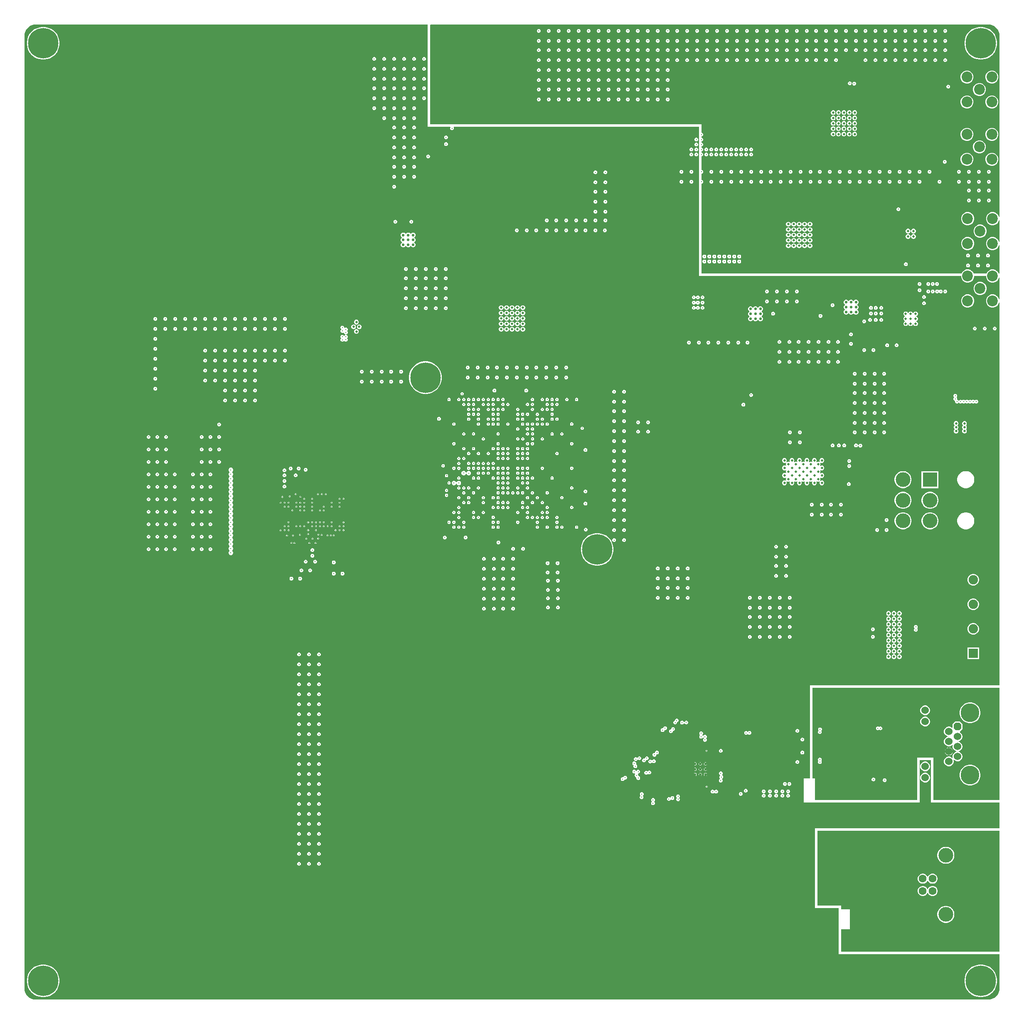
<source format=gbr>
G04*
G04 #@! TF.GenerationSoftware,Altium Limited,Altium Designer,23.11.1 (41)*
G04*
G04 Layer_Physical_Order=7*
G04 Layer_Color=16440176*
%FSLAX44Y44*%
%MOMM*%
G71*
G04*
G04 #@! TF.SameCoordinates,838A1BA1-0531-4938-89FD-2D76D54D1B47*
G04*
G04*
G04 #@! TF.FilePolarity,Positive*
G04*
G01*
G75*
%ADD217C,6.2000*%
%ADD218C,2.2000*%
%ADD219C,3.8100*%
G04:AMPARAMS|DCode=220|XSize=1.524mm|YSize=1.524mm|CornerRadius=0mm|HoleSize=0mm|Usage=FLASHONLY|Rotation=90.000|XOffset=0mm|YOffset=0mm|HoleType=Round|Shape=Octagon|*
%AMOCTAGOND220*
4,1,8,0.3810,0.7620,-0.3810,0.7620,-0.7620,0.3810,-0.7620,-0.3810,-0.3810,-0.7620,0.3810,-0.7620,0.7620,-0.3810,0.7620,0.3810,0.3810,0.7620,0.0*
%
%ADD220OCTAGOND220*%

%ADD221C,1.5240*%
%ADD222C,3.0000*%
%ADD223C,1.6000*%
%ADD224C,0.6000*%
%ADD225R,1.9050X1.9050*%
%ADD226C,1.9050*%
%ADD227R,3.0000X3.0000*%
%ADD228C,0.3048*%
%ADD229C,0.5000*%
%ADD230C,0.5588*%
%ADD231C,0.5080*%
G36*
X1975546Y1993694D02*
X1979879Y1992380D01*
X1983873Y1990246D01*
X1987373Y1987373D01*
X1990246Y1983873D01*
X1992380Y1979879D01*
X1993694Y1975546D01*
X1994118Y1971248D01*
X1994090Y1971040D01*
Y1601920D01*
X1992820Y1601752D01*
X1992310Y1603656D01*
X1990561Y1606685D01*
X1988087Y1609159D01*
X1985058Y1610908D01*
X1981679Y1611813D01*
X1978181D01*
X1974801Y1610908D01*
X1971772Y1609159D01*
X1969298Y1606685D01*
X1967549Y1603656D01*
X1966644Y1600276D01*
Y1596778D01*
X1967549Y1593399D01*
X1969298Y1590370D01*
X1971772Y1587896D01*
X1974801Y1586147D01*
X1978181Y1585241D01*
X1981679D01*
X1985058Y1586147D01*
X1988087Y1587896D01*
X1990561Y1590370D01*
X1992310Y1593399D01*
X1992820Y1595302D01*
X1994090Y1595135D01*
Y1551120D01*
X1992820Y1550952D01*
X1992310Y1552856D01*
X1990561Y1555885D01*
X1988087Y1558359D01*
X1985058Y1560108D01*
X1981679Y1561013D01*
X1978181D01*
X1974801Y1560108D01*
X1971772Y1558359D01*
X1969298Y1555885D01*
X1967549Y1552856D01*
X1966644Y1549476D01*
Y1545978D01*
X1967549Y1542599D01*
X1969298Y1539570D01*
X1971772Y1537096D01*
X1974801Y1535347D01*
X1978181Y1534441D01*
X1981679D01*
X1985058Y1535347D01*
X1988087Y1537096D01*
X1990561Y1539570D01*
X1992310Y1542599D01*
X1992820Y1544502D01*
X1994090Y1544335D01*
Y1487170D01*
X1992106D01*
X1990561Y1489845D01*
X1988087Y1492319D01*
X1985058Y1494068D01*
X1981679Y1494973D01*
X1978181D01*
X1974801Y1494068D01*
X1971772Y1492319D01*
X1969298Y1489845D01*
X1967754Y1487170D01*
X1941306D01*
X1939761Y1489845D01*
X1937287Y1492319D01*
X1934258Y1494068D01*
X1930879Y1494973D01*
X1927381D01*
X1924001Y1494068D01*
X1920972Y1492319D01*
X1918498Y1489845D01*
X1916954Y1487170D01*
X1386840D01*
Y1670050D01*
X1387598D01*
X1388998Y1670630D01*
X1390070Y1671702D01*
X1390650Y1673102D01*
Y1674618D01*
X1390070Y1676018D01*
X1388998Y1677090D01*
X1387598Y1677670D01*
X1386840D01*
Y1690370D01*
X1387598D01*
X1388998Y1690950D01*
X1390070Y1692022D01*
X1390650Y1693422D01*
Y1694938D01*
X1390070Y1696338D01*
X1388998Y1697410D01*
X1387598Y1697990D01*
X1386840D01*
Y1725261D01*
X1387419D01*
X1388820Y1725841D01*
X1389891Y1726913D01*
X1390471Y1728313D01*
Y1729829D01*
X1389891Y1731229D01*
X1388820Y1732301D01*
X1387419Y1732881D01*
X1386840D01*
Y1735421D01*
X1387419D01*
X1388820Y1736001D01*
X1389891Y1737072D01*
X1390471Y1738473D01*
Y1739989D01*
X1389891Y1741389D01*
X1388820Y1742461D01*
X1387419Y1743041D01*
X1386840D01*
Y1745581D01*
X1387419D01*
X1388820Y1746161D01*
X1389891Y1747233D01*
X1390471Y1748633D01*
Y1750149D01*
X1389891Y1751549D01*
X1388820Y1752621D01*
X1387419Y1753201D01*
X1386840D01*
Y1755741D01*
X1387419D01*
X1388820Y1756321D01*
X1389891Y1757392D01*
X1390471Y1758793D01*
Y1760309D01*
X1389891Y1761709D01*
X1388820Y1762781D01*
X1387419Y1763361D01*
X1386840D01*
Y1765901D01*
X1387419D01*
X1388820Y1766481D01*
X1389891Y1767552D01*
X1390471Y1768953D01*
Y1770469D01*
X1389891Y1771869D01*
X1388820Y1772941D01*
X1387419Y1773521D01*
X1386840D01*
Y1790700D01*
X834390D01*
Y1993101D01*
X835288Y1993999D01*
X1971035Y1993871D01*
X1972200Y1994024D01*
X1975546Y1993694D01*
D02*
G37*
G36*
X30479Y1994090D02*
X829324Y1994000D01*
X829310Y1785620D01*
X874669D01*
X875258Y1784350D01*
X874820Y1783292D01*
Y1781776D01*
X875400Y1780376D01*
X876472Y1779304D01*
X877872Y1778724D01*
X879388D01*
X880788Y1779304D01*
X881860Y1780376D01*
X882440Y1781776D01*
Y1783292D01*
X882002Y1784350D01*
X882591Y1785620D01*
X1381760D01*
Y1741170D01*
Y1482090D01*
X1915844D01*
Y1479938D01*
X1916749Y1476559D01*
X1918498Y1473530D01*
X1920972Y1471056D01*
X1924001Y1469307D01*
X1927381Y1468401D01*
X1930879D01*
X1934258Y1469307D01*
X1937287Y1471056D01*
X1939761Y1473530D01*
X1941510Y1476559D01*
X1942416Y1479938D01*
Y1482090D01*
X1966644D01*
Y1479938D01*
X1967549Y1476559D01*
X1969298Y1473530D01*
X1971772Y1471056D01*
X1974801Y1469307D01*
X1978181Y1468401D01*
X1981679D01*
X1985058Y1469307D01*
X1988087Y1471056D01*
X1990561Y1473530D01*
X1992310Y1476559D01*
X1992820Y1478462D01*
X1994090Y1478295D01*
Y1434279D01*
X1992820Y1434112D01*
X1992310Y1436015D01*
X1990561Y1439045D01*
X1988087Y1441519D01*
X1985058Y1443268D01*
X1981679Y1444173D01*
X1978181D01*
X1974801Y1443268D01*
X1971772Y1441519D01*
X1969298Y1439045D01*
X1967549Y1436015D01*
X1966644Y1432637D01*
Y1429138D01*
X1967549Y1425759D01*
X1969298Y1422729D01*
X1971772Y1420256D01*
X1974801Y1418507D01*
X1978181Y1417601D01*
X1981679D01*
X1985058Y1418507D01*
X1988087Y1420256D01*
X1990561Y1422729D01*
X1992310Y1425759D01*
X1992820Y1427662D01*
X1994090Y1427495D01*
Y647700D01*
X1607820D01*
Y458470D01*
X1595120D01*
Y408940D01*
X1831340D01*
Y468630D01*
Y495300D01*
X1854200D01*
Y408940D01*
X1994090D01*
Y356870D01*
X1617980D01*
Y194310D01*
X1666240D01*
Y100330D01*
X1994090D01*
Y30480D01*
X1994118Y30272D01*
X1993694Y25974D01*
X1992380Y21641D01*
X1990246Y17647D01*
X1987373Y14147D01*
X1983873Y11274D01*
X1979879Y9140D01*
X1975546Y7826D01*
X1972279Y7504D01*
X1971040Y7430D01*
X1969771Y7429D01*
X31748D01*
X30480Y7430D01*
X29241Y7504D01*
X25974Y7826D01*
X21641Y9140D01*
X17647Y11274D01*
X14147Y14147D01*
X11274Y17647D01*
X9140Y21641D01*
X7826Y25974D01*
X7504Y29241D01*
X7430Y30480D01*
X7429Y31748D01*
Y1969771D01*
X7430Y1971040D01*
X7504Y1972279D01*
X7826Y1975546D01*
X9140Y1979879D01*
X11274Y1983873D01*
X14147Y1987373D01*
X17647Y1990246D01*
X21641Y1992380D01*
X25974Y1993694D01*
X30271Y1994118D01*
X30479Y1994090D01*
D02*
G37*
G36*
X1994090Y414020D02*
X1859280D01*
Y500380D01*
X1826260D01*
Y414020D01*
X1617980D01*
Y458470D01*
X1612900D01*
Y642620D01*
X1994090D01*
Y414020D01*
D02*
G37*
G36*
Y105410D02*
X1671320D01*
Y151130D01*
X1689100D01*
Y191770D01*
X1671320D01*
Y199390D01*
X1623060D01*
Y351790D01*
X1994090D01*
Y105410D01*
D02*
G37*
%LPC*%
G36*
X1884168Y1985010D02*
X1882652D01*
X1881252Y1984430D01*
X1880180Y1983358D01*
X1879600Y1981958D01*
Y1980442D01*
X1880180Y1979042D01*
X1881252Y1977970D01*
X1882652Y1977390D01*
X1884168D01*
X1885568Y1977970D01*
X1886640Y1979042D01*
X1887220Y1980442D01*
Y1981958D01*
X1886640Y1983358D01*
X1885568Y1984430D01*
X1884168Y1985010D01*
D02*
G37*
G36*
X1863848D02*
X1862332D01*
X1860932Y1984430D01*
X1859860Y1983358D01*
X1859280Y1981958D01*
Y1980442D01*
X1859860Y1979042D01*
X1860932Y1977970D01*
X1862332Y1977390D01*
X1863848D01*
X1865248Y1977970D01*
X1866320Y1979042D01*
X1866900Y1980442D01*
Y1981958D01*
X1866320Y1983358D01*
X1865248Y1984430D01*
X1863848Y1985010D01*
D02*
G37*
G36*
X1843528D02*
X1842012D01*
X1840612Y1984430D01*
X1839540Y1983358D01*
X1838960Y1981958D01*
Y1980442D01*
X1839540Y1979042D01*
X1840612Y1977970D01*
X1842012Y1977390D01*
X1843528D01*
X1844928Y1977970D01*
X1846000Y1979042D01*
X1846580Y1980442D01*
Y1981958D01*
X1846000Y1983358D01*
X1844928Y1984430D01*
X1843528Y1985010D01*
D02*
G37*
G36*
X1823208D02*
X1821692D01*
X1820292Y1984430D01*
X1819220Y1983358D01*
X1818640Y1981958D01*
Y1980442D01*
X1819220Y1979042D01*
X1820292Y1977970D01*
X1821692Y1977390D01*
X1823208D01*
X1824608Y1977970D01*
X1825680Y1979042D01*
X1826260Y1980442D01*
Y1981958D01*
X1825680Y1983358D01*
X1824608Y1984430D01*
X1823208Y1985010D01*
D02*
G37*
G36*
X1802888D02*
X1801372D01*
X1799972Y1984430D01*
X1798900Y1983358D01*
X1798320Y1981958D01*
Y1980442D01*
X1798900Y1979042D01*
X1799972Y1977970D01*
X1801372Y1977390D01*
X1802888D01*
X1804288Y1977970D01*
X1805360Y1979042D01*
X1805940Y1980442D01*
Y1981958D01*
X1805360Y1983358D01*
X1804288Y1984430D01*
X1802888Y1985010D01*
D02*
G37*
G36*
X1782568D02*
X1781052D01*
X1779652Y1984430D01*
X1778580Y1983358D01*
X1778000Y1981958D01*
Y1980442D01*
X1778580Y1979042D01*
X1779652Y1977970D01*
X1781052Y1977390D01*
X1782568D01*
X1783968Y1977970D01*
X1785040Y1979042D01*
X1785620Y1980442D01*
Y1981958D01*
X1785040Y1983358D01*
X1783968Y1984430D01*
X1782568Y1985010D01*
D02*
G37*
G36*
X1762248D02*
X1760732D01*
X1759332Y1984430D01*
X1758260Y1983358D01*
X1757680Y1981958D01*
Y1980442D01*
X1758260Y1979042D01*
X1759332Y1977970D01*
X1760732Y1977390D01*
X1762248D01*
X1763648Y1977970D01*
X1764720Y1979042D01*
X1765300Y1980442D01*
Y1981958D01*
X1764720Y1983358D01*
X1763648Y1984430D01*
X1762248Y1985010D01*
D02*
G37*
G36*
X1741928D02*
X1740412D01*
X1739012Y1984430D01*
X1737940Y1983358D01*
X1737360Y1981958D01*
Y1980442D01*
X1737940Y1979042D01*
X1739012Y1977970D01*
X1740412Y1977390D01*
X1741928D01*
X1743328Y1977970D01*
X1744400Y1979042D01*
X1744980Y1980442D01*
Y1981958D01*
X1744400Y1983358D01*
X1743328Y1984430D01*
X1741928Y1985010D01*
D02*
G37*
G36*
X1721608D02*
X1720092D01*
X1718692Y1984430D01*
X1717620Y1983358D01*
X1717040Y1981958D01*
Y1980442D01*
X1717620Y1979042D01*
X1718692Y1977970D01*
X1720092Y1977390D01*
X1721608D01*
X1723008Y1977970D01*
X1724080Y1979042D01*
X1724660Y1980442D01*
Y1981958D01*
X1724080Y1983358D01*
X1723008Y1984430D01*
X1721608Y1985010D01*
D02*
G37*
G36*
X1702558D02*
X1701042D01*
X1699642Y1984430D01*
X1698570Y1983358D01*
X1697990Y1981958D01*
Y1980442D01*
X1698570Y1979042D01*
X1699642Y1977970D01*
X1701042Y1977390D01*
X1702558D01*
X1703958Y1977970D01*
X1705030Y1979042D01*
X1705610Y1980442D01*
Y1981958D01*
X1705030Y1983358D01*
X1703958Y1984430D01*
X1702558Y1985010D01*
D02*
G37*
G36*
X1682238D02*
X1680722D01*
X1679322Y1984430D01*
X1678250Y1983358D01*
X1677670Y1981958D01*
Y1980442D01*
X1678250Y1979042D01*
X1679322Y1977970D01*
X1680722Y1977390D01*
X1682238D01*
X1683638Y1977970D01*
X1684710Y1979042D01*
X1685290Y1980442D01*
Y1981958D01*
X1684710Y1983358D01*
X1683638Y1984430D01*
X1682238Y1985010D01*
D02*
G37*
G36*
X1661918D02*
X1660402D01*
X1659002Y1984430D01*
X1657930Y1983358D01*
X1657350Y1981958D01*
Y1980442D01*
X1657930Y1979042D01*
X1659002Y1977970D01*
X1660402Y1977390D01*
X1661918D01*
X1663318Y1977970D01*
X1664390Y1979042D01*
X1664970Y1980442D01*
Y1981958D01*
X1664390Y1983358D01*
X1663318Y1984430D01*
X1661918Y1985010D01*
D02*
G37*
G36*
X1641598D02*
X1640082D01*
X1638682Y1984430D01*
X1637610Y1983358D01*
X1637030Y1981958D01*
Y1980442D01*
X1637610Y1979042D01*
X1638682Y1977970D01*
X1640082Y1977390D01*
X1641598D01*
X1642998Y1977970D01*
X1644070Y1979042D01*
X1644650Y1980442D01*
Y1981958D01*
X1644070Y1983358D01*
X1642998Y1984430D01*
X1641598Y1985010D01*
D02*
G37*
G36*
X1621278D02*
X1619762D01*
X1618362Y1984430D01*
X1617290Y1983358D01*
X1616710Y1981958D01*
Y1980442D01*
X1617290Y1979042D01*
X1618362Y1977970D01*
X1619762Y1977390D01*
X1621278D01*
X1622678Y1977970D01*
X1623750Y1979042D01*
X1624330Y1980442D01*
Y1981958D01*
X1623750Y1983358D01*
X1622678Y1984430D01*
X1621278Y1985010D01*
D02*
G37*
G36*
X1602228D02*
X1600712D01*
X1599312Y1984430D01*
X1598240Y1983358D01*
X1597660Y1981958D01*
Y1980442D01*
X1598240Y1979042D01*
X1599312Y1977970D01*
X1600712Y1977390D01*
X1602228D01*
X1603628Y1977970D01*
X1604700Y1979042D01*
X1605280Y1980442D01*
Y1981958D01*
X1604700Y1983358D01*
X1603628Y1984430D01*
X1602228Y1985010D01*
D02*
G37*
G36*
X1581908D02*
X1580392D01*
X1578992Y1984430D01*
X1577920Y1983358D01*
X1577340Y1981958D01*
Y1980442D01*
X1577920Y1979042D01*
X1578992Y1977970D01*
X1580392Y1977390D01*
X1581908D01*
X1583308Y1977970D01*
X1584380Y1979042D01*
X1584960Y1980442D01*
Y1981958D01*
X1584380Y1983358D01*
X1583308Y1984430D01*
X1581908Y1985010D01*
D02*
G37*
G36*
X1561588D02*
X1560072D01*
X1558672Y1984430D01*
X1557600Y1983358D01*
X1557020Y1981958D01*
Y1980442D01*
X1557600Y1979042D01*
X1558672Y1977970D01*
X1560072Y1977390D01*
X1561588D01*
X1562988Y1977970D01*
X1564060Y1979042D01*
X1564640Y1980442D01*
Y1981958D01*
X1564060Y1983358D01*
X1562988Y1984430D01*
X1561588Y1985010D01*
D02*
G37*
G36*
X1541268D02*
X1539752D01*
X1538352Y1984430D01*
X1537280Y1983358D01*
X1536700Y1981958D01*
Y1980442D01*
X1537280Y1979042D01*
X1538352Y1977970D01*
X1539752Y1977390D01*
X1541268D01*
X1542668Y1977970D01*
X1543740Y1979042D01*
X1544320Y1980442D01*
Y1981958D01*
X1543740Y1983358D01*
X1542668Y1984430D01*
X1541268Y1985010D01*
D02*
G37*
G36*
X1520948D02*
X1519432D01*
X1518032Y1984430D01*
X1516960Y1983358D01*
X1516380Y1981958D01*
Y1980442D01*
X1516960Y1979042D01*
X1518032Y1977970D01*
X1519432Y1977390D01*
X1520948D01*
X1522348Y1977970D01*
X1523420Y1979042D01*
X1524000Y1980442D01*
Y1981958D01*
X1523420Y1983358D01*
X1522348Y1984430D01*
X1520948Y1985010D01*
D02*
G37*
G36*
X1500628D02*
X1499112D01*
X1497712Y1984430D01*
X1496640Y1983358D01*
X1496060Y1981958D01*
Y1980442D01*
X1496640Y1979042D01*
X1497712Y1977970D01*
X1499112Y1977390D01*
X1500628D01*
X1502028Y1977970D01*
X1503100Y1979042D01*
X1503680Y1980442D01*
Y1981958D01*
X1503100Y1983358D01*
X1502028Y1984430D01*
X1500628Y1985010D01*
D02*
G37*
G36*
X1480308D02*
X1478792D01*
X1477392Y1984430D01*
X1476320Y1983358D01*
X1475740Y1981958D01*
Y1980442D01*
X1476320Y1979042D01*
X1477392Y1977970D01*
X1478792Y1977390D01*
X1480308D01*
X1481708Y1977970D01*
X1482780Y1979042D01*
X1483360Y1980442D01*
Y1981958D01*
X1482780Y1983358D01*
X1481708Y1984430D01*
X1480308Y1985010D01*
D02*
G37*
G36*
X1459988D02*
X1458472D01*
X1457072Y1984430D01*
X1456000Y1983358D01*
X1455420Y1981958D01*
Y1980442D01*
X1456000Y1979042D01*
X1457072Y1977970D01*
X1458472Y1977390D01*
X1459988D01*
X1461388Y1977970D01*
X1462460Y1979042D01*
X1463040Y1980442D01*
Y1981958D01*
X1462460Y1983358D01*
X1461388Y1984430D01*
X1459988Y1985010D01*
D02*
G37*
G36*
X1439668D02*
X1438152D01*
X1436752Y1984430D01*
X1435680Y1983358D01*
X1435100Y1981958D01*
Y1980442D01*
X1435680Y1979042D01*
X1436752Y1977970D01*
X1438152Y1977390D01*
X1439668D01*
X1441068Y1977970D01*
X1442140Y1979042D01*
X1442720Y1980442D01*
Y1981958D01*
X1442140Y1983358D01*
X1441068Y1984430D01*
X1439668Y1985010D01*
D02*
G37*
G36*
X1419348D02*
X1417832D01*
X1416432Y1984430D01*
X1415360Y1983358D01*
X1414780Y1981958D01*
Y1980442D01*
X1415360Y1979042D01*
X1416432Y1977970D01*
X1417832Y1977390D01*
X1419348D01*
X1420748Y1977970D01*
X1421820Y1979042D01*
X1422400Y1980442D01*
Y1981958D01*
X1421820Y1983358D01*
X1420748Y1984430D01*
X1419348Y1985010D01*
D02*
G37*
G36*
X1399028D02*
X1397512D01*
X1396112Y1984430D01*
X1395040Y1983358D01*
X1394460Y1981958D01*
Y1980442D01*
X1395040Y1979042D01*
X1396112Y1977970D01*
X1397512Y1977390D01*
X1399028D01*
X1400428Y1977970D01*
X1401500Y1979042D01*
X1402080Y1980442D01*
Y1981958D01*
X1401500Y1983358D01*
X1400428Y1984430D01*
X1399028Y1985010D01*
D02*
G37*
G36*
X1378708D02*
X1377192D01*
X1375792Y1984430D01*
X1374720Y1983358D01*
X1374140Y1981958D01*
Y1980442D01*
X1374720Y1979042D01*
X1375792Y1977970D01*
X1377192Y1977390D01*
X1378708D01*
X1380108Y1977970D01*
X1381180Y1979042D01*
X1381760Y1980442D01*
Y1981958D01*
X1381180Y1983358D01*
X1380108Y1984430D01*
X1378708Y1985010D01*
D02*
G37*
G36*
X1358388D02*
X1356872D01*
X1355472Y1984430D01*
X1354400Y1983358D01*
X1353820Y1981958D01*
Y1980442D01*
X1354400Y1979042D01*
X1355472Y1977970D01*
X1356872Y1977390D01*
X1358388D01*
X1359788Y1977970D01*
X1360860Y1979042D01*
X1361440Y1980442D01*
Y1981958D01*
X1360860Y1983358D01*
X1359788Y1984430D01*
X1358388Y1985010D01*
D02*
G37*
G36*
X1338068D02*
X1336552D01*
X1335152Y1984430D01*
X1334080Y1983358D01*
X1333500Y1981958D01*
Y1980442D01*
X1334080Y1979042D01*
X1335152Y1977970D01*
X1336552Y1977390D01*
X1338068D01*
X1339468Y1977970D01*
X1340540Y1979042D01*
X1341120Y1980442D01*
Y1981958D01*
X1340540Y1983358D01*
X1339468Y1984430D01*
X1338068Y1985010D01*
D02*
G37*
G36*
X1319018D02*
X1317502D01*
X1316102Y1984430D01*
X1315030Y1983358D01*
X1314450Y1981958D01*
Y1980442D01*
X1315030Y1979042D01*
X1316102Y1977970D01*
X1317502Y1977390D01*
X1319018D01*
X1320418Y1977970D01*
X1321490Y1979042D01*
X1322070Y1980442D01*
Y1981958D01*
X1321490Y1983358D01*
X1320418Y1984430D01*
X1319018Y1985010D01*
D02*
G37*
G36*
X1298698D02*
X1297182D01*
X1295782Y1984430D01*
X1294710Y1983358D01*
X1294130Y1981958D01*
Y1980442D01*
X1294710Y1979042D01*
X1295782Y1977970D01*
X1297182Y1977390D01*
X1298698D01*
X1300098Y1977970D01*
X1301170Y1979042D01*
X1301750Y1980442D01*
Y1981958D01*
X1301170Y1983358D01*
X1300098Y1984430D01*
X1298698Y1985010D01*
D02*
G37*
G36*
X1278378D02*
X1276862D01*
X1275462Y1984430D01*
X1274390Y1983358D01*
X1273810Y1981958D01*
Y1980442D01*
X1274390Y1979042D01*
X1275462Y1977970D01*
X1276862Y1977390D01*
X1278378D01*
X1279778Y1977970D01*
X1280850Y1979042D01*
X1281430Y1980442D01*
Y1981958D01*
X1280850Y1983358D01*
X1279778Y1984430D01*
X1278378Y1985010D01*
D02*
G37*
G36*
X1258058D02*
X1256542D01*
X1255142Y1984430D01*
X1254070Y1983358D01*
X1253490Y1981958D01*
Y1980442D01*
X1254070Y1979042D01*
X1255142Y1977970D01*
X1256542Y1977390D01*
X1258058D01*
X1259458Y1977970D01*
X1260530Y1979042D01*
X1261110Y1980442D01*
Y1981958D01*
X1260530Y1983358D01*
X1259458Y1984430D01*
X1258058Y1985010D01*
D02*
G37*
G36*
X1237738D02*
X1236222D01*
X1234822Y1984430D01*
X1233750Y1983358D01*
X1233170Y1981958D01*
Y1980442D01*
X1233750Y1979042D01*
X1234822Y1977970D01*
X1236222Y1977390D01*
X1237738D01*
X1239138Y1977970D01*
X1240210Y1979042D01*
X1240790Y1980442D01*
Y1981958D01*
X1240210Y1983358D01*
X1239138Y1984430D01*
X1237738Y1985010D01*
D02*
G37*
G36*
X1218688D02*
X1217172D01*
X1215772Y1984430D01*
X1214700Y1983358D01*
X1214120Y1981958D01*
Y1980442D01*
X1214700Y1979042D01*
X1215772Y1977970D01*
X1217172Y1977390D01*
X1218688D01*
X1220088Y1977970D01*
X1221160Y1979042D01*
X1221740Y1980442D01*
Y1981958D01*
X1221160Y1983358D01*
X1220088Y1984430D01*
X1218688Y1985010D01*
D02*
G37*
G36*
X1198368D02*
X1196852D01*
X1195452Y1984430D01*
X1194380Y1983358D01*
X1193800Y1981958D01*
Y1980442D01*
X1194380Y1979042D01*
X1195452Y1977970D01*
X1196852Y1977390D01*
X1198368D01*
X1199768Y1977970D01*
X1200840Y1979042D01*
X1201420Y1980442D01*
Y1981958D01*
X1200840Y1983358D01*
X1199768Y1984430D01*
X1198368Y1985010D01*
D02*
G37*
G36*
X1178048D02*
X1176532D01*
X1175132Y1984430D01*
X1174060Y1983358D01*
X1173480Y1981958D01*
Y1980442D01*
X1174060Y1979042D01*
X1175132Y1977970D01*
X1176532Y1977390D01*
X1178048D01*
X1179448Y1977970D01*
X1180520Y1979042D01*
X1181100Y1980442D01*
Y1981958D01*
X1180520Y1983358D01*
X1179448Y1984430D01*
X1178048Y1985010D01*
D02*
G37*
G36*
X1157728D02*
X1156212D01*
X1154812Y1984430D01*
X1153740Y1983358D01*
X1153160Y1981958D01*
Y1980442D01*
X1153740Y1979042D01*
X1154812Y1977970D01*
X1156212Y1977390D01*
X1157728D01*
X1159128Y1977970D01*
X1160200Y1979042D01*
X1160780Y1980442D01*
Y1981958D01*
X1160200Y1983358D01*
X1159128Y1984430D01*
X1157728Y1985010D01*
D02*
G37*
G36*
X1137408D02*
X1135892D01*
X1134492Y1984430D01*
X1133420Y1983358D01*
X1132840Y1981958D01*
Y1980442D01*
X1133420Y1979042D01*
X1134492Y1977970D01*
X1135892Y1977390D01*
X1137408D01*
X1138808Y1977970D01*
X1139880Y1979042D01*
X1140460Y1980442D01*
Y1981958D01*
X1139880Y1983358D01*
X1138808Y1984430D01*
X1137408Y1985010D01*
D02*
G37*
G36*
X1117088D02*
X1115572D01*
X1114172Y1984430D01*
X1113100Y1983358D01*
X1112520Y1981958D01*
Y1980442D01*
X1113100Y1979042D01*
X1114172Y1977970D01*
X1115572Y1977390D01*
X1117088D01*
X1118488Y1977970D01*
X1119560Y1979042D01*
X1120140Y1980442D01*
Y1981958D01*
X1119560Y1983358D01*
X1118488Y1984430D01*
X1117088Y1985010D01*
D02*
G37*
G36*
X1096768D02*
X1095252D01*
X1093852Y1984430D01*
X1092780Y1983358D01*
X1092200Y1981958D01*
Y1980442D01*
X1092780Y1979042D01*
X1093852Y1977970D01*
X1095252Y1977390D01*
X1096768D01*
X1098168Y1977970D01*
X1099240Y1979042D01*
X1099820Y1980442D01*
Y1981958D01*
X1099240Y1983358D01*
X1098168Y1984430D01*
X1096768Y1985010D01*
D02*
G37*
G36*
X1076448D02*
X1074932D01*
X1073532Y1984430D01*
X1072460Y1983358D01*
X1071880Y1981958D01*
Y1980442D01*
X1072460Y1979042D01*
X1073532Y1977970D01*
X1074932Y1977390D01*
X1076448D01*
X1077848Y1977970D01*
X1078920Y1979042D01*
X1079500Y1980442D01*
Y1981958D01*
X1078920Y1983358D01*
X1077848Y1984430D01*
X1076448Y1985010D01*
D02*
G37*
G36*
X1056128D02*
X1054612D01*
X1053212Y1984430D01*
X1052140Y1983358D01*
X1051560Y1981958D01*
Y1980442D01*
X1052140Y1979042D01*
X1053212Y1977970D01*
X1054612Y1977390D01*
X1056128D01*
X1057528Y1977970D01*
X1058600Y1979042D01*
X1059180Y1980442D01*
Y1981958D01*
X1058600Y1983358D01*
X1057528Y1984430D01*
X1056128Y1985010D01*
D02*
G37*
G36*
X1884168Y1964690D02*
X1882652D01*
X1881252Y1964110D01*
X1880180Y1963038D01*
X1879600Y1961638D01*
Y1960122D01*
X1880180Y1958722D01*
X1881252Y1957650D01*
X1882652Y1957070D01*
X1884168D01*
X1885568Y1957650D01*
X1886640Y1958722D01*
X1887220Y1960122D01*
Y1961638D01*
X1886640Y1963038D01*
X1885568Y1964110D01*
X1884168Y1964690D01*
D02*
G37*
G36*
X1863848D02*
X1862332D01*
X1860932Y1964110D01*
X1859860Y1963038D01*
X1859280Y1961638D01*
Y1960122D01*
X1859860Y1958722D01*
X1860932Y1957650D01*
X1862332Y1957070D01*
X1863848D01*
X1865248Y1957650D01*
X1866320Y1958722D01*
X1866900Y1960122D01*
Y1961638D01*
X1866320Y1963038D01*
X1865248Y1964110D01*
X1863848Y1964690D01*
D02*
G37*
G36*
X1843528D02*
X1842012D01*
X1840612Y1964110D01*
X1839540Y1963038D01*
X1838960Y1961638D01*
Y1960122D01*
X1839540Y1958722D01*
X1840612Y1957650D01*
X1842012Y1957070D01*
X1843528D01*
X1844928Y1957650D01*
X1846000Y1958722D01*
X1846580Y1960122D01*
Y1961638D01*
X1846000Y1963038D01*
X1844928Y1964110D01*
X1843528Y1964690D01*
D02*
G37*
G36*
X1823208D02*
X1821692D01*
X1820292Y1964110D01*
X1819220Y1963038D01*
X1818640Y1961638D01*
Y1960122D01*
X1819220Y1958722D01*
X1820292Y1957650D01*
X1821692Y1957070D01*
X1823208D01*
X1824608Y1957650D01*
X1825680Y1958722D01*
X1826260Y1960122D01*
Y1961638D01*
X1825680Y1963038D01*
X1824608Y1964110D01*
X1823208Y1964690D01*
D02*
G37*
G36*
X1802888D02*
X1801372D01*
X1799972Y1964110D01*
X1798900Y1963038D01*
X1798320Y1961638D01*
Y1960122D01*
X1798900Y1958722D01*
X1799972Y1957650D01*
X1801372Y1957070D01*
X1802888D01*
X1804288Y1957650D01*
X1805360Y1958722D01*
X1805940Y1960122D01*
Y1961638D01*
X1805360Y1963038D01*
X1804288Y1964110D01*
X1802888Y1964690D01*
D02*
G37*
G36*
X1782568D02*
X1781052D01*
X1779652Y1964110D01*
X1778580Y1963038D01*
X1778000Y1961638D01*
Y1960122D01*
X1778580Y1958722D01*
X1779652Y1957650D01*
X1781052Y1957070D01*
X1782568D01*
X1783968Y1957650D01*
X1785040Y1958722D01*
X1785620Y1960122D01*
Y1961638D01*
X1785040Y1963038D01*
X1783968Y1964110D01*
X1782568Y1964690D01*
D02*
G37*
G36*
X1762248D02*
X1760732D01*
X1759332Y1964110D01*
X1758260Y1963038D01*
X1757680Y1961638D01*
Y1960122D01*
X1758260Y1958722D01*
X1759332Y1957650D01*
X1760732Y1957070D01*
X1762248D01*
X1763648Y1957650D01*
X1764720Y1958722D01*
X1765300Y1960122D01*
Y1961638D01*
X1764720Y1963038D01*
X1763648Y1964110D01*
X1762248Y1964690D01*
D02*
G37*
G36*
X1741928D02*
X1740412D01*
X1739012Y1964110D01*
X1737940Y1963038D01*
X1737360Y1961638D01*
Y1960122D01*
X1737940Y1958722D01*
X1739012Y1957650D01*
X1740412Y1957070D01*
X1741928D01*
X1743328Y1957650D01*
X1744400Y1958722D01*
X1744980Y1960122D01*
Y1961638D01*
X1744400Y1963038D01*
X1743328Y1964110D01*
X1741928Y1964690D01*
D02*
G37*
G36*
X1721608D02*
X1720092D01*
X1718692Y1964110D01*
X1717620Y1963038D01*
X1717040Y1961638D01*
Y1960122D01*
X1717620Y1958722D01*
X1718692Y1957650D01*
X1720092Y1957070D01*
X1721608D01*
X1723008Y1957650D01*
X1724080Y1958722D01*
X1724660Y1960122D01*
Y1961638D01*
X1724080Y1963038D01*
X1723008Y1964110D01*
X1721608Y1964690D01*
D02*
G37*
G36*
X1702558D02*
X1701042D01*
X1699642Y1964110D01*
X1698570Y1963038D01*
X1697990Y1961638D01*
Y1960122D01*
X1698570Y1958722D01*
X1699642Y1957650D01*
X1701042Y1957070D01*
X1702558D01*
X1703958Y1957650D01*
X1705030Y1958722D01*
X1705610Y1960122D01*
Y1961638D01*
X1705030Y1963038D01*
X1703958Y1964110D01*
X1702558Y1964690D01*
D02*
G37*
G36*
X1682238D02*
X1680722D01*
X1679322Y1964110D01*
X1678250Y1963038D01*
X1677670Y1961638D01*
Y1960122D01*
X1678250Y1958722D01*
X1679322Y1957650D01*
X1680722Y1957070D01*
X1682238D01*
X1683638Y1957650D01*
X1684710Y1958722D01*
X1685290Y1960122D01*
Y1961638D01*
X1684710Y1963038D01*
X1683638Y1964110D01*
X1682238Y1964690D01*
D02*
G37*
G36*
X1661918D02*
X1660402D01*
X1659002Y1964110D01*
X1657930Y1963038D01*
X1657350Y1961638D01*
Y1960122D01*
X1657930Y1958722D01*
X1659002Y1957650D01*
X1660402Y1957070D01*
X1661918D01*
X1663318Y1957650D01*
X1664390Y1958722D01*
X1664970Y1960122D01*
Y1961638D01*
X1664390Y1963038D01*
X1663318Y1964110D01*
X1661918Y1964690D01*
D02*
G37*
G36*
X1641598D02*
X1640082D01*
X1638682Y1964110D01*
X1637610Y1963038D01*
X1637030Y1961638D01*
Y1960122D01*
X1637610Y1958722D01*
X1638682Y1957650D01*
X1640082Y1957070D01*
X1641598D01*
X1642998Y1957650D01*
X1644070Y1958722D01*
X1644650Y1960122D01*
Y1961638D01*
X1644070Y1963038D01*
X1642998Y1964110D01*
X1641598Y1964690D01*
D02*
G37*
G36*
X1621278D02*
X1619762D01*
X1618362Y1964110D01*
X1617290Y1963038D01*
X1616710Y1961638D01*
Y1960122D01*
X1617290Y1958722D01*
X1618362Y1957650D01*
X1619762Y1957070D01*
X1621278D01*
X1622678Y1957650D01*
X1623750Y1958722D01*
X1624330Y1960122D01*
Y1961638D01*
X1623750Y1963038D01*
X1622678Y1964110D01*
X1621278Y1964690D01*
D02*
G37*
G36*
X1602228D02*
X1600712D01*
X1599312Y1964110D01*
X1598240Y1963038D01*
X1597660Y1961638D01*
Y1960122D01*
X1598240Y1958722D01*
X1599312Y1957650D01*
X1600712Y1957070D01*
X1602228D01*
X1603628Y1957650D01*
X1604700Y1958722D01*
X1605280Y1960122D01*
Y1961638D01*
X1604700Y1963038D01*
X1603628Y1964110D01*
X1602228Y1964690D01*
D02*
G37*
G36*
X1581908D02*
X1580392D01*
X1578992Y1964110D01*
X1577920Y1963038D01*
X1577340Y1961638D01*
Y1960122D01*
X1577920Y1958722D01*
X1578992Y1957650D01*
X1580392Y1957070D01*
X1581908D01*
X1583308Y1957650D01*
X1584380Y1958722D01*
X1584960Y1960122D01*
Y1961638D01*
X1584380Y1963038D01*
X1583308Y1964110D01*
X1581908Y1964690D01*
D02*
G37*
G36*
X1561588D02*
X1560072D01*
X1558672Y1964110D01*
X1557600Y1963038D01*
X1557020Y1961638D01*
Y1960122D01*
X1557600Y1958722D01*
X1558672Y1957650D01*
X1560072Y1957070D01*
X1561588D01*
X1562988Y1957650D01*
X1564060Y1958722D01*
X1564640Y1960122D01*
Y1961638D01*
X1564060Y1963038D01*
X1562988Y1964110D01*
X1561588Y1964690D01*
D02*
G37*
G36*
X1541268D02*
X1539752D01*
X1538352Y1964110D01*
X1537280Y1963038D01*
X1536700Y1961638D01*
Y1960122D01*
X1537280Y1958722D01*
X1538352Y1957650D01*
X1539752Y1957070D01*
X1541268D01*
X1542668Y1957650D01*
X1543740Y1958722D01*
X1544320Y1960122D01*
Y1961638D01*
X1543740Y1963038D01*
X1542668Y1964110D01*
X1541268Y1964690D01*
D02*
G37*
G36*
X1520948D02*
X1519432D01*
X1518032Y1964110D01*
X1516960Y1963038D01*
X1516380Y1961638D01*
Y1960122D01*
X1516960Y1958722D01*
X1518032Y1957650D01*
X1519432Y1957070D01*
X1520948D01*
X1522348Y1957650D01*
X1523420Y1958722D01*
X1524000Y1960122D01*
Y1961638D01*
X1523420Y1963038D01*
X1522348Y1964110D01*
X1520948Y1964690D01*
D02*
G37*
G36*
X1500628D02*
X1499112D01*
X1497712Y1964110D01*
X1496640Y1963038D01*
X1496060Y1961638D01*
Y1960122D01*
X1496640Y1958722D01*
X1497712Y1957650D01*
X1499112Y1957070D01*
X1500628D01*
X1502028Y1957650D01*
X1503100Y1958722D01*
X1503680Y1960122D01*
Y1961638D01*
X1503100Y1963038D01*
X1502028Y1964110D01*
X1500628Y1964690D01*
D02*
G37*
G36*
X1480308D02*
X1478792D01*
X1477392Y1964110D01*
X1476320Y1963038D01*
X1475740Y1961638D01*
Y1960122D01*
X1476320Y1958722D01*
X1477392Y1957650D01*
X1478792Y1957070D01*
X1480308D01*
X1481708Y1957650D01*
X1482780Y1958722D01*
X1483360Y1960122D01*
Y1961638D01*
X1482780Y1963038D01*
X1481708Y1964110D01*
X1480308Y1964690D01*
D02*
G37*
G36*
X1459988D02*
X1458472D01*
X1457072Y1964110D01*
X1456000Y1963038D01*
X1455420Y1961638D01*
Y1960122D01*
X1456000Y1958722D01*
X1457072Y1957650D01*
X1458472Y1957070D01*
X1459988D01*
X1461388Y1957650D01*
X1462460Y1958722D01*
X1463040Y1960122D01*
Y1961638D01*
X1462460Y1963038D01*
X1461388Y1964110D01*
X1459988Y1964690D01*
D02*
G37*
G36*
X1439668D02*
X1438152D01*
X1436752Y1964110D01*
X1435680Y1963038D01*
X1435100Y1961638D01*
Y1960122D01*
X1435680Y1958722D01*
X1436752Y1957650D01*
X1438152Y1957070D01*
X1439668D01*
X1441068Y1957650D01*
X1442140Y1958722D01*
X1442720Y1960122D01*
Y1961638D01*
X1442140Y1963038D01*
X1441068Y1964110D01*
X1439668Y1964690D01*
D02*
G37*
G36*
X1419348D02*
X1417832D01*
X1416432Y1964110D01*
X1415360Y1963038D01*
X1414780Y1961638D01*
Y1960122D01*
X1415360Y1958722D01*
X1416432Y1957650D01*
X1417832Y1957070D01*
X1419348D01*
X1420748Y1957650D01*
X1421820Y1958722D01*
X1422400Y1960122D01*
Y1961638D01*
X1421820Y1963038D01*
X1420748Y1964110D01*
X1419348Y1964690D01*
D02*
G37*
G36*
X1399028D02*
X1397512D01*
X1396112Y1964110D01*
X1395040Y1963038D01*
X1394460Y1961638D01*
Y1960122D01*
X1395040Y1958722D01*
X1396112Y1957650D01*
X1397512Y1957070D01*
X1399028D01*
X1400428Y1957650D01*
X1401500Y1958722D01*
X1402080Y1960122D01*
Y1961638D01*
X1401500Y1963038D01*
X1400428Y1964110D01*
X1399028Y1964690D01*
D02*
G37*
G36*
X1378708D02*
X1377192D01*
X1375792Y1964110D01*
X1374720Y1963038D01*
X1374140Y1961638D01*
Y1960122D01*
X1374720Y1958722D01*
X1375792Y1957650D01*
X1377192Y1957070D01*
X1378708D01*
X1380108Y1957650D01*
X1381180Y1958722D01*
X1381760Y1960122D01*
Y1961638D01*
X1381180Y1963038D01*
X1380108Y1964110D01*
X1378708Y1964690D01*
D02*
G37*
G36*
X1358388D02*
X1356872D01*
X1355472Y1964110D01*
X1354400Y1963038D01*
X1353820Y1961638D01*
Y1960122D01*
X1354400Y1958722D01*
X1355472Y1957650D01*
X1356872Y1957070D01*
X1358388D01*
X1359788Y1957650D01*
X1360860Y1958722D01*
X1361440Y1960122D01*
Y1961638D01*
X1360860Y1963038D01*
X1359788Y1964110D01*
X1358388Y1964690D01*
D02*
G37*
G36*
X1338068D02*
X1336552D01*
X1335152Y1964110D01*
X1334080Y1963038D01*
X1333500Y1961638D01*
Y1960122D01*
X1334080Y1958722D01*
X1335152Y1957650D01*
X1336552Y1957070D01*
X1338068D01*
X1339468Y1957650D01*
X1340540Y1958722D01*
X1341120Y1960122D01*
Y1961638D01*
X1340540Y1963038D01*
X1339468Y1964110D01*
X1338068Y1964690D01*
D02*
G37*
G36*
X1319018D02*
X1317502D01*
X1316102Y1964110D01*
X1315030Y1963038D01*
X1314450Y1961638D01*
Y1960122D01*
X1315030Y1958722D01*
X1316102Y1957650D01*
X1317502Y1957070D01*
X1319018D01*
X1320418Y1957650D01*
X1321490Y1958722D01*
X1322070Y1960122D01*
Y1961638D01*
X1321490Y1963038D01*
X1320418Y1964110D01*
X1319018Y1964690D01*
D02*
G37*
G36*
X1298698D02*
X1297182D01*
X1295782Y1964110D01*
X1294710Y1963038D01*
X1294130Y1961638D01*
Y1960122D01*
X1294710Y1958722D01*
X1295782Y1957650D01*
X1297182Y1957070D01*
X1298698D01*
X1300098Y1957650D01*
X1301170Y1958722D01*
X1301750Y1960122D01*
Y1961638D01*
X1301170Y1963038D01*
X1300098Y1964110D01*
X1298698Y1964690D01*
D02*
G37*
G36*
X1278378D02*
X1276862D01*
X1275462Y1964110D01*
X1274390Y1963038D01*
X1273810Y1961638D01*
Y1960122D01*
X1274390Y1958722D01*
X1275462Y1957650D01*
X1276862Y1957070D01*
X1278378D01*
X1279778Y1957650D01*
X1280850Y1958722D01*
X1281430Y1960122D01*
Y1961638D01*
X1280850Y1963038D01*
X1279778Y1964110D01*
X1278378Y1964690D01*
D02*
G37*
G36*
X1258058D02*
X1256542D01*
X1255142Y1964110D01*
X1254070Y1963038D01*
X1253490Y1961638D01*
Y1960122D01*
X1254070Y1958722D01*
X1255142Y1957650D01*
X1256542Y1957070D01*
X1258058D01*
X1259458Y1957650D01*
X1260530Y1958722D01*
X1261110Y1960122D01*
Y1961638D01*
X1260530Y1963038D01*
X1259458Y1964110D01*
X1258058Y1964690D01*
D02*
G37*
G36*
X1237738D02*
X1236222D01*
X1234822Y1964110D01*
X1233750Y1963038D01*
X1233170Y1961638D01*
Y1960122D01*
X1233750Y1958722D01*
X1234822Y1957650D01*
X1236222Y1957070D01*
X1237738D01*
X1239138Y1957650D01*
X1240210Y1958722D01*
X1240790Y1960122D01*
Y1961638D01*
X1240210Y1963038D01*
X1239138Y1964110D01*
X1237738Y1964690D01*
D02*
G37*
G36*
X1218688D02*
X1217172D01*
X1215772Y1964110D01*
X1214700Y1963038D01*
X1214120Y1961638D01*
Y1960122D01*
X1214700Y1958722D01*
X1215772Y1957650D01*
X1217172Y1957070D01*
X1218688D01*
X1220088Y1957650D01*
X1221160Y1958722D01*
X1221740Y1960122D01*
Y1961638D01*
X1221160Y1963038D01*
X1220088Y1964110D01*
X1218688Y1964690D01*
D02*
G37*
G36*
X1198368D02*
X1196852D01*
X1195452Y1964110D01*
X1194380Y1963038D01*
X1193800Y1961638D01*
Y1960122D01*
X1194380Y1958722D01*
X1195452Y1957650D01*
X1196852Y1957070D01*
X1198368D01*
X1199768Y1957650D01*
X1200840Y1958722D01*
X1201420Y1960122D01*
Y1961638D01*
X1200840Y1963038D01*
X1199768Y1964110D01*
X1198368Y1964690D01*
D02*
G37*
G36*
X1178048D02*
X1176532D01*
X1175132Y1964110D01*
X1174060Y1963038D01*
X1173480Y1961638D01*
Y1960122D01*
X1174060Y1958722D01*
X1175132Y1957650D01*
X1176532Y1957070D01*
X1178048D01*
X1179448Y1957650D01*
X1180520Y1958722D01*
X1181100Y1960122D01*
Y1961638D01*
X1180520Y1963038D01*
X1179448Y1964110D01*
X1178048Y1964690D01*
D02*
G37*
G36*
X1157728D02*
X1156212D01*
X1154812Y1964110D01*
X1153740Y1963038D01*
X1153160Y1961638D01*
Y1960122D01*
X1153740Y1958722D01*
X1154812Y1957650D01*
X1156212Y1957070D01*
X1157728D01*
X1159128Y1957650D01*
X1160200Y1958722D01*
X1160780Y1960122D01*
Y1961638D01*
X1160200Y1963038D01*
X1159128Y1964110D01*
X1157728Y1964690D01*
D02*
G37*
G36*
X1137408D02*
X1135892D01*
X1134492Y1964110D01*
X1133420Y1963038D01*
X1132840Y1961638D01*
Y1960122D01*
X1133420Y1958722D01*
X1134492Y1957650D01*
X1135892Y1957070D01*
X1137408D01*
X1138808Y1957650D01*
X1139880Y1958722D01*
X1140460Y1960122D01*
Y1961638D01*
X1139880Y1963038D01*
X1138808Y1964110D01*
X1137408Y1964690D01*
D02*
G37*
G36*
X1117088D02*
X1115572D01*
X1114172Y1964110D01*
X1113100Y1963038D01*
X1112520Y1961638D01*
Y1960122D01*
X1113100Y1958722D01*
X1114172Y1957650D01*
X1115572Y1957070D01*
X1117088D01*
X1118488Y1957650D01*
X1119560Y1958722D01*
X1120140Y1960122D01*
Y1961638D01*
X1119560Y1963038D01*
X1118488Y1964110D01*
X1117088Y1964690D01*
D02*
G37*
G36*
X1096768D02*
X1095252D01*
X1093852Y1964110D01*
X1092780Y1963038D01*
X1092200Y1961638D01*
Y1960122D01*
X1092780Y1958722D01*
X1093852Y1957650D01*
X1095252Y1957070D01*
X1096768D01*
X1098168Y1957650D01*
X1099240Y1958722D01*
X1099820Y1960122D01*
Y1961638D01*
X1099240Y1963038D01*
X1098168Y1964110D01*
X1096768Y1964690D01*
D02*
G37*
G36*
X1076448D02*
X1074932D01*
X1073532Y1964110D01*
X1072460Y1963038D01*
X1071880Y1961638D01*
Y1960122D01*
X1072460Y1958722D01*
X1073532Y1957650D01*
X1074932Y1957070D01*
X1076448D01*
X1077848Y1957650D01*
X1078920Y1958722D01*
X1079500Y1960122D01*
Y1961638D01*
X1078920Y1963038D01*
X1077848Y1964110D01*
X1076448Y1964690D01*
D02*
G37*
G36*
X1056128D02*
X1054612D01*
X1053212Y1964110D01*
X1052140Y1963038D01*
X1051560Y1961638D01*
Y1960122D01*
X1052140Y1958722D01*
X1053212Y1957650D01*
X1054612Y1957070D01*
X1056128D01*
X1057528Y1957650D01*
X1058600Y1958722D01*
X1059180Y1960122D01*
Y1961638D01*
X1058600Y1963038D01*
X1057528Y1964110D01*
X1056128Y1964690D01*
D02*
G37*
G36*
X1884168Y1945640D02*
X1882652D01*
X1881252Y1945060D01*
X1880180Y1943988D01*
X1879600Y1942588D01*
Y1941072D01*
X1880180Y1939672D01*
X1881252Y1938600D01*
X1882652Y1938020D01*
X1884168D01*
X1885568Y1938600D01*
X1886640Y1939672D01*
X1887220Y1941072D01*
Y1942588D01*
X1886640Y1943988D01*
X1885568Y1945060D01*
X1884168Y1945640D01*
D02*
G37*
G36*
X1863848D02*
X1862332D01*
X1860932Y1945060D01*
X1859860Y1943988D01*
X1859280Y1942588D01*
Y1941072D01*
X1859860Y1939672D01*
X1860932Y1938600D01*
X1862332Y1938020D01*
X1863848D01*
X1865248Y1938600D01*
X1866320Y1939672D01*
X1866900Y1941072D01*
Y1942588D01*
X1866320Y1943988D01*
X1865248Y1945060D01*
X1863848Y1945640D01*
D02*
G37*
G36*
X1843528D02*
X1842012D01*
X1840612Y1945060D01*
X1839540Y1943988D01*
X1838960Y1942588D01*
Y1941072D01*
X1839540Y1939672D01*
X1840612Y1938600D01*
X1842012Y1938020D01*
X1843528D01*
X1844928Y1938600D01*
X1846000Y1939672D01*
X1846580Y1941072D01*
Y1942588D01*
X1846000Y1943988D01*
X1844928Y1945060D01*
X1843528Y1945640D01*
D02*
G37*
G36*
X1823208D02*
X1821692D01*
X1820292Y1945060D01*
X1819220Y1943988D01*
X1818640Y1942588D01*
Y1941072D01*
X1819220Y1939672D01*
X1820292Y1938600D01*
X1821692Y1938020D01*
X1823208D01*
X1824608Y1938600D01*
X1825680Y1939672D01*
X1826260Y1941072D01*
Y1942588D01*
X1825680Y1943988D01*
X1824608Y1945060D01*
X1823208Y1945640D01*
D02*
G37*
G36*
X1802888D02*
X1801372D01*
X1799972Y1945060D01*
X1798900Y1943988D01*
X1798320Y1942588D01*
Y1941072D01*
X1798900Y1939672D01*
X1799972Y1938600D01*
X1801372Y1938020D01*
X1802888D01*
X1804288Y1938600D01*
X1805360Y1939672D01*
X1805940Y1941072D01*
Y1942588D01*
X1805360Y1943988D01*
X1804288Y1945060D01*
X1802888Y1945640D01*
D02*
G37*
G36*
X1782568D02*
X1781052D01*
X1779652Y1945060D01*
X1778580Y1943988D01*
X1778000Y1942588D01*
Y1941072D01*
X1778580Y1939672D01*
X1779652Y1938600D01*
X1781052Y1938020D01*
X1782568D01*
X1783968Y1938600D01*
X1785040Y1939672D01*
X1785620Y1941072D01*
Y1942588D01*
X1785040Y1943988D01*
X1783968Y1945060D01*
X1782568Y1945640D01*
D02*
G37*
G36*
X1762248D02*
X1760732D01*
X1759332Y1945060D01*
X1758260Y1943988D01*
X1757680Y1942588D01*
Y1941072D01*
X1758260Y1939672D01*
X1759332Y1938600D01*
X1760732Y1938020D01*
X1762248D01*
X1763648Y1938600D01*
X1764720Y1939672D01*
X1765300Y1941072D01*
Y1942588D01*
X1764720Y1943988D01*
X1763648Y1945060D01*
X1762248Y1945640D01*
D02*
G37*
G36*
X1741928D02*
X1740412D01*
X1739012Y1945060D01*
X1737940Y1943988D01*
X1737360Y1942588D01*
Y1941072D01*
X1737940Y1939672D01*
X1739012Y1938600D01*
X1740412Y1938020D01*
X1741928D01*
X1743328Y1938600D01*
X1744400Y1939672D01*
X1744980Y1941072D01*
Y1942588D01*
X1744400Y1943988D01*
X1743328Y1945060D01*
X1741928Y1945640D01*
D02*
G37*
G36*
X1721608D02*
X1720092D01*
X1718692Y1945060D01*
X1717620Y1943988D01*
X1717040Y1942588D01*
Y1941072D01*
X1717620Y1939672D01*
X1718692Y1938600D01*
X1720092Y1938020D01*
X1721608D01*
X1723008Y1938600D01*
X1724080Y1939672D01*
X1724660Y1941072D01*
Y1942588D01*
X1724080Y1943988D01*
X1723008Y1945060D01*
X1721608Y1945640D01*
D02*
G37*
G36*
X1702558D02*
X1701042D01*
X1699642Y1945060D01*
X1698570Y1943988D01*
X1697990Y1942588D01*
Y1941072D01*
X1698570Y1939672D01*
X1699642Y1938600D01*
X1701042Y1938020D01*
X1702558D01*
X1703958Y1938600D01*
X1705030Y1939672D01*
X1705610Y1941072D01*
Y1942588D01*
X1705030Y1943988D01*
X1703958Y1945060D01*
X1702558Y1945640D01*
D02*
G37*
G36*
X1682238D02*
X1680722D01*
X1679322Y1945060D01*
X1678250Y1943988D01*
X1677670Y1942588D01*
Y1941072D01*
X1678250Y1939672D01*
X1679322Y1938600D01*
X1680722Y1938020D01*
X1682238D01*
X1683638Y1938600D01*
X1684710Y1939672D01*
X1685290Y1941072D01*
Y1942588D01*
X1684710Y1943988D01*
X1683638Y1945060D01*
X1682238Y1945640D01*
D02*
G37*
G36*
X1661918D02*
X1660402D01*
X1659002Y1945060D01*
X1657930Y1943988D01*
X1657350Y1942588D01*
Y1941072D01*
X1657930Y1939672D01*
X1659002Y1938600D01*
X1660402Y1938020D01*
X1661918D01*
X1663318Y1938600D01*
X1664390Y1939672D01*
X1664970Y1941072D01*
Y1942588D01*
X1664390Y1943988D01*
X1663318Y1945060D01*
X1661918Y1945640D01*
D02*
G37*
G36*
X1641598D02*
X1640082D01*
X1638682Y1945060D01*
X1637610Y1943988D01*
X1637030Y1942588D01*
Y1941072D01*
X1637610Y1939672D01*
X1638682Y1938600D01*
X1640082Y1938020D01*
X1641598D01*
X1642998Y1938600D01*
X1644070Y1939672D01*
X1644650Y1941072D01*
Y1942588D01*
X1644070Y1943988D01*
X1642998Y1945060D01*
X1641598Y1945640D01*
D02*
G37*
G36*
X1621278D02*
X1619762D01*
X1618362Y1945060D01*
X1617290Y1943988D01*
X1616710Y1942588D01*
Y1941072D01*
X1617290Y1939672D01*
X1618362Y1938600D01*
X1619762Y1938020D01*
X1621278D01*
X1622678Y1938600D01*
X1623750Y1939672D01*
X1624330Y1941072D01*
Y1942588D01*
X1623750Y1943988D01*
X1622678Y1945060D01*
X1621278Y1945640D01*
D02*
G37*
G36*
X1602228D02*
X1600712D01*
X1599312Y1945060D01*
X1598240Y1943988D01*
X1597660Y1942588D01*
Y1941072D01*
X1598240Y1939672D01*
X1599312Y1938600D01*
X1600712Y1938020D01*
X1602228D01*
X1603628Y1938600D01*
X1604700Y1939672D01*
X1605280Y1941072D01*
Y1942588D01*
X1604700Y1943988D01*
X1603628Y1945060D01*
X1602228Y1945640D01*
D02*
G37*
G36*
X1581908D02*
X1580392D01*
X1578992Y1945060D01*
X1577920Y1943988D01*
X1577340Y1942588D01*
Y1941072D01*
X1577920Y1939672D01*
X1578992Y1938600D01*
X1580392Y1938020D01*
X1581908D01*
X1583308Y1938600D01*
X1584380Y1939672D01*
X1584960Y1941072D01*
Y1942588D01*
X1584380Y1943988D01*
X1583308Y1945060D01*
X1581908Y1945640D01*
D02*
G37*
G36*
X1561588D02*
X1560072D01*
X1558672Y1945060D01*
X1557600Y1943988D01*
X1557020Y1942588D01*
Y1941072D01*
X1557600Y1939672D01*
X1558672Y1938600D01*
X1560072Y1938020D01*
X1561588D01*
X1562988Y1938600D01*
X1564060Y1939672D01*
X1564640Y1941072D01*
Y1942588D01*
X1564060Y1943988D01*
X1562988Y1945060D01*
X1561588Y1945640D01*
D02*
G37*
G36*
X1541268D02*
X1539752D01*
X1538352Y1945060D01*
X1537280Y1943988D01*
X1536700Y1942588D01*
Y1941072D01*
X1537280Y1939672D01*
X1538352Y1938600D01*
X1539752Y1938020D01*
X1541268D01*
X1542668Y1938600D01*
X1543740Y1939672D01*
X1544320Y1941072D01*
Y1942588D01*
X1543740Y1943988D01*
X1542668Y1945060D01*
X1541268Y1945640D01*
D02*
G37*
G36*
X1520948D02*
X1519432D01*
X1518032Y1945060D01*
X1516960Y1943988D01*
X1516380Y1942588D01*
Y1941072D01*
X1516960Y1939672D01*
X1518032Y1938600D01*
X1519432Y1938020D01*
X1520948D01*
X1522348Y1938600D01*
X1523420Y1939672D01*
X1524000Y1941072D01*
Y1942588D01*
X1523420Y1943988D01*
X1522348Y1945060D01*
X1520948Y1945640D01*
D02*
G37*
G36*
X1500628D02*
X1499112D01*
X1497712Y1945060D01*
X1496640Y1943988D01*
X1496060Y1942588D01*
Y1941072D01*
X1496640Y1939672D01*
X1497712Y1938600D01*
X1499112Y1938020D01*
X1500628D01*
X1502028Y1938600D01*
X1503100Y1939672D01*
X1503680Y1941072D01*
Y1942588D01*
X1503100Y1943988D01*
X1502028Y1945060D01*
X1500628Y1945640D01*
D02*
G37*
G36*
X1480308D02*
X1478792D01*
X1477392Y1945060D01*
X1476320Y1943988D01*
X1475740Y1942588D01*
Y1941072D01*
X1476320Y1939672D01*
X1477392Y1938600D01*
X1478792Y1938020D01*
X1480308D01*
X1481708Y1938600D01*
X1482780Y1939672D01*
X1483360Y1941072D01*
Y1942588D01*
X1482780Y1943988D01*
X1481708Y1945060D01*
X1480308Y1945640D01*
D02*
G37*
G36*
X1459988D02*
X1458472D01*
X1457072Y1945060D01*
X1456000Y1943988D01*
X1455420Y1942588D01*
Y1941072D01*
X1456000Y1939672D01*
X1457072Y1938600D01*
X1458472Y1938020D01*
X1459988D01*
X1461388Y1938600D01*
X1462460Y1939672D01*
X1463040Y1941072D01*
Y1942588D01*
X1462460Y1943988D01*
X1461388Y1945060D01*
X1459988Y1945640D01*
D02*
G37*
G36*
X1439668D02*
X1438152D01*
X1436752Y1945060D01*
X1435680Y1943988D01*
X1435100Y1942588D01*
Y1941072D01*
X1435680Y1939672D01*
X1436752Y1938600D01*
X1438152Y1938020D01*
X1439668D01*
X1441068Y1938600D01*
X1442140Y1939672D01*
X1442720Y1941072D01*
Y1942588D01*
X1442140Y1943988D01*
X1441068Y1945060D01*
X1439668Y1945640D01*
D02*
G37*
G36*
X1419348D02*
X1417832D01*
X1416432Y1945060D01*
X1415360Y1943988D01*
X1414780Y1942588D01*
Y1941072D01*
X1415360Y1939672D01*
X1416432Y1938600D01*
X1417832Y1938020D01*
X1419348D01*
X1420748Y1938600D01*
X1421820Y1939672D01*
X1422400Y1941072D01*
Y1942588D01*
X1421820Y1943988D01*
X1420748Y1945060D01*
X1419348Y1945640D01*
D02*
G37*
G36*
X1399028D02*
X1397512D01*
X1396112Y1945060D01*
X1395040Y1943988D01*
X1394460Y1942588D01*
Y1941072D01*
X1395040Y1939672D01*
X1396112Y1938600D01*
X1397512Y1938020D01*
X1399028D01*
X1400428Y1938600D01*
X1401500Y1939672D01*
X1402080Y1941072D01*
Y1942588D01*
X1401500Y1943988D01*
X1400428Y1945060D01*
X1399028Y1945640D01*
D02*
G37*
G36*
X1378708D02*
X1377192D01*
X1375792Y1945060D01*
X1374720Y1943988D01*
X1374140Y1942588D01*
Y1941072D01*
X1374720Y1939672D01*
X1375792Y1938600D01*
X1377192Y1938020D01*
X1378708D01*
X1380108Y1938600D01*
X1381180Y1939672D01*
X1381760Y1941072D01*
Y1942588D01*
X1381180Y1943988D01*
X1380108Y1945060D01*
X1378708Y1945640D01*
D02*
G37*
G36*
X1358388D02*
X1356872D01*
X1355472Y1945060D01*
X1354400Y1943988D01*
X1353820Y1942588D01*
Y1941072D01*
X1354400Y1939672D01*
X1355472Y1938600D01*
X1356872Y1938020D01*
X1358388D01*
X1359788Y1938600D01*
X1360860Y1939672D01*
X1361440Y1941072D01*
Y1942588D01*
X1360860Y1943988D01*
X1359788Y1945060D01*
X1358388Y1945640D01*
D02*
G37*
G36*
X1338068D02*
X1336552D01*
X1335152Y1945060D01*
X1334080Y1943988D01*
X1333500Y1942588D01*
Y1941072D01*
X1334080Y1939672D01*
X1335152Y1938600D01*
X1336552Y1938020D01*
X1338068D01*
X1339468Y1938600D01*
X1340540Y1939672D01*
X1341120Y1941072D01*
Y1942588D01*
X1340540Y1943988D01*
X1339468Y1945060D01*
X1338068Y1945640D01*
D02*
G37*
G36*
X1319018D02*
X1317502D01*
X1316102Y1945060D01*
X1315030Y1943988D01*
X1314450Y1942588D01*
Y1941072D01*
X1315030Y1939672D01*
X1316102Y1938600D01*
X1317502Y1938020D01*
X1319018D01*
X1320418Y1938600D01*
X1321490Y1939672D01*
X1322070Y1941072D01*
Y1942588D01*
X1321490Y1943988D01*
X1320418Y1945060D01*
X1319018Y1945640D01*
D02*
G37*
G36*
X1298698D02*
X1297182D01*
X1295782Y1945060D01*
X1294710Y1943988D01*
X1294130Y1942588D01*
Y1941072D01*
X1294710Y1939672D01*
X1295782Y1938600D01*
X1297182Y1938020D01*
X1298698D01*
X1300098Y1938600D01*
X1301170Y1939672D01*
X1301750Y1941072D01*
Y1942588D01*
X1301170Y1943988D01*
X1300098Y1945060D01*
X1298698Y1945640D01*
D02*
G37*
G36*
X1278378D02*
X1276862D01*
X1275462Y1945060D01*
X1274390Y1943988D01*
X1273810Y1942588D01*
Y1941072D01*
X1274390Y1939672D01*
X1275462Y1938600D01*
X1276862Y1938020D01*
X1278378D01*
X1279778Y1938600D01*
X1280850Y1939672D01*
X1281430Y1941072D01*
Y1942588D01*
X1280850Y1943988D01*
X1279778Y1945060D01*
X1278378Y1945640D01*
D02*
G37*
G36*
X1258058D02*
X1256542D01*
X1255142Y1945060D01*
X1254070Y1943988D01*
X1253490Y1942588D01*
Y1941072D01*
X1254070Y1939672D01*
X1255142Y1938600D01*
X1256542Y1938020D01*
X1258058D01*
X1259458Y1938600D01*
X1260530Y1939672D01*
X1261110Y1941072D01*
Y1942588D01*
X1260530Y1943988D01*
X1259458Y1945060D01*
X1258058Y1945640D01*
D02*
G37*
G36*
X1237738D02*
X1236222D01*
X1234822Y1945060D01*
X1233750Y1943988D01*
X1233170Y1942588D01*
Y1941072D01*
X1233750Y1939672D01*
X1234822Y1938600D01*
X1236222Y1938020D01*
X1237738D01*
X1239138Y1938600D01*
X1240210Y1939672D01*
X1240790Y1941072D01*
Y1942588D01*
X1240210Y1943988D01*
X1239138Y1945060D01*
X1237738Y1945640D01*
D02*
G37*
G36*
X1218688D02*
X1217172D01*
X1215772Y1945060D01*
X1214700Y1943988D01*
X1214120Y1942588D01*
Y1941072D01*
X1214700Y1939672D01*
X1215772Y1938600D01*
X1217172Y1938020D01*
X1218688D01*
X1220088Y1938600D01*
X1221160Y1939672D01*
X1221740Y1941072D01*
Y1942588D01*
X1221160Y1943988D01*
X1220088Y1945060D01*
X1218688Y1945640D01*
D02*
G37*
G36*
X1198368D02*
X1196852D01*
X1195452Y1945060D01*
X1194380Y1943988D01*
X1193800Y1942588D01*
Y1941072D01*
X1194380Y1939672D01*
X1195452Y1938600D01*
X1196852Y1938020D01*
X1198368D01*
X1199768Y1938600D01*
X1200840Y1939672D01*
X1201420Y1941072D01*
Y1942588D01*
X1200840Y1943988D01*
X1199768Y1945060D01*
X1198368Y1945640D01*
D02*
G37*
G36*
X1178048D02*
X1176532D01*
X1175132Y1945060D01*
X1174060Y1943988D01*
X1173480Y1942588D01*
Y1941072D01*
X1174060Y1939672D01*
X1175132Y1938600D01*
X1176532Y1938020D01*
X1178048D01*
X1179448Y1938600D01*
X1180520Y1939672D01*
X1181100Y1941072D01*
Y1942588D01*
X1180520Y1943988D01*
X1179448Y1945060D01*
X1178048Y1945640D01*
D02*
G37*
G36*
X1157728D02*
X1156212D01*
X1154812Y1945060D01*
X1153740Y1943988D01*
X1153160Y1942588D01*
Y1941072D01*
X1153740Y1939672D01*
X1154812Y1938600D01*
X1156212Y1938020D01*
X1157728D01*
X1159128Y1938600D01*
X1160200Y1939672D01*
X1160780Y1941072D01*
Y1942588D01*
X1160200Y1943988D01*
X1159128Y1945060D01*
X1157728Y1945640D01*
D02*
G37*
G36*
X1137408D02*
X1135892D01*
X1134492Y1945060D01*
X1133420Y1943988D01*
X1132840Y1942588D01*
Y1941072D01*
X1133420Y1939672D01*
X1134492Y1938600D01*
X1135892Y1938020D01*
X1137408D01*
X1138808Y1938600D01*
X1139880Y1939672D01*
X1140460Y1941072D01*
Y1942588D01*
X1139880Y1943988D01*
X1138808Y1945060D01*
X1137408Y1945640D01*
D02*
G37*
G36*
X1117088D02*
X1115572D01*
X1114172Y1945060D01*
X1113100Y1943988D01*
X1112520Y1942588D01*
Y1941072D01*
X1113100Y1939672D01*
X1114172Y1938600D01*
X1115572Y1938020D01*
X1117088D01*
X1118488Y1938600D01*
X1119560Y1939672D01*
X1120140Y1941072D01*
Y1942588D01*
X1119560Y1943988D01*
X1118488Y1945060D01*
X1117088Y1945640D01*
D02*
G37*
G36*
X1096768D02*
X1095252D01*
X1093852Y1945060D01*
X1092780Y1943988D01*
X1092200Y1942588D01*
Y1941072D01*
X1092780Y1939672D01*
X1093852Y1938600D01*
X1095252Y1938020D01*
X1096768D01*
X1098168Y1938600D01*
X1099240Y1939672D01*
X1099820Y1941072D01*
Y1942588D01*
X1099240Y1943988D01*
X1098168Y1945060D01*
X1096768Y1945640D01*
D02*
G37*
G36*
X1076448D02*
X1074932D01*
X1073532Y1945060D01*
X1072460Y1943988D01*
X1071880Y1942588D01*
Y1941072D01*
X1072460Y1939672D01*
X1073532Y1938600D01*
X1074932Y1938020D01*
X1076448D01*
X1077848Y1938600D01*
X1078920Y1939672D01*
X1079500Y1941072D01*
Y1942588D01*
X1078920Y1943988D01*
X1077848Y1945060D01*
X1076448Y1945640D01*
D02*
G37*
G36*
X1056128D02*
X1054612D01*
X1053212Y1945060D01*
X1052140Y1943988D01*
X1051560Y1942588D01*
Y1941072D01*
X1052140Y1939672D01*
X1053212Y1938600D01*
X1054612Y1938020D01*
X1056128D01*
X1057528Y1938600D01*
X1058600Y1939672D01*
X1059180Y1941072D01*
Y1942588D01*
X1058600Y1943988D01*
X1057528Y1945060D01*
X1056128Y1945640D01*
D02*
G37*
G36*
X1958419Y1989086D02*
X1953180D01*
X1948005Y1988266D01*
X1943022Y1986647D01*
X1938354Y1984269D01*
X1934115Y1981189D01*
X1930411Y1977484D01*
X1927331Y1973246D01*
X1924953Y1968577D01*
X1923333Y1963594D01*
X1922514Y1958419D01*
Y1953180D01*
X1923333Y1948005D01*
X1924953Y1943022D01*
X1927331Y1938354D01*
X1930411Y1934115D01*
X1934115Y1930411D01*
X1938354Y1927331D01*
X1943022Y1924953D01*
X1948005Y1923333D01*
X1953180Y1922514D01*
X1958419D01*
X1963594Y1923333D01*
X1968577Y1924953D01*
X1973246Y1927331D01*
X1977484Y1930411D01*
X1981189Y1934115D01*
X1984269Y1938354D01*
X1986647Y1943022D01*
X1988266Y1948005D01*
X1989086Y1953180D01*
Y1958419D01*
X1988266Y1963594D01*
X1986647Y1968577D01*
X1984269Y1973246D01*
X1981189Y1977484D01*
X1977484Y1981189D01*
X1973246Y1984269D01*
X1968577Y1986647D01*
X1963594Y1988266D01*
X1958419Y1989086D01*
D02*
G37*
G36*
X1884168Y1925320D02*
X1882652D01*
X1881252Y1924740D01*
X1880180Y1923668D01*
X1879600Y1922268D01*
Y1920752D01*
X1880180Y1919352D01*
X1881252Y1918280D01*
X1882652Y1917700D01*
X1884168D01*
X1885568Y1918280D01*
X1886640Y1919352D01*
X1887220Y1920752D01*
Y1922268D01*
X1886640Y1923668D01*
X1885568Y1924740D01*
X1884168Y1925320D01*
D02*
G37*
G36*
X1863848D02*
X1862332D01*
X1860932Y1924740D01*
X1859860Y1923668D01*
X1859280Y1922268D01*
Y1920752D01*
X1859860Y1919352D01*
X1860932Y1918280D01*
X1862332Y1917700D01*
X1863848D01*
X1865248Y1918280D01*
X1866320Y1919352D01*
X1866900Y1920752D01*
Y1922268D01*
X1866320Y1923668D01*
X1865248Y1924740D01*
X1863848Y1925320D01*
D02*
G37*
G36*
X1843528D02*
X1842012D01*
X1840612Y1924740D01*
X1839540Y1923668D01*
X1838960Y1922268D01*
Y1920752D01*
X1839540Y1919352D01*
X1840612Y1918280D01*
X1842012Y1917700D01*
X1843528D01*
X1844928Y1918280D01*
X1846000Y1919352D01*
X1846580Y1920752D01*
Y1922268D01*
X1846000Y1923668D01*
X1844928Y1924740D01*
X1843528Y1925320D01*
D02*
G37*
G36*
X1823208D02*
X1821692D01*
X1820292Y1924740D01*
X1819220Y1923668D01*
X1818640Y1922268D01*
Y1920752D01*
X1819220Y1919352D01*
X1820292Y1918280D01*
X1821692Y1917700D01*
X1823208D01*
X1824608Y1918280D01*
X1825680Y1919352D01*
X1826260Y1920752D01*
Y1922268D01*
X1825680Y1923668D01*
X1824608Y1924740D01*
X1823208Y1925320D01*
D02*
G37*
G36*
X1802888D02*
X1801372D01*
X1799972Y1924740D01*
X1798900Y1923668D01*
X1798320Y1922268D01*
Y1920752D01*
X1798900Y1919352D01*
X1799972Y1918280D01*
X1801372Y1917700D01*
X1802888D01*
X1804288Y1918280D01*
X1805360Y1919352D01*
X1805940Y1920752D01*
Y1922268D01*
X1805360Y1923668D01*
X1804288Y1924740D01*
X1802888Y1925320D01*
D02*
G37*
G36*
X1782568D02*
X1781052D01*
X1779652Y1924740D01*
X1778580Y1923668D01*
X1778000Y1922268D01*
Y1920752D01*
X1778580Y1919352D01*
X1779652Y1918280D01*
X1781052Y1917700D01*
X1782568D01*
X1783968Y1918280D01*
X1785040Y1919352D01*
X1785620Y1920752D01*
Y1922268D01*
X1785040Y1923668D01*
X1783968Y1924740D01*
X1782568Y1925320D01*
D02*
G37*
G36*
X1762248D02*
X1760732D01*
X1759332Y1924740D01*
X1758260Y1923668D01*
X1757680Y1922268D01*
Y1920752D01*
X1758260Y1919352D01*
X1759332Y1918280D01*
X1760732Y1917700D01*
X1762248D01*
X1763648Y1918280D01*
X1764720Y1919352D01*
X1765300Y1920752D01*
Y1922268D01*
X1764720Y1923668D01*
X1763648Y1924740D01*
X1762248Y1925320D01*
D02*
G37*
G36*
X1741928D02*
X1740412D01*
X1739012Y1924740D01*
X1737940Y1923668D01*
X1737360Y1922268D01*
Y1920752D01*
X1737940Y1919352D01*
X1739012Y1918280D01*
X1740412Y1917700D01*
X1741928D01*
X1743328Y1918280D01*
X1744400Y1919352D01*
X1744980Y1920752D01*
Y1922268D01*
X1744400Y1923668D01*
X1743328Y1924740D01*
X1741928Y1925320D01*
D02*
G37*
G36*
X1721608D02*
X1720092D01*
X1718692Y1924740D01*
X1717620Y1923668D01*
X1717040Y1922268D01*
Y1920752D01*
X1717620Y1919352D01*
X1718692Y1918280D01*
X1720092Y1917700D01*
X1721608D01*
X1723008Y1918280D01*
X1724080Y1919352D01*
X1724660Y1920752D01*
Y1922268D01*
X1724080Y1923668D01*
X1723008Y1924740D01*
X1721608Y1925320D01*
D02*
G37*
G36*
X1661918D02*
X1660402D01*
X1659002Y1924740D01*
X1657930Y1923668D01*
X1657350Y1922268D01*
Y1920752D01*
X1657930Y1919352D01*
X1659002Y1918280D01*
X1660402Y1917700D01*
X1661918D01*
X1663318Y1918280D01*
X1664390Y1919352D01*
X1664970Y1920752D01*
Y1922268D01*
X1664390Y1923668D01*
X1663318Y1924740D01*
X1661918Y1925320D01*
D02*
G37*
G36*
X1641598D02*
X1640082D01*
X1638682Y1924740D01*
X1637610Y1923668D01*
X1637030Y1922268D01*
Y1920752D01*
X1637610Y1919352D01*
X1638682Y1918280D01*
X1640082Y1917700D01*
X1641598D01*
X1642998Y1918280D01*
X1644070Y1919352D01*
X1644650Y1920752D01*
Y1922268D01*
X1644070Y1923668D01*
X1642998Y1924740D01*
X1641598Y1925320D01*
D02*
G37*
G36*
X1621278D02*
X1619762D01*
X1618362Y1924740D01*
X1617290Y1923668D01*
X1616710Y1922268D01*
Y1920752D01*
X1617290Y1919352D01*
X1618362Y1918280D01*
X1619762Y1917700D01*
X1621278D01*
X1622678Y1918280D01*
X1623750Y1919352D01*
X1624330Y1920752D01*
Y1922268D01*
X1623750Y1923668D01*
X1622678Y1924740D01*
X1621278Y1925320D01*
D02*
G37*
G36*
X1602228D02*
X1600712D01*
X1599312Y1924740D01*
X1598240Y1923668D01*
X1597660Y1922268D01*
Y1920752D01*
X1598240Y1919352D01*
X1599312Y1918280D01*
X1600712Y1917700D01*
X1602228D01*
X1603628Y1918280D01*
X1604700Y1919352D01*
X1605280Y1920752D01*
Y1922268D01*
X1604700Y1923668D01*
X1603628Y1924740D01*
X1602228Y1925320D01*
D02*
G37*
G36*
X1581908D02*
X1580392D01*
X1578992Y1924740D01*
X1577920Y1923668D01*
X1577340Y1922268D01*
Y1920752D01*
X1577920Y1919352D01*
X1578992Y1918280D01*
X1580392Y1917700D01*
X1581908D01*
X1583308Y1918280D01*
X1584380Y1919352D01*
X1584960Y1920752D01*
Y1922268D01*
X1584380Y1923668D01*
X1583308Y1924740D01*
X1581908Y1925320D01*
D02*
G37*
G36*
X1561588D02*
X1560072D01*
X1558672Y1924740D01*
X1557600Y1923668D01*
X1557020Y1922268D01*
Y1920752D01*
X1557600Y1919352D01*
X1558672Y1918280D01*
X1560072Y1917700D01*
X1561588D01*
X1562988Y1918280D01*
X1564060Y1919352D01*
X1564640Y1920752D01*
Y1922268D01*
X1564060Y1923668D01*
X1562988Y1924740D01*
X1561588Y1925320D01*
D02*
G37*
G36*
X1541268D02*
X1539752D01*
X1538352Y1924740D01*
X1537280Y1923668D01*
X1536700Y1922268D01*
Y1920752D01*
X1537280Y1919352D01*
X1538352Y1918280D01*
X1539752Y1917700D01*
X1541268D01*
X1542668Y1918280D01*
X1543740Y1919352D01*
X1544320Y1920752D01*
Y1922268D01*
X1543740Y1923668D01*
X1542668Y1924740D01*
X1541268Y1925320D01*
D02*
G37*
G36*
X1520948D02*
X1519432D01*
X1518032Y1924740D01*
X1516960Y1923668D01*
X1516380Y1922268D01*
Y1920752D01*
X1516960Y1919352D01*
X1518032Y1918280D01*
X1519432Y1917700D01*
X1520948D01*
X1522348Y1918280D01*
X1523420Y1919352D01*
X1524000Y1920752D01*
Y1922268D01*
X1523420Y1923668D01*
X1522348Y1924740D01*
X1520948Y1925320D01*
D02*
G37*
G36*
X1500628D02*
X1499112D01*
X1497712Y1924740D01*
X1496640Y1923668D01*
X1496060Y1922268D01*
Y1920752D01*
X1496640Y1919352D01*
X1497712Y1918280D01*
X1499112Y1917700D01*
X1500628D01*
X1502028Y1918280D01*
X1503100Y1919352D01*
X1503680Y1920752D01*
Y1922268D01*
X1503100Y1923668D01*
X1502028Y1924740D01*
X1500628Y1925320D01*
D02*
G37*
G36*
X1480308D02*
X1478792D01*
X1477392Y1924740D01*
X1476320Y1923668D01*
X1475740Y1922268D01*
Y1920752D01*
X1476320Y1919352D01*
X1477392Y1918280D01*
X1478792Y1917700D01*
X1480308D01*
X1481708Y1918280D01*
X1482780Y1919352D01*
X1483360Y1920752D01*
Y1922268D01*
X1482780Y1923668D01*
X1481708Y1924740D01*
X1480308Y1925320D01*
D02*
G37*
G36*
X1459988D02*
X1458472D01*
X1457072Y1924740D01*
X1456000Y1923668D01*
X1455420Y1922268D01*
Y1920752D01*
X1456000Y1919352D01*
X1457072Y1918280D01*
X1458472Y1917700D01*
X1459988D01*
X1461388Y1918280D01*
X1462460Y1919352D01*
X1463040Y1920752D01*
Y1922268D01*
X1462460Y1923668D01*
X1461388Y1924740D01*
X1459988Y1925320D01*
D02*
G37*
G36*
X1439668D02*
X1438152D01*
X1436752Y1924740D01*
X1435680Y1923668D01*
X1435100Y1922268D01*
Y1920752D01*
X1435680Y1919352D01*
X1436752Y1918280D01*
X1438152Y1917700D01*
X1439668D01*
X1441068Y1918280D01*
X1442140Y1919352D01*
X1442720Y1920752D01*
Y1922268D01*
X1442140Y1923668D01*
X1441068Y1924740D01*
X1439668Y1925320D01*
D02*
G37*
G36*
X1419348D02*
X1417832D01*
X1416432Y1924740D01*
X1415360Y1923668D01*
X1414780Y1922268D01*
Y1920752D01*
X1415360Y1919352D01*
X1416432Y1918280D01*
X1417832Y1917700D01*
X1419348D01*
X1420748Y1918280D01*
X1421820Y1919352D01*
X1422400Y1920752D01*
Y1922268D01*
X1421820Y1923668D01*
X1420748Y1924740D01*
X1419348Y1925320D01*
D02*
G37*
G36*
X1399028D02*
X1397512D01*
X1396112Y1924740D01*
X1395040Y1923668D01*
X1394460Y1922268D01*
Y1920752D01*
X1395040Y1919352D01*
X1396112Y1918280D01*
X1397512Y1917700D01*
X1399028D01*
X1400428Y1918280D01*
X1401500Y1919352D01*
X1402080Y1920752D01*
Y1922268D01*
X1401500Y1923668D01*
X1400428Y1924740D01*
X1399028Y1925320D01*
D02*
G37*
G36*
X1378708D02*
X1377192D01*
X1375792Y1924740D01*
X1374720Y1923668D01*
X1374140Y1922268D01*
Y1920752D01*
X1374720Y1919352D01*
X1375792Y1918280D01*
X1377192Y1917700D01*
X1378708D01*
X1380108Y1918280D01*
X1381180Y1919352D01*
X1381760Y1920752D01*
Y1922268D01*
X1381180Y1923668D01*
X1380108Y1924740D01*
X1378708Y1925320D01*
D02*
G37*
G36*
X1358388D02*
X1356872D01*
X1355472Y1924740D01*
X1354400Y1923668D01*
X1353820Y1922268D01*
Y1920752D01*
X1354400Y1919352D01*
X1355472Y1918280D01*
X1356872Y1917700D01*
X1358388D01*
X1359788Y1918280D01*
X1360860Y1919352D01*
X1361440Y1920752D01*
Y1922268D01*
X1360860Y1923668D01*
X1359788Y1924740D01*
X1358388Y1925320D01*
D02*
G37*
G36*
X1338068D02*
X1336552D01*
X1335152Y1924740D01*
X1334080Y1923668D01*
X1333500Y1922268D01*
Y1920752D01*
X1334080Y1919352D01*
X1335152Y1918280D01*
X1336552Y1917700D01*
X1338068D01*
X1339468Y1918280D01*
X1340540Y1919352D01*
X1341120Y1920752D01*
Y1922268D01*
X1340540Y1923668D01*
X1339468Y1924740D01*
X1338068Y1925320D01*
D02*
G37*
G36*
X1319018D02*
X1317502D01*
X1316102Y1924740D01*
X1315030Y1923668D01*
X1314450Y1922268D01*
Y1920752D01*
X1315030Y1919352D01*
X1316102Y1918280D01*
X1317502Y1917700D01*
X1319018D01*
X1320418Y1918280D01*
X1321490Y1919352D01*
X1322070Y1920752D01*
Y1922268D01*
X1321490Y1923668D01*
X1320418Y1924740D01*
X1319018Y1925320D01*
D02*
G37*
G36*
X1298698D02*
X1297182D01*
X1295782Y1924740D01*
X1294710Y1923668D01*
X1294130Y1922268D01*
Y1920752D01*
X1294710Y1919352D01*
X1295782Y1918280D01*
X1297182Y1917700D01*
X1298698D01*
X1300098Y1918280D01*
X1301170Y1919352D01*
X1301750Y1920752D01*
Y1922268D01*
X1301170Y1923668D01*
X1300098Y1924740D01*
X1298698Y1925320D01*
D02*
G37*
G36*
X1278378D02*
X1276862D01*
X1275462Y1924740D01*
X1274390Y1923668D01*
X1273810Y1922268D01*
Y1920752D01*
X1274390Y1919352D01*
X1275462Y1918280D01*
X1276862Y1917700D01*
X1278378D01*
X1279778Y1918280D01*
X1280850Y1919352D01*
X1281430Y1920752D01*
Y1922268D01*
X1280850Y1923668D01*
X1279778Y1924740D01*
X1278378Y1925320D01*
D02*
G37*
G36*
X1258058D02*
X1256542D01*
X1255142Y1924740D01*
X1254070Y1923668D01*
X1253490Y1922268D01*
Y1920752D01*
X1254070Y1919352D01*
X1255142Y1918280D01*
X1256542Y1917700D01*
X1258058D01*
X1259458Y1918280D01*
X1260530Y1919352D01*
X1261110Y1920752D01*
Y1922268D01*
X1260530Y1923668D01*
X1259458Y1924740D01*
X1258058Y1925320D01*
D02*
G37*
G36*
X1237738D02*
X1236222D01*
X1234822Y1924740D01*
X1233750Y1923668D01*
X1233170Y1922268D01*
Y1920752D01*
X1233750Y1919352D01*
X1234822Y1918280D01*
X1236222Y1917700D01*
X1237738D01*
X1239138Y1918280D01*
X1240210Y1919352D01*
X1240790Y1920752D01*
Y1922268D01*
X1240210Y1923668D01*
X1239138Y1924740D01*
X1237738Y1925320D01*
D02*
G37*
G36*
X1218688D02*
X1217172D01*
X1215772Y1924740D01*
X1214700Y1923668D01*
X1214120Y1922268D01*
Y1920752D01*
X1214700Y1919352D01*
X1215772Y1918280D01*
X1217172Y1917700D01*
X1218688D01*
X1220088Y1918280D01*
X1221160Y1919352D01*
X1221740Y1920752D01*
Y1922268D01*
X1221160Y1923668D01*
X1220088Y1924740D01*
X1218688Y1925320D01*
D02*
G37*
G36*
X1198368D02*
X1196852D01*
X1195452Y1924740D01*
X1194380Y1923668D01*
X1193800Y1922268D01*
Y1920752D01*
X1194380Y1919352D01*
X1195452Y1918280D01*
X1196852Y1917700D01*
X1198368D01*
X1199768Y1918280D01*
X1200840Y1919352D01*
X1201420Y1920752D01*
Y1922268D01*
X1200840Y1923668D01*
X1199768Y1924740D01*
X1198368Y1925320D01*
D02*
G37*
G36*
X1178048D02*
X1176532D01*
X1175132Y1924740D01*
X1174060Y1923668D01*
X1173480Y1922268D01*
Y1920752D01*
X1174060Y1919352D01*
X1175132Y1918280D01*
X1176532Y1917700D01*
X1178048D01*
X1179448Y1918280D01*
X1180520Y1919352D01*
X1181100Y1920752D01*
Y1922268D01*
X1180520Y1923668D01*
X1179448Y1924740D01*
X1178048Y1925320D01*
D02*
G37*
G36*
X1157728D02*
X1156212D01*
X1154812Y1924740D01*
X1153740Y1923668D01*
X1153160Y1922268D01*
Y1920752D01*
X1153740Y1919352D01*
X1154812Y1918280D01*
X1156212Y1917700D01*
X1157728D01*
X1159128Y1918280D01*
X1160200Y1919352D01*
X1160780Y1920752D01*
Y1922268D01*
X1160200Y1923668D01*
X1159128Y1924740D01*
X1157728Y1925320D01*
D02*
G37*
G36*
X1137408D02*
X1135892D01*
X1134492Y1924740D01*
X1133420Y1923668D01*
X1132840Y1922268D01*
Y1920752D01*
X1133420Y1919352D01*
X1134492Y1918280D01*
X1135892Y1917700D01*
X1137408D01*
X1138808Y1918280D01*
X1139880Y1919352D01*
X1140460Y1920752D01*
Y1922268D01*
X1139880Y1923668D01*
X1138808Y1924740D01*
X1137408Y1925320D01*
D02*
G37*
G36*
X1117088D02*
X1115572D01*
X1114172Y1924740D01*
X1113100Y1923668D01*
X1112520Y1922268D01*
Y1920752D01*
X1113100Y1919352D01*
X1114172Y1918280D01*
X1115572Y1917700D01*
X1117088D01*
X1118488Y1918280D01*
X1119560Y1919352D01*
X1120140Y1920752D01*
Y1922268D01*
X1119560Y1923668D01*
X1118488Y1924740D01*
X1117088Y1925320D01*
D02*
G37*
G36*
X1096768D02*
X1095252D01*
X1093852Y1924740D01*
X1092780Y1923668D01*
X1092200Y1922268D01*
Y1920752D01*
X1092780Y1919352D01*
X1093852Y1918280D01*
X1095252Y1917700D01*
X1096768D01*
X1098168Y1918280D01*
X1099240Y1919352D01*
X1099820Y1920752D01*
Y1922268D01*
X1099240Y1923668D01*
X1098168Y1924740D01*
X1096768Y1925320D01*
D02*
G37*
G36*
X1076448D02*
X1074932D01*
X1073532Y1924740D01*
X1072460Y1923668D01*
X1071880Y1922268D01*
Y1920752D01*
X1072460Y1919352D01*
X1073532Y1918280D01*
X1074932Y1917700D01*
X1076448D01*
X1077848Y1918280D01*
X1078920Y1919352D01*
X1079500Y1920752D01*
Y1922268D01*
X1078920Y1923668D01*
X1077848Y1924740D01*
X1076448Y1925320D01*
D02*
G37*
G36*
X1056128D02*
X1054612D01*
X1053212Y1924740D01*
X1052140Y1923668D01*
X1051560Y1922268D01*
Y1920752D01*
X1052140Y1919352D01*
X1053212Y1918280D01*
X1054612Y1917700D01*
X1056128D01*
X1057528Y1918280D01*
X1058600Y1919352D01*
X1059180Y1920752D01*
Y1922268D01*
X1058600Y1923668D01*
X1057528Y1924740D01*
X1056128Y1925320D01*
D02*
G37*
G36*
X1319018Y1905000D02*
X1317502D01*
X1316102Y1904420D01*
X1315030Y1903348D01*
X1314450Y1901948D01*
Y1900432D01*
X1315030Y1899032D01*
X1316102Y1897960D01*
X1317502Y1897380D01*
X1319018D01*
X1320418Y1897960D01*
X1321490Y1899032D01*
X1322070Y1900432D01*
Y1901948D01*
X1321490Y1903348D01*
X1320418Y1904420D01*
X1319018Y1905000D01*
D02*
G37*
G36*
X1298698D02*
X1297182D01*
X1295782Y1904420D01*
X1294710Y1903348D01*
X1294130Y1901948D01*
Y1900432D01*
X1294710Y1899032D01*
X1295782Y1897960D01*
X1297182Y1897380D01*
X1298698D01*
X1300098Y1897960D01*
X1301170Y1899032D01*
X1301750Y1900432D01*
Y1901948D01*
X1301170Y1903348D01*
X1300098Y1904420D01*
X1298698Y1905000D01*
D02*
G37*
G36*
X1278378D02*
X1276862D01*
X1275462Y1904420D01*
X1274390Y1903348D01*
X1273810Y1901948D01*
Y1900432D01*
X1274390Y1899032D01*
X1275462Y1897960D01*
X1276862Y1897380D01*
X1278378D01*
X1279778Y1897960D01*
X1280850Y1899032D01*
X1281430Y1900432D01*
Y1901948D01*
X1280850Y1903348D01*
X1279778Y1904420D01*
X1278378Y1905000D01*
D02*
G37*
G36*
X1258058D02*
X1256542D01*
X1255142Y1904420D01*
X1254070Y1903348D01*
X1253490Y1901948D01*
Y1900432D01*
X1254070Y1899032D01*
X1255142Y1897960D01*
X1256542Y1897380D01*
X1258058D01*
X1259458Y1897960D01*
X1260530Y1899032D01*
X1261110Y1900432D01*
Y1901948D01*
X1260530Y1903348D01*
X1259458Y1904420D01*
X1258058Y1905000D01*
D02*
G37*
G36*
X1237738D02*
X1236222D01*
X1234822Y1904420D01*
X1233750Y1903348D01*
X1233170Y1901948D01*
Y1900432D01*
X1233750Y1899032D01*
X1234822Y1897960D01*
X1236222Y1897380D01*
X1237738D01*
X1239138Y1897960D01*
X1240210Y1899032D01*
X1240790Y1900432D01*
Y1901948D01*
X1240210Y1903348D01*
X1239138Y1904420D01*
X1237738Y1905000D01*
D02*
G37*
G36*
X1218688D02*
X1217172D01*
X1215772Y1904420D01*
X1214700Y1903348D01*
X1214120Y1901948D01*
Y1900432D01*
X1214700Y1899032D01*
X1215772Y1897960D01*
X1217172Y1897380D01*
X1218688D01*
X1220088Y1897960D01*
X1221160Y1899032D01*
X1221740Y1900432D01*
Y1901948D01*
X1221160Y1903348D01*
X1220088Y1904420D01*
X1218688Y1905000D01*
D02*
G37*
G36*
X1198368D02*
X1196852D01*
X1195452Y1904420D01*
X1194380Y1903348D01*
X1193800Y1901948D01*
Y1900432D01*
X1194380Y1899032D01*
X1195452Y1897960D01*
X1196852Y1897380D01*
X1198368D01*
X1199768Y1897960D01*
X1200840Y1899032D01*
X1201420Y1900432D01*
Y1901948D01*
X1200840Y1903348D01*
X1199768Y1904420D01*
X1198368Y1905000D01*
D02*
G37*
G36*
X1178048D02*
X1176532D01*
X1175132Y1904420D01*
X1174060Y1903348D01*
X1173480Y1901948D01*
Y1900432D01*
X1174060Y1899032D01*
X1175132Y1897960D01*
X1176532Y1897380D01*
X1178048D01*
X1179448Y1897960D01*
X1180520Y1899032D01*
X1181100Y1900432D01*
Y1901948D01*
X1180520Y1903348D01*
X1179448Y1904420D01*
X1178048Y1905000D01*
D02*
G37*
G36*
X1157728D02*
X1156212D01*
X1154812Y1904420D01*
X1153740Y1903348D01*
X1153160Y1901948D01*
Y1900432D01*
X1153740Y1899032D01*
X1154812Y1897960D01*
X1156212Y1897380D01*
X1157728D01*
X1159128Y1897960D01*
X1160200Y1899032D01*
X1160780Y1900432D01*
Y1901948D01*
X1160200Y1903348D01*
X1159128Y1904420D01*
X1157728Y1905000D01*
D02*
G37*
G36*
X1137408D02*
X1135892D01*
X1134492Y1904420D01*
X1133420Y1903348D01*
X1132840Y1901948D01*
Y1900432D01*
X1133420Y1899032D01*
X1134492Y1897960D01*
X1135892Y1897380D01*
X1137408D01*
X1138808Y1897960D01*
X1139880Y1899032D01*
X1140460Y1900432D01*
Y1901948D01*
X1139880Y1903348D01*
X1138808Y1904420D01*
X1137408Y1905000D01*
D02*
G37*
G36*
X1117088D02*
X1115572D01*
X1114172Y1904420D01*
X1113100Y1903348D01*
X1112520Y1901948D01*
Y1900432D01*
X1113100Y1899032D01*
X1114172Y1897960D01*
X1115572Y1897380D01*
X1117088D01*
X1118488Y1897960D01*
X1119560Y1899032D01*
X1120140Y1900432D01*
Y1901948D01*
X1119560Y1903348D01*
X1118488Y1904420D01*
X1117088Y1905000D01*
D02*
G37*
G36*
X1096768D02*
X1095252D01*
X1093852Y1904420D01*
X1092780Y1903348D01*
X1092200Y1901948D01*
Y1900432D01*
X1092780Y1899032D01*
X1093852Y1897960D01*
X1095252Y1897380D01*
X1096768D01*
X1098168Y1897960D01*
X1099240Y1899032D01*
X1099820Y1900432D01*
Y1901948D01*
X1099240Y1903348D01*
X1098168Y1904420D01*
X1096768Y1905000D01*
D02*
G37*
G36*
X1076448D02*
X1074932D01*
X1073532Y1904420D01*
X1072460Y1903348D01*
X1071880Y1901948D01*
Y1900432D01*
X1072460Y1899032D01*
X1073532Y1897960D01*
X1074932Y1897380D01*
X1076448D01*
X1077848Y1897960D01*
X1078920Y1899032D01*
X1079500Y1900432D01*
Y1901948D01*
X1078920Y1903348D01*
X1077848Y1904420D01*
X1076448Y1905000D01*
D02*
G37*
G36*
X1056128D02*
X1054612D01*
X1053212Y1904420D01*
X1052140Y1903348D01*
X1051560Y1901948D01*
Y1900432D01*
X1052140Y1899032D01*
X1053212Y1897960D01*
X1054612Y1897380D01*
X1056128D01*
X1057528Y1897960D01*
X1058600Y1899032D01*
X1059180Y1900432D01*
Y1901948D01*
X1058600Y1903348D01*
X1057528Y1904420D01*
X1056128Y1905000D01*
D02*
G37*
G36*
X1319018Y1884680D02*
X1317502D01*
X1316102Y1884100D01*
X1315030Y1883028D01*
X1314450Y1881628D01*
Y1880112D01*
X1315030Y1878712D01*
X1316102Y1877640D01*
X1317502Y1877060D01*
X1319018D01*
X1320418Y1877640D01*
X1321490Y1878712D01*
X1322070Y1880112D01*
Y1881628D01*
X1321490Y1883028D01*
X1320418Y1884100D01*
X1319018Y1884680D01*
D02*
G37*
G36*
X1298698D02*
X1297182D01*
X1295782Y1884100D01*
X1294710Y1883028D01*
X1294130Y1881628D01*
Y1880112D01*
X1294710Y1878712D01*
X1295782Y1877640D01*
X1297182Y1877060D01*
X1298698D01*
X1300098Y1877640D01*
X1301170Y1878712D01*
X1301750Y1880112D01*
Y1881628D01*
X1301170Y1883028D01*
X1300098Y1884100D01*
X1298698Y1884680D01*
D02*
G37*
G36*
X1278378D02*
X1276862D01*
X1275462Y1884100D01*
X1274390Y1883028D01*
X1273810Y1881628D01*
Y1880112D01*
X1274390Y1878712D01*
X1275462Y1877640D01*
X1276862Y1877060D01*
X1278378D01*
X1279778Y1877640D01*
X1280850Y1878712D01*
X1281430Y1880112D01*
Y1881628D01*
X1280850Y1883028D01*
X1279778Y1884100D01*
X1278378Y1884680D01*
D02*
G37*
G36*
X1258058D02*
X1256542D01*
X1255142Y1884100D01*
X1254070Y1883028D01*
X1253490Y1881628D01*
Y1880112D01*
X1254070Y1878712D01*
X1255142Y1877640D01*
X1256542Y1877060D01*
X1258058D01*
X1259458Y1877640D01*
X1260530Y1878712D01*
X1261110Y1880112D01*
Y1881628D01*
X1260530Y1883028D01*
X1259458Y1884100D01*
X1258058Y1884680D01*
D02*
G37*
G36*
X1237738D02*
X1236222D01*
X1234822Y1884100D01*
X1233750Y1883028D01*
X1233170Y1881628D01*
Y1880112D01*
X1233750Y1878712D01*
X1234822Y1877640D01*
X1236222Y1877060D01*
X1237738D01*
X1239138Y1877640D01*
X1240210Y1878712D01*
X1240790Y1880112D01*
Y1881628D01*
X1240210Y1883028D01*
X1239138Y1884100D01*
X1237738Y1884680D01*
D02*
G37*
G36*
X1218688D02*
X1217172D01*
X1215772Y1884100D01*
X1214700Y1883028D01*
X1214120Y1881628D01*
Y1880112D01*
X1214700Y1878712D01*
X1215772Y1877640D01*
X1217172Y1877060D01*
X1218688D01*
X1220088Y1877640D01*
X1221160Y1878712D01*
X1221740Y1880112D01*
Y1881628D01*
X1221160Y1883028D01*
X1220088Y1884100D01*
X1218688Y1884680D01*
D02*
G37*
G36*
X1198368D02*
X1196852D01*
X1195452Y1884100D01*
X1194380Y1883028D01*
X1193800Y1881628D01*
Y1880112D01*
X1194380Y1878712D01*
X1195452Y1877640D01*
X1196852Y1877060D01*
X1198368D01*
X1199768Y1877640D01*
X1200840Y1878712D01*
X1201420Y1880112D01*
Y1881628D01*
X1200840Y1883028D01*
X1199768Y1884100D01*
X1198368Y1884680D01*
D02*
G37*
G36*
X1178048D02*
X1176532D01*
X1175132Y1884100D01*
X1174060Y1883028D01*
X1173480Y1881628D01*
Y1880112D01*
X1174060Y1878712D01*
X1175132Y1877640D01*
X1176532Y1877060D01*
X1178048D01*
X1179448Y1877640D01*
X1180520Y1878712D01*
X1181100Y1880112D01*
Y1881628D01*
X1180520Y1883028D01*
X1179448Y1884100D01*
X1178048Y1884680D01*
D02*
G37*
G36*
X1157728D02*
X1156212D01*
X1154812Y1884100D01*
X1153740Y1883028D01*
X1153160Y1881628D01*
Y1880112D01*
X1153740Y1878712D01*
X1154812Y1877640D01*
X1156212Y1877060D01*
X1157728D01*
X1159128Y1877640D01*
X1160200Y1878712D01*
X1160780Y1880112D01*
Y1881628D01*
X1160200Y1883028D01*
X1159128Y1884100D01*
X1157728Y1884680D01*
D02*
G37*
G36*
X1137408D02*
X1135892D01*
X1134492Y1884100D01*
X1133420Y1883028D01*
X1132840Y1881628D01*
Y1880112D01*
X1133420Y1878712D01*
X1134492Y1877640D01*
X1135892Y1877060D01*
X1137408D01*
X1138808Y1877640D01*
X1139880Y1878712D01*
X1140460Y1880112D01*
Y1881628D01*
X1139880Y1883028D01*
X1138808Y1884100D01*
X1137408Y1884680D01*
D02*
G37*
G36*
X1117088D02*
X1115572D01*
X1114172Y1884100D01*
X1113100Y1883028D01*
X1112520Y1881628D01*
Y1880112D01*
X1113100Y1878712D01*
X1114172Y1877640D01*
X1115572Y1877060D01*
X1117088D01*
X1118488Y1877640D01*
X1119560Y1878712D01*
X1120140Y1880112D01*
Y1881628D01*
X1119560Y1883028D01*
X1118488Y1884100D01*
X1117088Y1884680D01*
D02*
G37*
G36*
X1096768D02*
X1095252D01*
X1093852Y1884100D01*
X1092780Y1883028D01*
X1092200Y1881628D01*
Y1880112D01*
X1092780Y1878712D01*
X1093852Y1877640D01*
X1095252Y1877060D01*
X1096768D01*
X1098168Y1877640D01*
X1099240Y1878712D01*
X1099820Y1880112D01*
Y1881628D01*
X1099240Y1883028D01*
X1098168Y1884100D01*
X1096768Y1884680D01*
D02*
G37*
G36*
X1076448D02*
X1074932D01*
X1073532Y1884100D01*
X1072460Y1883028D01*
X1071880Y1881628D01*
Y1880112D01*
X1072460Y1878712D01*
X1073532Y1877640D01*
X1074932Y1877060D01*
X1076448D01*
X1077848Y1877640D01*
X1078920Y1878712D01*
X1079500Y1880112D01*
Y1881628D01*
X1078920Y1883028D01*
X1077848Y1884100D01*
X1076448Y1884680D01*
D02*
G37*
G36*
X1056128D02*
X1054612D01*
X1053212Y1884100D01*
X1052140Y1883028D01*
X1051560Y1881628D01*
Y1880112D01*
X1052140Y1878712D01*
X1053212Y1877640D01*
X1054612Y1877060D01*
X1056128D01*
X1057528Y1877640D01*
X1058600Y1878712D01*
X1059180Y1880112D01*
Y1881628D01*
X1058600Y1883028D01*
X1057528Y1884100D01*
X1056128Y1884680D01*
D02*
G37*
G36*
X1980155Y1900252D02*
X1976657D01*
X1973278Y1899346D01*
X1970248Y1897597D01*
X1967774Y1895124D01*
X1966025Y1892094D01*
X1965120Y1888715D01*
Y1885217D01*
X1966025Y1881838D01*
X1967774Y1878808D01*
X1970248Y1876334D01*
X1973278Y1874585D01*
X1976657Y1873680D01*
X1980155D01*
X1983534Y1874585D01*
X1986564Y1876334D01*
X1989037Y1878808D01*
X1990786Y1881838D01*
X1991692Y1885217D01*
Y1888715D01*
X1990786Y1892094D01*
X1989037Y1895124D01*
X1986564Y1897597D01*
X1983534Y1899346D01*
X1980155Y1900252D01*
D02*
G37*
G36*
X1929355D02*
X1925857D01*
X1922478Y1899346D01*
X1919448Y1897597D01*
X1916974Y1895124D01*
X1915225Y1892094D01*
X1914320Y1888715D01*
Y1885217D01*
X1915225Y1881838D01*
X1916974Y1878808D01*
X1919448Y1876334D01*
X1922478Y1874585D01*
X1925857Y1873680D01*
X1929355D01*
X1932734Y1874585D01*
X1935764Y1876334D01*
X1938237Y1878808D01*
X1939987Y1881838D01*
X1940892Y1885217D01*
Y1888715D01*
X1939987Y1892094D01*
X1938237Y1895124D01*
X1935764Y1897597D01*
X1932734Y1899346D01*
X1929355Y1900252D01*
D02*
G37*
G36*
X1689858Y1878076D02*
X1688342D01*
X1686942Y1877496D01*
X1685870Y1876424D01*
X1685290Y1875024D01*
Y1873508D01*
X1685870Y1872108D01*
X1686942Y1871036D01*
X1688342Y1870456D01*
X1689858D01*
X1691258Y1871036D01*
X1692330Y1872108D01*
X1692910Y1873508D01*
Y1875024D01*
X1692330Y1876424D01*
X1691258Y1877496D01*
X1689858Y1878076D01*
D02*
G37*
G36*
X1698748Y1877568D02*
X1697232D01*
X1695832Y1876988D01*
X1694760Y1875916D01*
X1694180Y1874516D01*
Y1873000D01*
X1694760Y1871600D01*
X1695832Y1870528D01*
X1697232Y1869948D01*
X1698748D01*
X1700148Y1870528D01*
X1701220Y1871600D01*
X1701800Y1873000D01*
Y1874516D01*
X1701220Y1875916D01*
X1700148Y1876988D01*
X1698748Y1877568D01*
D02*
G37*
G36*
X1890518Y1871345D02*
X1889002D01*
X1887602Y1870765D01*
X1886530Y1869693D01*
X1885950Y1868293D01*
Y1866777D01*
X1886530Y1865377D01*
X1887602Y1864305D01*
X1889002Y1863725D01*
X1890518D01*
X1891918Y1864305D01*
X1892990Y1865377D01*
X1893570Y1866777D01*
Y1868293D01*
X1892990Y1869693D01*
X1891918Y1870765D01*
X1890518Y1871345D01*
D02*
G37*
G36*
X1319018Y1865630D02*
X1317502D01*
X1316102Y1865050D01*
X1315030Y1863978D01*
X1314450Y1862578D01*
Y1861062D01*
X1315030Y1859662D01*
X1316102Y1858590D01*
X1317502Y1858010D01*
X1319018D01*
X1320418Y1858590D01*
X1321490Y1859662D01*
X1322070Y1861062D01*
Y1862578D01*
X1321490Y1863978D01*
X1320418Y1865050D01*
X1319018Y1865630D01*
D02*
G37*
G36*
X1298698D02*
X1297182D01*
X1295782Y1865050D01*
X1294710Y1863978D01*
X1294130Y1862578D01*
Y1861062D01*
X1294710Y1859662D01*
X1295782Y1858590D01*
X1297182Y1858010D01*
X1298698D01*
X1300098Y1858590D01*
X1301170Y1859662D01*
X1301750Y1861062D01*
Y1862578D01*
X1301170Y1863978D01*
X1300098Y1865050D01*
X1298698Y1865630D01*
D02*
G37*
G36*
X1278378D02*
X1276862D01*
X1275462Y1865050D01*
X1274390Y1863978D01*
X1273810Y1862578D01*
Y1861062D01*
X1274390Y1859662D01*
X1275462Y1858590D01*
X1276862Y1858010D01*
X1278378D01*
X1279778Y1858590D01*
X1280850Y1859662D01*
X1281430Y1861062D01*
Y1862578D01*
X1280850Y1863978D01*
X1279778Y1865050D01*
X1278378Y1865630D01*
D02*
G37*
G36*
X1258058D02*
X1256542D01*
X1255142Y1865050D01*
X1254070Y1863978D01*
X1253490Y1862578D01*
Y1861062D01*
X1254070Y1859662D01*
X1255142Y1858590D01*
X1256542Y1858010D01*
X1258058D01*
X1259458Y1858590D01*
X1260530Y1859662D01*
X1261110Y1861062D01*
Y1862578D01*
X1260530Y1863978D01*
X1259458Y1865050D01*
X1258058Y1865630D01*
D02*
G37*
G36*
X1237738D02*
X1236222D01*
X1234822Y1865050D01*
X1233750Y1863978D01*
X1233170Y1862578D01*
Y1861062D01*
X1233750Y1859662D01*
X1234822Y1858590D01*
X1236222Y1858010D01*
X1237738D01*
X1239138Y1858590D01*
X1240210Y1859662D01*
X1240790Y1861062D01*
Y1862578D01*
X1240210Y1863978D01*
X1239138Y1865050D01*
X1237738Y1865630D01*
D02*
G37*
G36*
X1218688D02*
X1217172D01*
X1215772Y1865050D01*
X1214700Y1863978D01*
X1214120Y1862578D01*
Y1861062D01*
X1214700Y1859662D01*
X1215772Y1858590D01*
X1217172Y1858010D01*
X1218688D01*
X1220088Y1858590D01*
X1221160Y1859662D01*
X1221740Y1861062D01*
Y1862578D01*
X1221160Y1863978D01*
X1220088Y1865050D01*
X1218688Y1865630D01*
D02*
G37*
G36*
X1198368D02*
X1196852D01*
X1195452Y1865050D01*
X1194380Y1863978D01*
X1193800Y1862578D01*
Y1861062D01*
X1194380Y1859662D01*
X1195452Y1858590D01*
X1196852Y1858010D01*
X1198368D01*
X1199768Y1858590D01*
X1200840Y1859662D01*
X1201420Y1861062D01*
Y1862578D01*
X1200840Y1863978D01*
X1199768Y1865050D01*
X1198368Y1865630D01*
D02*
G37*
G36*
X1178048D02*
X1176532D01*
X1175132Y1865050D01*
X1174060Y1863978D01*
X1173480Y1862578D01*
Y1861062D01*
X1174060Y1859662D01*
X1175132Y1858590D01*
X1176532Y1858010D01*
X1178048D01*
X1179448Y1858590D01*
X1180520Y1859662D01*
X1181100Y1861062D01*
Y1862578D01*
X1180520Y1863978D01*
X1179448Y1865050D01*
X1178048Y1865630D01*
D02*
G37*
G36*
X1157728D02*
X1156212D01*
X1154812Y1865050D01*
X1153740Y1863978D01*
X1153160Y1862578D01*
Y1861062D01*
X1153740Y1859662D01*
X1154812Y1858590D01*
X1156212Y1858010D01*
X1157728D01*
X1159128Y1858590D01*
X1160200Y1859662D01*
X1160780Y1861062D01*
Y1862578D01*
X1160200Y1863978D01*
X1159128Y1865050D01*
X1157728Y1865630D01*
D02*
G37*
G36*
X1137408D02*
X1135892D01*
X1134492Y1865050D01*
X1133420Y1863978D01*
X1132840Y1862578D01*
Y1861062D01*
X1133420Y1859662D01*
X1134492Y1858590D01*
X1135892Y1858010D01*
X1137408D01*
X1138808Y1858590D01*
X1139880Y1859662D01*
X1140460Y1861062D01*
Y1862578D01*
X1139880Y1863978D01*
X1138808Y1865050D01*
X1137408Y1865630D01*
D02*
G37*
G36*
X1117088D02*
X1115572D01*
X1114172Y1865050D01*
X1113100Y1863978D01*
X1112520Y1862578D01*
Y1861062D01*
X1113100Y1859662D01*
X1114172Y1858590D01*
X1115572Y1858010D01*
X1117088D01*
X1118488Y1858590D01*
X1119560Y1859662D01*
X1120140Y1861062D01*
Y1862578D01*
X1119560Y1863978D01*
X1118488Y1865050D01*
X1117088Y1865630D01*
D02*
G37*
G36*
X1096768D02*
X1095252D01*
X1093852Y1865050D01*
X1092780Y1863978D01*
X1092200Y1862578D01*
Y1861062D01*
X1092780Y1859662D01*
X1093852Y1858590D01*
X1095252Y1858010D01*
X1096768D01*
X1098168Y1858590D01*
X1099240Y1859662D01*
X1099820Y1861062D01*
Y1862578D01*
X1099240Y1863978D01*
X1098168Y1865050D01*
X1096768Y1865630D01*
D02*
G37*
G36*
X1076448D02*
X1074932D01*
X1073532Y1865050D01*
X1072460Y1863978D01*
X1071880Y1862578D01*
Y1861062D01*
X1072460Y1859662D01*
X1073532Y1858590D01*
X1074932Y1858010D01*
X1076448D01*
X1077848Y1858590D01*
X1078920Y1859662D01*
X1079500Y1861062D01*
Y1862578D01*
X1078920Y1863978D01*
X1077848Y1865050D01*
X1076448Y1865630D01*
D02*
G37*
G36*
X1056128D02*
X1054612D01*
X1053212Y1865050D01*
X1052140Y1863978D01*
X1051560Y1862578D01*
Y1861062D01*
X1052140Y1859662D01*
X1053212Y1858590D01*
X1054612Y1858010D01*
X1056128D01*
X1057528Y1858590D01*
X1058600Y1859662D01*
X1059180Y1861062D01*
Y1862578D01*
X1058600Y1863978D01*
X1057528Y1865050D01*
X1056128Y1865630D01*
D02*
G37*
G36*
X1954755Y1874852D02*
X1951257D01*
X1947878Y1873947D01*
X1944848Y1872197D01*
X1942374Y1869724D01*
X1940625Y1866694D01*
X1939720Y1863315D01*
Y1859817D01*
X1940625Y1856438D01*
X1942374Y1853408D01*
X1944848Y1850934D01*
X1947878Y1849185D01*
X1951257Y1848280D01*
X1954755D01*
X1958134Y1849185D01*
X1961164Y1850934D01*
X1963637Y1853408D01*
X1965387Y1856438D01*
X1966292Y1859817D01*
Y1863315D01*
X1965387Y1866694D01*
X1963637Y1869724D01*
X1961164Y1872197D01*
X1958134Y1873947D01*
X1954755Y1874852D01*
D02*
G37*
G36*
X1319018Y1845310D02*
X1317502D01*
X1316102Y1844730D01*
X1315030Y1843658D01*
X1314450Y1842258D01*
Y1840742D01*
X1315030Y1839342D01*
X1316102Y1838270D01*
X1317502Y1837690D01*
X1319018D01*
X1320418Y1838270D01*
X1321490Y1839342D01*
X1322070Y1840742D01*
Y1842258D01*
X1321490Y1843658D01*
X1320418Y1844730D01*
X1319018Y1845310D01*
D02*
G37*
G36*
X1298698D02*
X1297182D01*
X1295782Y1844730D01*
X1294710Y1843658D01*
X1294130Y1842258D01*
Y1840742D01*
X1294710Y1839342D01*
X1295782Y1838270D01*
X1297182Y1837690D01*
X1298698D01*
X1300098Y1838270D01*
X1301170Y1839342D01*
X1301750Y1840742D01*
Y1842258D01*
X1301170Y1843658D01*
X1300098Y1844730D01*
X1298698Y1845310D01*
D02*
G37*
G36*
X1278378D02*
X1276862D01*
X1275462Y1844730D01*
X1274390Y1843658D01*
X1273810Y1842258D01*
Y1840742D01*
X1274390Y1839342D01*
X1275462Y1838270D01*
X1276862Y1837690D01*
X1278378D01*
X1279778Y1838270D01*
X1280850Y1839342D01*
X1281430Y1840742D01*
Y1842258D01*
X1280850Y1843658D01*
X1279778Y1844730D01*
X1278378Y1845310D01*
D02*
G37*
G36*
X1258058D02*
X1256542D01*
X1255142Y1844730D01*
X1254070Y1843658D01*
X1253490Y1842258D01*
Y1840742D01*
X1254070Y1839342D01*
X1255142Y1838270D01*
X1256542Y1837690D01*
X1258058D01*
X1259458Y1838270D01*
X1260530Y1839342D01*
X1261110Y1840742D01*
Y1842258D01*
X1260530Y1843658D01*
X1259458Y1844730D01*
X1258058Y1845310D01*
D02*
G37*
G36*
X1237738D02*
X1236222D01*
X1234822Y1844730D01*
X1233750Y1843658D01*
X1233170Y1842258D01*
Y1840742D01*
X1233750Y1839342D01*
X1234822Y1838270D01*
X1236222Y1837690D01*
X1237738D01*
X1239138Y1838270D01*
X1240210Y1839342D01*
X1240790Y1840742D01*
Y1842258D01*
X1240210Y1843658D01*
X1239138Y1844730D01*
X1237738Y1845310D01*
D02*
G37*
G36*
X1218688D02*
X1217172D01*
X1215772Y1844730D01*
X1214700Y1843658D01*
X1214120Y1842258D01*
Y1840742D01*
X1214700Y1839342D01*
X1215772Y1838270D01*
X1217172Y1837690D01*
X1218688D01*
X1220088Y1838270D01*
X1221160Y1839342D01*
X1221740Y1840742D01*
Y1842258D01*
X1221160Y1843658D01*
X1220088Y1844730D01*
X1218688Y1845310D01*
D02*
G37*
G36*
X1198368D02*
X1196852D01*
X1195452Y1844730D01*
X1194380Y1843658D01*
X1193800Y1842258D01*
Y1840742D01*
X1194380Y1839342D01*
X1195452Y1838270D01*
X1196852Y1837690D01*
X1198368D01*
X1199768Y1838270D01*
X1200840Y1839342D01*
X1201420Y1840742D01*
Y1842258D01*
X1200840Y1843658D01*
X1199768Y1844730D01*
X1198368Y1845310D01*
D02*
G37*
G36*
X1178048D02*
X1176532D01*
X1175132Y1844730D01*
X1174060Y1843658D01*
X1173480Y1842258D01*
Y1840742D01*
X1174060Y1839342D01*
X1175132Y1838270D01*
X1176532Y1837690D01*
X1178048D01*
X1179448Y1838270D01*
X1180520Y1839342D01*
X1181100Y1840742D01*
Y1842258D01*
X1180520Y1843658D01*
X1179448Y1844730D01*
X1178048Y1845310D01*
D02*
G37*
G36*
X1157728D02*
X1156212D01*
X1154812Y1844730D01*
X1153740Y1843658D01*
X1153160Y1842258D01*
Y1840742D01*
X1153740Y1839342D01*
X1154812Y1838270D01*
X1156212Y1837690D01*
X1157728D01*
X1159128Y1838270D01*
X1160200Y1839342D01*
X1160780Y1840742D01*
Y1842258D01*
X1160200Y1843658D01*
X1159128Y1844730D01*
X1157728Y1845310D01*
D02*
G37*
G36*
X1137408D02*
X1135892D01*
X1134492Y1844730D01*
X1133420Y1843658D01*
X1132840Y1842258D01*
Y1840742D01*
X1133420Y1839342D01*
X1134492Y1838270D01*
X1135892Y1837690D01*
X1137408D01*
X1138808Y1838270D01*
X1139880Y1839342D01*
X1140460Y1840742D01*
Y1842258D01*
X1139880Y1843658D01*
X1138808Y1844730D01*
X1137408Y1845310D01*
D02*
G37*
G36*
X1117088D02*
X1115572D01*
X1114172Y1844730D01*
X1113100Y1843658D01*
X1112520Y1842258D01*
Y1840742D01*
X1113100Y1839342D01*
X1114172Y1838270D01*
X1115572Y1837690D01*
X1117088D01*
X1118488Y1838270D01*
X1119560Y1839342D01*
X1120140Y1840742D01*
Y1842258D01*
X1119560Y1843658D01*
X1118488Y1844730D01*
X1117088Y1845310D01*
D02*
G37*
G36*
X1096768D02*
X1095252D01*
X1093852Y1844730D01*
X1092780Y1843658D01*
X1092200Y1842258D01*
Y1840742D01*
X1092780Y1839342D01*
X1093852Y1838270D01*
X1095252Y1837690D01*
X1096768D01*
X1098168Y1838270D01*
X1099240Y1839342D01*
X1099820Y1840742D01*
Y1842258D01*
X1099240Y1843658D01*
X1098168Y1844730D01*
X1096768Y1845310D01*
D02*
G37*
G36*
X1076448D02*
X1074932D01*
X1073532Y1844730D01*
X1072460Y1843658D01*
X1071880Y1842258D01*
Y1840742D01*
X1072460Y1839342D01*
X1073532Y1838270D01*
X1074932Y1837690D01*
X1076448D01*
X1077848Y1838270D01*
X1078920Y1839342D01*
X1079500Y1840742D01*
Y1842258D01*
X1078920Y1843658D01*
X1077848Y1844730D01*
X1076448Y1845310D01*
D02*
G37*
G36*
X1056128D02*
X1054612D01*
X1053212Y1844730D01*
X1052140Y1843658D01*
X1051560Y1842258D01*
Y1840742D01*
X1052140Y1839342D01*
X1053212Y1838270D01*
X1054612Y1837690D01*
X1056128D01*
X1057528Y1838270D01*
X1058600Y1839342D01*
X1059180Y1840742D01*
Y1842258D01*
X1058600Y1843658D01*
X1057528Y1844730D01*
X1056128Y1845310D01*
D02*
G37*
G36*
X1980155Y1849452D02*
X1976657D01*
X1973278Y1848546D01*
X1970248Y1846797D01*
X1967774Y1844324D01*
X1966025Y1841294D01*
X1965120Y1837915D01*
Y1834417D01*
X1966025Y1831038D01*
X1967774Y1828008D01*
X1970248Y1825534D01*
X1973278Y1823785D01*
X1976657Y1822880D01*
X1980155D01*
X1983534Y1823785D01*
X1986564Y1825534D01*
X1989037Y1828008D01*
X1990786Y1831038D01*
X1991692Y1834417D01*
Y1837915D01*
X1990786Y1841294D01*
X1989037Y1844324D01*
X1986564Y1846797D01*
X1983534Y1848546D01*
X1980155Y1849452D01*
D02*
G37*
G36*
X1929355D02*
X1925857D01*
X1922478Y1848546D01*
X1919448Y1846797D01*
X1916974Y1844324D01*
X1915225Y1841294D01*
X1914320Y1837915D01*
Y1834417D01*
X1915225Y1831038D01*
X1916974Y1828008D01*
X1919448Y1825534D01*
X1922478Y1823785D01*
X1925857Y1822880D01*
X1929355D01*
X1932734Y1823785D01*
X1935764Y1825534D01*
X1938237Y1828008D01*
X1939987Y1831038D01*
X1940892Y1834417D01*
Y1837915D01*
X1939987Y1841294D01*
X1938237Y1844324D01*
X1935764Y1846797D01*
X1932734Y1848546D01*
X1929355Y1849452D01*
D02*
G37*
G36*
X1700028Y1819514D02*
X1698124D01*
X1696365Y1818786D01*
X1695019Y1817439D01*
X1694290Y1815680D01*
Y1813776D01*
X1695019Y1812017D01*
X1696365Y1810671D01*
X1698124Y1809942D01*
X1700028D01*
X1701787Y1810671D01*
X1703134Y1812017D01*
X1703862Y1813776D01*
Y1815680D01*
X1703134Y1817439D01*
X1701787Y1818786D01*
X1700028Y1819514D01*
D02*
G37*
G36*
X1689028D02*
X1687124D01*
X1685365Y1818786D01*
X1684019Y1817439D01*
X1683291Y1815680D01*
Y1813776D01*
X1684019Y1812017D01*
X1685365Y1810671D01*
X1687124Y1809942D01*
X1689028D01*
X1690788Y1810671D01*
X1692134Y1812017D01*
X1692863Y1813776D01*
Y1815680D01*
X1692134Y1817439D01*
X1690788Y1818786D01*
X1689028Y1819514D01*
D02*
G37*
G36*
X1678028D02*
X1676124D01*
X1674365Y1818786D01*
X1673019Y1817439D01*
X1672290Y1815680D01*
Y1813776D01*
X1673019Y1812017D01*
X1674365Y1810671D01*
X1676124Y1809942D01*
X1678028D01*
X1679787Y1810671D01*
X1681134Y1812017D01*
X1681862Y1813776D01*
Y1815680D01*
X1681134Y1817439D01*
X1679787Y1818786D01*
X1678028Y1819514D01*
D02*
G37*
G36*
X1667029D02*
X1665125D01*
X1663365Y1818786D01*
X1662019Y1817439D01*
X1661291Y1815680D01*
Y1813776D01*
X1662019Y1812017D01*
X1663365Y1810671D01*
X1665125Y1809942D01*
X1667029D01*
X1668788Y1810671D01*
X1670134Y1812017D01*
X1670863Y1813776D01*
Y1815680D01*
X1670134Y1817439D01*
X1668788Y1818786D01*
X1667029Y1819514D01*
D02*
G37*
G36*
X1656028D02*
X1654124D01*
X1652365Y1818786D01*
X1651019Y1817439D01*
X1650290Y1815680D01*
Y1813776D01*
X1651019Y1812017D01*
X1652365Y1810671D01*
X1654124Y1809942D01*
X1656028D01*
X1657787Y1810671D01*
X1659134Y1812017D01*
X1659862Y1813776D01*
Y1815680D01*
X1659134Y1817439D01*
X1657787Y1818786D01*
X1656028Y1819514D01*
D02*
G37*
G36*
X1700028Y1808515D02*
X1698124D01*
X1696365Y1807786D01*
X1695019Y1806440D01*
X1694290Y1804680D01*
Y1802776D01*
X1695019Y1801017D01*
X1696365Y1799671D01*
X1698124Y1798943D01*
X1700028D01*
X1701787Y1799671D01*
X1703134Y1801017D01*
X1703862Y1802776D01*
Y1804680D01*
X1703134Y1806440D01*
X1701787Y1807786D01*
X1700028Y1808515D01*
D02*
G37*
G36*
X1689028D02*
X1687124D01*
X1685365Y1807786D01*
X1684019Y1806440D01*
X1683291Y1804680D01*
Y1802776D01*
X1684019Y1801017D01*
X1685365Y1799671D01*
X1687124Y1798943D01*
X1689028D01*
X1690788Y1799671D01*
X1692134Y1801017D01*
X1692863Y1802776D01*
Y1804680D01*
X1692134Y1806440D01*
X1690788Y1807786D01*
X1689028Y1808515D01*
D02*
G37*
G36*
X1678028D02*
X1676124D01*
X1674365Y1807786D01*
X1673019Y1806440D01*
X1672290Y1804680D01*
Y1802776D01*
X1673019Y1801017D01*
X1674365Y1799671D01*
X1676124Y1798943D01*
X1678028D01*
X1679787Y1799671D01*
X1681134Y1801017D01*
X1681862Y1802776D01*
Y1804680D01*
X1681134Y1806440D01*
X1679787Y1807786D01*
X1678028Y1808515D01*
D02*
G37*
G36*
X1667029D02*
X1665125D01*
X1663365Y1807786D01*
X1662019Y1806440D01*
X1661291Y1804680D01*
Y1802776D01*
X1662019Y1801017D01*
X1663365Y1799671D01*
X1665125Y1798943D01*
X1667029D01*
X1668788Y1799671D01*
X1670134Y1801017D01*
X1670863Y1802776D01*
Y1804680D01*
X1670134Y1806440D01*
X1668788Y1807786D01*
X1667029Y1808515D01*
D02*
G37*
G36*
X1656028D02*
X1654124D01*
X1652365Y1807786D01*
X1651019Y1806440D01*
X1650290Y1804680D01*
Y1802776D01*
X1651019Y1801017D01*
X1652365Y1799671D01*
X1654124Y1798943D01*
X1656028D01*
X1657787Y1799671D01*
X1659134Y1801017D01*
X1659862Y1802776D01*
Y1804680D01*
X1659134Y1806440D01*
X1657787Y1807786D01*
X1656028Y1808515D01*
D02*
G37*
G36*
X1700028Y1797514D02*
X1698124D01*
X1696365Y1796786D01*
X1695019Y1795439D01*
X1694290Y1793680D01*
Y1791776D01*
X1695019Y1790017D01*
X1696365Y1788671D01*
X1698124Y1787942D01*
X1700028D01*
X1701787Y1788671D01*
X1703134Y1790017D01*
X1703862Y1791776D01*
Y1793680D01*
X1703134Y1795439D01*
X1701787Y1796786D01*
X1700028Y1797514D01*
D02*
G37*
G36*
X1689028D02*
X1687124D01*
X1685365Y1796786D01*
X1684019Y1795439D01*
X1683291Y1793680D01*
Y1791776D01*
X1684019Y1790017D01*
X1685365Y1788671D01*
X1687124Y1787942D01*
X1689028D01*
X1690788Y1788671D01*
X1692134Y1790017D01*
X1692863Y1791776D01*
Y1793680D01*
X1692134Y1795439D01*
X1690788Y1796786D01*
X1689028Y1797514D01*
D02*
G37*
G36*
X1678028D02*
X1676124D01*
X1674365Y1796786D01*
X1673019Y1795439D01*
X1672290Y1793680D01*
Y1791776D01*
X1673019Y1790017D01*
X1674365Y1788671D01*
X1676124Y1787942D01*
X1678028D01*
X1679787Y1788671D01*
X1681134Y1790017D01*
X1681862Y1791776D01*
Y1793680D01*
X1681134Y1795439D01*
X1679787Y1796786D01*
X1678028Y1797514D01*
D02*
G37*
G36*
X1667029D02*
X1665125D01*
X1663365Y1796786D01*
X1662019Y1795439D01*
X1661291Y1793680D01*
Y1791776D01*
X1662019Y1790017D01*
X1663365Y1788671D01*
X1665125Y1787942D01*
X1667029D01*
X1668788Y1788671D01*
X1670134Y1790017D01*
X1670863Y1791776D01*
Y1793680D01*
X1670134Y1795439D01*
X1668788Y1796786D01*
X1667029Y1797514D01*
D02*
G37*
G36*
X1656028D02*
X1654124D01*
X1652365Y1796786D01*
X1651019Y1795439D01*
X1650290Y1793680D01*
Y1791776D01*
X1651019Y1790017D01*
X1652365Y1788671D01*
X1654124Y1787942D01*
X1656028D01*
X1657787Y1788671D01*
X1659134Y1790017D01*
X1659862Y1791776D01*
Y1793680D01*
X1659134Y1795439D01*
X1657787Y1796786D01*
X1656028Y1797514D01*
D02*
G37*
G36*
X1700028Y1786514D02*
X1698124D01*
X1696365Y1785786D01*
X1695019Y1784440D01*
X1694290Y1782681D01*
Y1780777D01*
X1695019Y1779017D01*
X1696365Y1777671D01*
X1698124Y1776942D01*
X1700028D01*
X1701787Y1777671D01*
X1703134Y1779017D01*
X1703862Y1780777D01*
Y1782681D01*
X1703134Y1784440D01*
X1701787Y1785786D01*
X1700028Y1786514D01*
D02*
G37*
G36*
X1689028D02*
X1687124D01*
X1685365Y1785786D01*
X1684019Y1784440D01*
X1683291Y1782681D01*
Y1780777D01*
X1684019Y1779017D01*
X1685365Y1777671D01*
X1687124Y1776942D01*
X1689028D01*
X1690788Y1777671D01*
X1692134Y1779017D01*
X1692863Y1780777D01*
Y1782681D01*
X1692134Y1784440D01*
X1690788Y1785786D01*
X1689028Y1786514D01*
D02*
G37*
G36*
X1678028D02*
X1676124D01*
X1674365Y1785786D01*
X1673019Y1784440D01*
X1672290Y1782681D01*
Y1780777D01*
X1673019Y1779017D01*
X1674365Y1777671D01*
X1676124Y1776942D01*
X1678028D01*
X1679787Y1777671D01*
X1681134Y1779017D01*
X1681862Y1780777D01*
Y1782681D01*
X1681134Y1784440D01*
X1679787Y1785786D01*
X1678028Y1786514D01*
D02*
G37*
G36*
X1667029D02*
X1665125D01*
X1663365Y1785786D01*
X1662019Y1784440D01*
X1661291Y1782681D01*
Y1780777D01*
X1662019Y1779017D01*
X1663365Y1777671D01*
X1665125Y1776942D01*
X1667029D01*
X1668788Y1777671D01*
X1670134Y1779017D01*
X1670863Y1780777D01*
Y1782681D01*
X1670134Y1784440D01*
X1668788Y1785786D01*
X1667029Y1786514D01*
D02*
G37*
G36*
X1656028D02*
X1654124D01*
X1652365Y1785786D01*
X1651019Y1784440D01*
X1650290Y1782681D01*
Y1780777D01*
X1651019Y1779017D01*
X1652365Y1777671D01*
X1654124Y1776942D01*
X1656028D01*
X1657787Y1777671D01*
X1659134Y1779017D01*
X1659862Y1780777D01*
Y1782681D01*
X1659134Y1784440D01*
X1657787Y1785786D01*
X1656028Y1786514D01*
D02*
G37*
G36*
X1700028Y1775514D02*
X1698124D01*
X1696365Y1774786D01*
X1695019Y1773439D01*
X1694290Y1771680D01*
Y1769776D01*
X1695019Y1768017D01*
X1696365Y1766671D01*
X1698124Y1765942D01*
X1700028D01*
X1701787Y1766671D01*
X1703134Y1768017D01*
X1703862Y1769776D01*
Y1771680D01*
X1703134Y1773439D01*
X1701787Y1774786D01*
X1700028Y1775514D01*
D02*
G37*
G36*
X1689028D02*
X1687124D01*
X1685365Y1774786D01*
X1684019Y1773439D01*
X1683291Y1771680D01*
Y1769776D01*
X1684019Y1768017D01*
X1685365Y1766671D01*
X1687124Y1765942D01*
X1689028D01*
X1690788Y1766671D01*
X1692134Y1768017D01*
X1692863Y1769776D01*
Y1771680D01*
X1692134Y1773439D01*
X1690788Y1774786D01*
X1689028Y1775514D01*
D02*
G37*
G36*
X1678028D02*
X1676124D01*
X1674365Y1774786D01*
X1673019Y1773439D01*
X1672290Y1771680D01*
Y1769776D01*
X1673019Y1768017D01*
X1674365Y1766671D01*
X1676124Y1765942D01*
X1678028D01*
X1679787Y1766671D01*
X1681134Y1768017D01*
X1681862Y1769776D01*
Y1771680D01*
X1681134Y1773439D01*
X1679787Y1774786D01*
X1678028Y1775514D01*
D02*
G37*
G36*
X1667029D02*
X1665125D01*
X1663365Y1774786D01*
X1662019Y1773439D01*
X1661291Y1771680D01*
Y1769776D01*
X1662019Y1768017D01*
X1663365Y1766671D01*
X1665125Y1765942D01*
X1667029D01*
X1668788Y1766671D01*
X1670134Y1768017D01*
X1670863Y1769776D01*
Y1771680D01*
X1670134Y1773439D01*
X1668788Y1774786D01*
X1667029Y1775514D01*
D02*
G37*
G36*
X1656028D02*
X1654124D01*
X1652365Y1774786D01*
X1651019Y1773439D01*
X1650290Y1771680D01*
Y1769776D01*
X1651019Y1768017D01*
X1652365Y1766671D01*
X1654124Y1765942D01*
X1656028D01*
X1657787Y1766671D01*
X1659134Y1768017D01*
X1659862Y1769776D01*
Y1771680D01*
X1659134Y1773439D01*
X1657787Y1774786D01*
X1656028Y1775514D01*
D02*
G37*
G36*
X1980155Y1783412D02*
X1976657D01*
X1973278Y1782507D01*
X1970248Y1780757D01*
X1967774Y1778284D01*
X1966025Y1775254D01*
X1965120Y1771875D01*
Y1768377D01*
X1966025Y1764998D01*
X1967774Y1761968D01*
X1970248Y1759494D01*
X1973278Y1757745D01*
X1976657Y1756840D01*
X1980155D01*
X1983534Y1757745D01*
X1986564Y1759494D01*
X1989037Y1761968D01*
X1990786Y1764998D01*
X1991692Y1768377D01*
Y1771875D01*
X1990786Y1775254D01*
X1989037Y1778284D01*
X1986564Y1780757D01*
X1983534Y1782507D01*
X1980155Y1783412D01*
D02*
G37*
G36*
X1929355D02*
X1925857D01*
X1922478Y1782507D01*
X1919448Y1780757D01*
X1916974Y1778284D01*
X1915225Y1775254D01*
X1914320Y1771875D01*
Y1768377D01*
X1915225Y1764998D01*
X1916974Y1761968D01*
X1919448Y1759494D01*
X1922478Y1757745D01*
X1925857Y1756840D01*
X1929355D01*
X1932734Y1757745D01*
X1935764Y1759494D01*
X1938237Y1761968D01*
X1939987Y1764998D01*
X1940892Y1768377D01*
Y1771875D01*
X1939987Y1775254D01*
X1938237Y1778284D01*
X1935764Y1780757D01*
X1932734Y1782507D01*
X1929355Y1783412D01*
D02*
G37*
G36*
X1489019Y1743041D02*
X1487504D01*
X1486103Y1742461D01*
X1485031Y1741389D01*
X1484451Y1739989D01*
Y1738473D01*
X1485031Y1737072D01*
X1486103Y1736001D01*
X1487504Y1735421D01*
X1489019D01*
X1490420Y1736001D01*
X1491491Y1737072D01*
X1492071Y1738473D01*
Y1739989D01*
X1491491Y1741389D01*
X1490420Y1742461D01*
X1489019Y1743041D01*
D02*
G37*
G36*
X1478859D02*
X1477344D01*
X1475943Y1742461D01*
X1474872Y1741389D01*
X1474291Y1739989D01*
Y1738473D01*
X1474872Y1737072D01*
X1475943Y1736001D01*
X1477344Y1735421D01*
X1478859D01*
X1480260Y1736001D01*
X1481331Y1737072D01*
X1481911Y1738473D01*
Y1739989D01*
X1481331Y1741389D01*
X1480260Y1742461D01*
X1478859Y1743041D01*
D02*
G37*
G36*
X1468699D02*
X1467184D01*
X1465783Y1742461D01*
X1464711Y1741389D01*
X1464131Y1739989D01*
Y1738473D01*
X1464711Y1737072D01*
X1465783Y1736001D01*
X1467184Y1735421D01*
X1468699D01*
X1470100Y1736001D01*
X1471171Y1737072D01*
X1471751Y1738473D01*
Y1739989D01*
X1471171Y1741389D01*
X1470100Y1742461D01*
X1468699Y1743041D01*
D02*
G37*
G36*
X1458539D02*
X1457024D01*
X1455623Y1742461D01*
X1454552Y1741389D01*
X1453971Y1739989D01*
Y1738473D01*
X1454552Y1737072D01*
X1455623Y1736001D01*
X1457024Y1735421D01*
X1458539D01*
X1459940Y1736001D01*
X1461011Y1737072D01*
X1461591Y1738473D01*
Y1739989D01*
X1461011Y1741389D01*
X1459940Y1742461D01*
X1458539Y1743041D01*
D02*
G37*
G36*
X1448379D02*
X1446864D01*
X1445463Y1742461D01*
X1444391Y1741389D01*
X1443811Y1739989D01*
Y1738473D01*
X1444391Y1737072D01*
X1445463Y1736001D01*
X1446864Y1735421D01*
X1448379D01*
X1449780Y1736001D01*
X1450851Y1737072D01*
X1451431Y1738473D01*
Y1739989D01*
X1450851Y1741389D01*
X1449780Y1742461D01*
X1448379Y1743041D01*
D02*
G37*
G36*
X1438219D02*
X1436704D01*
X1435303Y1742461D01*
X1434232Y1741389D01*
X1433651Y1739989D01*
Y1738473D01*
X1434232Y1737072D01*
X1435303Y1736001D01*
X1436704Y1735421D01*
X1438219D01*
X1439620Y1736001D01*
X1440691Y1737072D01*
X1441271Y1738473D01*
Y1739989D01*
X1440691Y1741389D01*
X1439620Y1742461D01*
X1438219Y1743041D01*
D02*
G37*
G36*
X1428059D02*
X1426544D01*
X1425143Y1742461D01*
X1424072Y1741389D01*
X1423491Y1739989D01*
Y1738473D01*
X1424072Y1737072D01*
X1425143Y1736001D01*
X1426544Y1735421D01*
X1428059D01*
X1429460Y1736001D01*
X1430531Y1737072D01*
X1431111Y1738473D01*
Y1739989D01*
X1430531Y1741389D01*
X1429460Y1742461D01*
X1428059Y1743041D01*
D02*
G37*
G36*
X1417899D02*
X1416384D01*
X1414983Y1742461D01*
X1413911Y1741389D01*
X1413331Y1739989D01*
Y1738473D01*
X1413911Y1737072D01*
X1414983Y1736001D01*
X1416384Y1735421D01*
X1417899D01*
X1419300Y1736001D01*
X1420371Y1737072D01*
X1420951Y1738473D01*
Y1739989D01*
X1420371Y1741389D01*
X1419300Y1742461D01*
X1417899Y1743041D01*
D02*
G37*
G36*
X1407739D02*
X1406224D01*
X1404823Y1742461D01*
X1403752Y1741389D01*
X1403171Y1739989D01*
Y1738473D01*
X1403752Y1737072D01*
X1404823Y1736001D01*
X1406224Y1735421D01*
X1407739D01*
X1409140Y1736001D01*
X1410211Y1737072D01*
X1410791Y1738473D01*
Y1739989D01*
X1410211Y1741389D01*
X1409140Y1742461D01*
X1407739Y1743041D01*
D02*
G37*
G36*
X1397579D02*
X1396064D01*
X1394663Y1742461D01*
X1393591Y1741389D01*
X1393011Y1739989D01*
Y1738473D01*
X1393591Y1737072D01*
X1394663Y1736001D01*
X1396064Y1735421D01*
X1397579D01*
X1398980Y1736001D01*
X1400051Y1737072D01*
X1400631Y1738473D01*
Y1739989D01*
X1400051Y1741389D01*
X1398980Y1742461D01*
X1397579Y1743041D01*
D02*
G37*
G36*
X1954755Y1758012D02*
X1951257D01*
X1947878Y1757106D01*
X1944848Y1755357D01*
X1942374Y1752884D01*
X1940625Y1749854D01*
X1939720Y1746475D01*
Y1742977D01*
X1940625Y1739598D01*
X1942374Y1736568D01*
X1944848Y1734094D01*
X1947878Y1732345D01*
X1951257Y1731440D01*
X1954755D01*
X1958134Y1732345D01*
X1961164Y1734094D01*
X1963637Y1736568D01*
X1965387Y1739598D01*
X1966292Y1742977D01*
Y1746475D01*
X1965387Y1749854D01*
X1963637Y1752884D01*
X1961164Y1755357D01*
X1958134Y1757106D01*
X1954755Y1758012D01*
D02*
G37*
G36*
X1489019Y1732881D02*
X1487504D01*
X1486103Y1732301D01*
X1485031Y1731229D01*
X1484451Y1729829D01*
Y1728313D01*
X1485031Y1726913D01*
X1486103Y1725841D01*
X1487504Y1725261D01*
X1489019D01*
X1490420Y1725841D01*
X1491491Y1726913D01*
X1492071Y1728313D01*
Y1729829D01*
X1491491Y1731229D01*
X1490420Y1732301D01*
X1489019Y1732881D01*
D02*
G37*
G36*
X1478859D02*
X1477344D01*
X1475943Y1732301D01*
X1474872Y1731229D01*
X1474291Y1729829D01*
Y1728313D01*
X1474872Y1726913D01*
X1475943Y1725841D01*
X1477344Y1725261D01*
X1478859D01*
X1480260Y1725841D01*
X1481331Y1726913D01*
X1481911Y1728313D01*
Y1729829D01*
X1481331Y1731229D01*
X1480260Y1732301D01*
X1478859Y1732881D01*
D02*
G37*
G36*
X1468699D02*
X1467184D01*
X1465783Y1732301D01*
X1464711Y1731229D01*
X1464131Y1729829D01*
Y1728313D01*
X1464711Y1726913D01*
X1465783Y1725841D01*
X1467184Y1725261D01*
X1468699D01*
X1470100Y1725841D01*
X1471171Y1726913D01*
X1471751Y1728313D01*
Y1729829D01*
X1471171Y1731229D01*
X1470100Y1732301D01*
X1468699Y1732881D01*
D02*
G37*
G36*
X1458539D02*
X1457024D01*
X1455623Y1732301D01*
X1454552Y1731229D01*
X1453971Y1729829D01*
Y1728313D01*
X1454552Y1726913D01*
X1455623Y1725841D01*
X1457024Y1725261D01*
X1458539D01*
X1459940Y1725841D01*
X1461011Y1726913D01*
X1461591Y1728313D01*
Y1729829D01*
X1461011Y1731229D01*
X1459940Y1732301D01*
X1458539Y1732881D01*
D02*
G37*
G36*
X1448379D02*
X1446864D01*
X1445463Y1732301D01*
X1444391Y1731229D01*
X1443811Y1729829D01*
Y1728313D01*
X1444391Y1726913D01*
X1445463Y1725841D01*
X1446864Y1725261D01*
X1448379D01*
X1449780Y1725841D01*
X1450851Y1726913D01*
X1451431Y1728313D01*
Y1729829D01*
X1450851Y1731229D01*
X1449780Y1732301D01*
X1448379Y1732881D01*
D02*
G37*
G36*
X1438219D02*
X1436704D01*
X1435303Y1732301D01*
X1434232Y1731229D01*
X1433651Y1729829D01*
Y1728313D01*
X1434232Y1726913D01*
X1435303Y1725841D01*
X1436704Y1725261D01*
X1438219D01*
X1439620Y1725841D01*
X1440691Y1726913D01*
X1441271Y1728313D01*
Y1729829D01*
X1440691Y1731229D01*
X1439620Y1732301D01*
X1438219Y1732881D01*
D02*
G37*
G36*
X1428059D02*
X1426544D01*
X1425143Y1732301D01*
X1424072Y1731229D01*
X1423491Y1729829D01*
Y1728313D01*
X1424072Y1726913D01*
X1425143Y1725841D01*
X1426544Y1725261D01*
X1428059D01*
X1429460Y1725841D01*
X1430531Y1726913D01*
X1431111Y1728313D01*
Y1729829D01*
X1430531Y1731229D01*
X1429460Y1732301D01*
X1428059Y1732881D01*
D02*
G37*
G36*
X1417899D02*
X1416384D01*
X1414983Y1732301D01*
X1413911Y1731229D01*
X1413331Y1729829D01*
Y1728313D01*
X1413911Y1726913D01*
X1414983Y1725841D01*
X1416384Y1725261D01*
X1417899D01*
X1419300Y1725841D01*
X1420371Y1726913D01*
X1420951Y1728313D01*
Y1729829D01*
X1420371Y1731229D01*
X1419300Y1732301D01*
X1417899Y1732881D01*
D02*
G37*
G36*
X1407739D02*
X1406224D01*
X1404823Y1732301D01*
X1403752Y1731229D01*
X1403171Y1729829D01*
Y1728313D01*
X1403752Y1726913D01*
X1404823Y1725841D01*
X1406224Y1725261D01*
X1407739D01*
X1409140Y1725841D01*
X1410211Y1726913D01*
X1410791Y1728313D01*
Y1729829D01*
X1410211Y1731229D01*
X1409140Y1732301D01*
X1407739Y1732881D01*
D02*
G37*
G36*
X1397579D02*
X1396064D01*
X1394663Y1732301D01*
X1393591Y1731229D01*
X1393011Y1729829D01*
Y1728313D01*
X1393591Y1726913D01*
X1394663Y1725841D01*
X1396064Y1725261D01*
X1397579D01*
X1398980Y1725841D01*
X1400051Y1726913D01*
X1400631Y1728313D01*
Y1729829D01*
X1400051Y1731229D01*
X1398980Y1732301D01*
X1397579Y1732881D01*
D02*
G37*
G36*
X1883152Y1718310D02*
X1881636D01*
X1880236Y1717730D01*
X1879164Y1716658D01*
X1878584Y1715258D01*
Y1713742D01*
X1879164Y1712342D01*
X1880236Y1711270D01*
X1881636Y1710690D01*
X1883152D01*
X1884552Y1711270D01*
X1885624Y1712342D01*
X1886204Y1713742D01*
Y1715258D01*
X1885624Y1716658D01*
X1884552Y1717730D01*
X1883152Y1718310D01*
D02*
G37*
G36*
X1980155Y1732612D02*
X1976657D01*
X1973278Y1731707D01*
X1970248Y1729957D01*
X1967774Y1727484D01*
X1966025Y1724454D01*
X1965120Y1721075D01*
Y1717577D01*
X1966025Y1714198D01*
X1967774Y1711168D01*
X1970248Y1708694D01*
X1973278Y1706945D01*
X1976657Y1706040D01*
X1980155D01*
X1983534Y1706945D01*
X1986564Y1708694D01*
X1989037Y1711168D01*
X1990786Y1714198D01*
X1991692Y1717577D01*
Y1721075D01*
X1990786Y1724454D01*
X1989037Y1727484D01*
X1986564Y1729957D01*
X1983534Y1731707D01*
X1980155Y1732612D01*
D02*
G37*
G36*
X1929355D02*
X1925857D01*
X1922478Y1731707D01*
X1919448Y1729957D01*
X1916974Y1727484D01*
X1915225Y1724454D01*
X1914320Y1721075D01*
Y1717577D01*
X1915225Y1714198D01*
X1916974Y1711168D01*
X1919448Y1708694D01*
X1922478Y1706945D01*
X1925857Y1706040D01*
X1929355D01*
X1932734Y1706945D01*
X1935764Y1708694D01*
X1938237Y1711168D01*
X1939987Y1714198D01*
X1940892Y1717577D01*
Y1721075D01*
X1939987Y1724454D01*
X1938237Y1727484D01*
X1935764Y1729957D01*
X1932734Y1731707D01*
X1929355Y1732612D01*
D02*
G37*
G36*
X1973068Y1697990D02*
X1971552D01*
X1970152Y1697410D01*
X1969080Y1696338D01*
X1968500Y1694938D01*
Y1693422D01*
X1969080Y1692022D01*
X1970152Y1690950D01*
X1971552Y1690370D01*
X1973068D01*
X1974468Y1690950D01*
X1975540Y1692022D01*
X1976120Y1693422D01*
Y1694938D01*
X1975540Y1696338D01*
X1974468Y1697410D01*
X1973068Y1697990D01*
D02*
G37*
G36*
X1952748D02*
X1951232D01*
X1949832Y1697410D01*
X1948760Y1696338D01*
X1948180Y1694938D01*
Y1693422D01*
X1948760Y1692022D01*
X1949832Y1690950D01*
X1951232Y1690370D01*
X1952748D01*
X1954148Y1690950D01*
X1955220Y1692022D01*
X1955800Y1693422D01*
Y1694938D01*
X1955220Y1696338D01*
X1954148Y1697410D01*
X1952748Y1697990D01*
D02*
G37*
G36*
X1932428D02*
X1930912D01*
X1929512Y1697410D01*
X1928440Y1696338D01*
X1927860Y1694938D01*
Y1693422D01*
X1928440Y1692022D01*
X1929512Y1690950D01*
X1930912Y1690370D01*
X1932428D01*
X1933828Y1690950D01*
X1934900Y1692022D01*
X1935480Y1693422D01*
Y1694938D01*
X1934900Y1696338D01*
X1933828Y1697410D01*
X1932428Y1697990D01*
D02*
G37*
G36*
X1912108D02*
X1910592D01*
X1909192Y1697410D01*
X1908120Y1696338D01*
X1907540Y1694938D01*
Y1693422D01*
X1908120Y1692022D01*
X1909192Y1690950D01*
X1910592Y1690370D01*
X1912108D01*
X1913508Y1690950D01*
X1914580Y1692022D01*
X1915160Y1693422D01*
Y1694938D01*
X1914580Y1696338D01*
X1913508Y1697410D01*
X1912108Y1697990D01*
D02*
G37*
G36*
X1852418D02*
X1850902D01*
X1849502Y1697410D01*
X1848430Y1696338D01*
X1847850Y1694938D01*
Y1693422D01*
X1848430Y1692022D01*
X1849502Y1690950D01*
X1850902Y1690370D01*
X1852418D01*
X1853818Y1690950D01*
X1854890Y1692022D01*
X1855470Y1693422D01*
Y1694938D01*
X1854890Y1696338D01*
X1853818Y1697410D01*
X1852418Y1697990D01*
D02*
G37*
G36*
X1832098D02*
X1830582D01*
X1829182Y1697410D01*
X1828110Y1696338D01*
X1827530Y1694938D01*
Y1693422D01*
X1828110Y1692022D01*
X1829182Y1690950D01*
X1830582Y1690370D01*
X1832098D01*
X1833498Y1690950D01*
X1834570Y1692022D01*
X1835150Y1693422D01*
Y1694938D01*
X1834570Y1696338D01*
X1833498Y1697410D01*
X1832098Y1697990D01*
D02*
G37*
G36*
X1811778D02*
X1810262D01*
X1808862Y1697410D01*
X1807790Y1696338D01*
X1807210Y1694938D01*
Y1693422D01*
X1807790Y1692022D01*
X1808862Y1690950D01*
X1810262Y1690370D01*
X1811778D01*
X1813178Y1690950D01*
X1814250Y1692022D01*
X1814830Y1693422D01*
Y1694938D01*
X1814250Y1696338D01*
X1813178Y1697410D01*
X1811778Y1697990D01*
D02*
G37*
G36*
X1791458D02*
X1789942D01*
X1788542Y1697410D01*
X1787470Y1696338D01*
X1786890Y1694938D01*
Y1693422D01*
X1787470Y1692022D01*
X1788542Y1690950D01*
X1789942Y1690370D01*
X1791458D01*
X1792858Y1690950D01*
X1793930Y1692022D01*
X1794510Y1693422D01*
Y1694938D01*
X1793930Y1696338D01*
X1792858Y1697410D01*
X1791458Y1697990D01*
D02*
G37*
G36*
X1771138D02*
X1769622D01*
X1768222Y1697410D01*
X1767150Y1696338D01*
X1766570Y1694938D01*
Y1693422D01*
X1767150Y1692022D01*
X1768222Y1690950D01*
X1769622Y1690370D01*
X1771138D01*
X1772538Y1690950D01*
X1773610Y1692022D01*
X1774190Y1693422D01*
Y1694938D01*
X1773610Y1696338D01*
X1772538Y1697410D01*
X1771138Y1697990D01*
D02*
G37*
G36*
X1750818D02*
X1749302D01*
X1747902Y1697410D01*
X1746830Y1696338D01*
X1746250Y1694938D01*
Y1693422D01*
X1746830Y1692022D01*
X1747902Y1690950D01*
X1749302Y1690370D01*
X1750818D01*
X1752218Y1690950D01*
X1753290Y1692022D01*
X1753870Y1693422D01*
Y1694938D01*
X1753290Y1696338D01*
X1752218Y1697410D01*
X1750818Y1697990D01*
D02*
G37*
G36*
X1730498D02*
X1728982D01*
X1727582Y1697410D01*
X1726510Y1696338D01*
X1725930Y1694938D01*
Y1693422D01*
X1726510Y1692022D01*
X1727582Y1690950D01*
X1728982Y1690370D01*
X1730498D01*
X1731898Y1690950D01*
X1732970Y1692022D01*
X1733550Y1693422D01*
Y1694938D01*
X1732970Y1696338D01*
X1731898Y1697410D01*
X1730498Y1697990D01*
D02*
G37*
G36*
X1710178D02*
X1708662D01*
X1707262Y1697410D01*
X1706190Y1696338D01*
X1705610Y1694938D01*
Y1693422D01*
X1706190Y1692022D01*
X1707262Y1690950D01*
X1708662Y1690370D01*
X1710178D01*
X1711578Y1690950D01*
X1712650Y1692022D01*
X1713230Y1693422D01*
Y1694938D01*
X1712650Y1696338D01*
X1711578Y1697410D01*
X1710178Y1697990D01*
D02*
G37*
G36*
X1689858D02*
X1688342D01*
X1686942Y1697410D01*
X1685870Y1696338D01*
X1685290Y1694938D01*
Y1693422D01*
X1685870Y1692022D01*
X1686942Y1690950D01*
X1688342Y1690370D01*
X1689858D01*
X1691258Y1690950D01*
X1692330Y1692022D01*
X1692910Y1693422D01*
Y1694938D01*
X1692330Y1696338D01*
X1691258Y1697410D01*
X1689858Y1697990D01*
D02*
G37*
G36*
X1669538D02*
X1668022D01*
X1666622Y1697410D01*
X1665550Y1696338D01*
X1664970Y1694938D01*
Y1693422D01*
X1665550Y1692022D01*
X1666622Y1690950D01*
X1668022Y1690370D01*
X1669538D01*
X1670938Y1690950D01*
X1672010Y1692022D01*
X1672590Y1693422D01*
Y1694938D01*
X1672010Y1696338D01*
X1670938Y1697410D01*
X1669538Y1697990D01*
D02*
G37*
G36*
X1649218D02*
X1647702D01*
X1646302Y1697410D01*
X1645230Y1696338D01*
X1644650Y1694938D01*
Y1693422D01*
X1645230Y1692022D01*
X1646302Y1690950D01*
X1647702Y1690370D01*
X1649218D01*
X1650618Y1690950D01*
X1651690Y1692022D01*
X1652270Y1693422D01*
Y1694938D01*
X1651690Y1696338D01*
X1650618Y1697410D01*
X1649218Y1697990D01*
D02*
G37*
G36*
X1628898D02*
X1627382D01*
X1625982Y1697410D01*
X1624910Y1696338D01*
X1624330Y1694938D01*
Y1693422D01*
X1624910Y1692022D01*
X1625982Y1690950D01*
X1627382Y1690370D01*
X1628898D01*
X1630298Y1690950D01*
X1631370Y1692022D01*
X1631950Y1693422D01*
Y1694938D01*
X1631370Y1696338D01*
X1630298Y1697410D01*
X1628898Y1697990D01*
D02*
G37*
G36*
X1609848D02*
X1608332D01*
X1606932Y1697410D01*
X1605860Y1696338D01*
X1605280Y1694938D01*
Y1693422D01*
X1605860Y1692022D01*
X1606932Y1690950D01*
X1608332Y1690370D01*
X1609848D01*
X1611248Y1690950D01*
X1612320Y1692022D01*
X1612900Y1693422D01*
Y1694938D01*
X1612320Y1696338D01*
X1611248Y1697410D01*
X1609848Y1697990D01*
D02*
G37*
G36*
X1589528D02*
X1588012D01*
X1586612Y1697410D01*
X1585540Y1696338D01*
X1584960Y1694938D01*
Y1693422D01*
X1585540Y1692022D01*
X1586612Y1690950D01*
X1588012Y1690370D01*
X1589528D01*
X1590928Y1690950D01*
X1592000Y1692022D01*
X1592580Y1693422D01*
Y1694938D01*
X1592000Y1696338D01*
X1590928Y1697410D01*
X1589528Y1697990D01*
D02*
G37*
G36*
X1569208D02*
X1567692D01*
X1566292Y1697410D01*
X1565220Y1696338D01*
X1564640Y1694938D01*
Y1693422D01*
X1565220Y1692022D01*
X1566292Y1690950D01*
X1567692Y1690370D01*
X1569208D01*
X1570608Y1690950D01*
X1571680Y1692022D01*
X1572260Y1693422D01*
Y1694938D01*
X1571680Y1696338D01*
X1570608Y1697410D01*
X1569208Y1697990D01*
D02*
G37*
G36*
X1548888D02*
X1547372D01*
X1545972Y1697410D01*
X1544900Y1696338D01*
X1544320Y1694938D01*
Y1693422D01*
X1544900Y1692022D01*
X1545972Y1690950D01*
X1547372Y1690370D01*
X1548888D01*
X1550288Y1690950D01*
X1551360Y1692022D01*
X1551940Y1693422D01*
Y1694938D01*
X1551360Y1696338D01*
X1550288Y1697410D01*
X1548888Y1697990D01*
D02*
G37*
G36*
X1528568D02*
X1527052D01*
X1525652Y1697410D01*
X1524580Y1696338D01*
X1524000Y1694938D01*
Y1693422D01*
X1524580Y1692022D01*
X1525652Y1690950D01*
X1527052Y1690370D01*
X1528568D01*
X1529968Y1690950D01*
X1531040Y1692022D01*
X1531620Y1693422D01*
Y1694938D01*
X1531040Y1696338D01*
X1529968Y1697410D01*
X1528568Y1697990D01*
D02*
G37*
G36*
X1509518D02*
X1508002D01*
X1506602Y1697410D01*
X1505530Y1696338D01*
X1504950Y1694938D01*
Y1693422D01*
X1505530Y1692022D01*
X1506602Y1690950D01*
X1508002Y1690370D01*
X1509518D01*
X1510918Y1690950D01*
X1511990Y1692022D01*
X1512570Y1693422D01*
Y1694938D01*
X1511990Y1696338D01*
X1510918Y1697410D01*
X1509518Y1697990D01*
D02*
G37*
G36*
X1489198D02*
X1487682D01*
X1486282Y1697410D01*
X1485210Y1696338D01*
X1484630Y1694938D01*
Y1693422D01*
X1485210Y1692022D01*
X1486282Y1690950D01*
X1487682Y1690370D01*
X1489198D01*
X1490598Y1690950D01*
X1491670Y1692022D01*
X1492250Y1693422D01*
Y1694938D01*
X1491670Y1696338D01*
X1490598Y1697410D01*
X1489198Y1697990D01*
D02*
G37*
G36*
X1468878D02*
X1467362D01*
X1465962Y1697410D01*
X1464890Y1696338D01*
X1464310Y1694938D01*
Y1693422D01*
X1464890Y1692022D01*
X1465962Y1690950D01*
X1467362Y1690370D01*
X1468878D01*
X1470278Y1690950D01*
X1471350Y1692022D01*
X1471930Y1693422D01*
Y1694938D01*
X1471350Y1696338D01*
X1470278Y1697410D01*
X1468878Y1697990D01*
D02*
G37*
G36*
X1448558D02*
X1447042D01*
X1445642Y1697410D01*
X1444570Y1696338D01*
X1443990Y1694938D01*
Y1693422D01*
X1444570Y1692022D01*
X1445642Y1690950D01*
X1447042Y1690370D01*
X1448558D01*
X1449958Y1690950D01*
X1451030Y1692022D01*
X1451610Y1693422D01*
Y1694938D01*
X1451030Y1696338D01*
X1449958Y1697410D01*
X1448558Y1697990D01*
D02*
G37*
G36*
X1428238D02*
X1426722D01*
X1425322Y1697410D01*
X1424250Y1696338D01*
X1423670Y1694938D01*
Y1693422D01*
X1424250Y1692022D01*
X1425322Y1690950D01*
X1426722Y1690370D01*
X1428238D01*
X1429638Y1690950D01*
X1430710Y1692022D01*
X1431290Y1693422D01*
Y1694938D01*
X1430710Y1696338D01*
X1429638Y1697410D01*
X1428238Y1697990D01*
D02*
G37*
G36*
X1407918D02*
X1406402D01*
X1405002Y1697410D01*
X1403930Y1696338D01*
X1403350Y1694938D01*
Y1693422D01*
X1403930Y1692022D01*
X1405002Y1690950D01*
X1406402Y1690370D01*
X1407918D01*
X1409318Y1690950D01*
X1410390Y1692022D01*
X1410970Y1693422D01*
Y1694938D01*
X1410390Y1696338D01*
X1409318Y1697410D01*
X1407918Y1697990D01*
D02*
G37*
G36*
X1973068Y1677670D02*
X1971552D01*
X1970152Y1677090D01*
X1969080Y1676018D01*
X1968500Y1674618D01*
Y1673102D01*
X1969080Y1671702D01*
X1970152Y1670630D01*
X1971552Y1670050D01*
X1973068D01*
X1974468Y1670630D01*
X1975540Y1671702D01*
X1976120Y1673102D01*
Y1674618D01*
X1975540Y1676018D01*
X1974468Y1677090D01*
X1973068Y1677670D01*
D02*
G37*
G36*
X1952748D02*
X1951232D01*
X1949832Y1677090D01*
X1948760Y1676018D01*
X1948180Y1674618D01*
Y1673102D01*
X1948760Y1671702D01*
X1949832Y1670630D01*
X1951232Y1670050D01*
X1952748D01*
X1954148Y1670630D01*
X1955220Y1671702D01*
X1955800Y1673102D01*
Y1674618D01*
X1955220Y1676018D01*
X1954148Y1677090D01*
X1952748Y1677670D01*
D02*
G37*
G36*
X1932428D02*
X1930912D01*
X1929512Y1677090D01*
X1928440Y1676018D01*
X1927860Y1674618D01*
Y1673102D01*
X1928440Y1671702D01*
X1929512Y1670630D01*
X1930912Y1670050D01*
X1932428D01*
X1933828Y1670630D01*
X1934900Y1671702D01*
X1935480Y1673102D01*
Y1674618D01*
X1934900Y1676018D01*
X1933828Y1677090D01*
X1932428Y1677670D01*
D02*
G37*
G36*
X1912108D02*
X1910592D01*
X1909192Y1677090D01*
X1908120Y1676018D01*
X1907540Y1674618D01*
Y1673102D01*
X1908120Y1671702D01*
X1909192Y1670630D01*
X1910592Y1670050D01*
X1912108D01*
X1913508Y1670630D01*
X1914580Y1671702D01*
X1915160Y1673102D01*
Y1674618D01*
X1914580Y1676018D01*
X1913508Y1677090D01*
X1912108Y1677670D01*
D02*
G37*
G36*
X1872738D02*
X1871222D01*
X1869822Y1677090D01*
X1868750Y1676018D01*
X1868170Y1674618D01*
Y1673102D01*
X1868750Y1671702D01*
X1869822Y1670630D01*
X1871222Y1670050D01*
X1872738D01*
X1874138Y1670630D01*
X1875210Y1671702D01*
X1875790Y1673102D01*
Y1674618D01*
X1875210Y1676018D01*
X1874138Y1677090D01*
X1872738Y1677670D01*
D02*
G37*
G36*
X1832098D02*
X1830582D01*
X1829182Y1677090D01*
X1828110Y1676018D01*
X1827530Y1674618D01*
Y1673102D01*
X1828110Y1671702D01*
X1829182Y1670630D01*
X1830582Y1670050D01*
X1832098D01*
X1833498Y1670630D01*
X1834570Y1671702D01*
X1835150Y1673102D01*
Y1674618D01*
X1834570Y1676018D01*
X1833498Y1677090D01*
X1832098Y1677670D01*
D02*
G37*
G36*
X1811778D02*
X1810262D01*
X1808862Y1677090D01*
X1807790Y1676018D01*
X1807210Y1674618D01*
Y1673102D01*
X1807790Y1671702D01*
X1808862Y1670630D01*
X1810262Y1670050D01*
X1811778D01*
X1813178Y1670630D01*
X1814250Y1671702D01*
X1814830Y1673102D01*
Y1674618D01*
X1814250Y1676018D01*
X1813178Y1677090D01*
X1811778Y1677670D01*
D02*
G37*
G36*
X1791458D02*
X1789942D01*
X1788542Y1677090D01*
X1787470Y1676018D01*
X1786890Y1674618D01*
Y1673102D01*
X1787470Y1671702D01*
X1788542Y1670630D01*
X1789942Y1670050D01*
X1791458D01*
X1792858Y1670630D01*
X1793930Y1671702D01*
X1794510Y1673102D01*
Y1674618D01*
X1793930Y1676018D01*
X1792858Y1677090D01*
X1791458Y1677670D01*
D02*
G37*
G36*
X1771138D02*
X1769622D01*
X1768222Y1677090D01*
X1767150Y1676018D01*
X1766570Y1674618D01*
Y1673102D01*
X1767150Y1671702D01*
X1768222Y1670630D01*
X1769622Y1670050D01*
X1771138D01*
X1772538Y1670630D01*
X1773610Y1671702D01*
X1774190Y1673102D01*
Y1674618D01*
X1773610Y1676018D01*
X1772538Y1677090D01*
X1771138Y1677670D01*
D02*
G37*
G36*
X1750818D02*
X1749302D01*
X1747902Y1677090D01*
X1746830Y1676018D01*
X1746250Y1674618D01*
Y1673102D01*
X1746830Y1671702D01*
X1747902Y1670630D01*
X1749302Y1670050D01*
X1750818D01*
X1752218Y1670630D01*
X1753290Y1671702D01*
X1753870Y1673102D01*
Y1674618D01*
X1753290Y1676018D01*
X1752218Y1677090D01*
X1750818Y1677670D01*
D02*
G37*
G36*
X1730498D02*
X1728982D01*
X1727582Y1677090D01*
X1726510Y1676018D01*
X1725930Y1674618D01*
Y1673102D01*
X1726510Y1671702D01*
X1727582Y1670630D01*
X1728982Y1670050D01*
X1730498D01*
X1731898Y1670630D01*
X1732970Y1671702D01*
X1733550Y1673102D01*
Y1674618D01*
X1732970Y1676018D01*
X1731898Y1677090D01*
X1730498Y1677670D01*
D02*
G37*
G36*
X1710178D02*
X1708662D01*
X1707262Y1677090D01*
X1706190Y1676018D01*
X1705610Y1674618D01*
Y1673102D01*
X1706190Y1671702D01*
X1707262Y1670630D01*
X1708662Y1670050D01*
X1710178D01*
X1711578Y1670630D01*
X1712650Y1671702D01*
X1713230Y1673102D01*
Y1674618D01*
X1712650Y1676018D01*
X1711578Y1677090D01*
X1710178Y1677670D01*
D02*
G37*
G36*
X1689858D02*
X1688342D01*
X1686942Y1677090D01*
X1685870Y1676018D01*
X1685290Y1674618D01*
Y1673102D01*
X1685870Y1671702D01*
X1686942Y1670630D01*
X1688342Y1670050D01*
X1689858D01*
X1691258Y1670630D01*
X1692330Y1671702D01*
X1692910Y1673102D01*
Y1674618D01*
X1692330Y1676018D01*
X1691258Y1677090D01*
X1689858Y1677670D01*
D02*
G37*
G36*
X1669538D02*
X1668022D01*
X1666622Y1677090D01*
X1665550Y1676018D01*
X1664970Y1674618D01*
Y1673102D01*
X1665550Y1671702D01*
X1666622Y1670630D01*
X1668022Y1670050D01*
X1669538D01*
X1670938Y1670630D01*
X1672010Y1671702D01*
X1672590Y1673102D01*
Y1674618D01*
X1672010Y1676018D01*
X1670938Y1677090D01*
X1669538Y1677670D01*
D02*
G37*
G36*
X1649218D02*
X1647702D01*
X1646302Y1677090D01*
X1645230Y1676018D01*
X1644650Y1674618D01*
Y1673102D01*
X1645230Y1671702D01*
X1646302Y1670630D01*
X1647702Y1670050D01*
X1649218D01*
X1650618Y1670630D01*
X1651690Y1671702D01*
X1652270Y1673102D01*
Y1674618D01*
X1651690Y1676018D01*
X1650618Y1677090D01*
X1649218Y1677670D01*
D02*
G37*
G36*
X1628898D02*
X1627382D01*
X1625982Y1677090D01*
X1624910Y1676018D01*
X1624330Y1674618D01*
Y1673102D01*
X1624910Y1671702D01*
X1625982Y1670630D01*
X1627382Y1670050D01*
X1628898D01*
X1630298Y1670630D01*
X1631370Y1671702D01*
X1631950Y1673102D01*
Y1674618D01*
X1631370Y1676018D01*
X1630298Y1677090D01*
X1628898Y1677670D01*
D02*
G37*
G36*
X1609848D02*
X1608332D01*
X1606932Y1677090D01*
X1605860Y1676018D01*
X1605280Y1674618D01*
Y1673102D01*
X1605860Y1671702D01*
X1606932Y1670630D01*
X1608332Y1670050D01*
X1609848D01*
X1611248Y1670630D01*
X1612320Y1671702D01*
X1612900Y1673102D01*
Y1674618D01*
X1612320Y1676018D01*
X1611248Y1677090D01*
X1609848Y1677670D01*
D02*
G37*
G36*
X1589528D02*
X1588012D01*
X1586612Y1677090D01*
X1585540Y1676018D01*
X1584960Y1674618D01*
Y1673102D01*
X1585540Y1671702D01*
X1586612Y1670630D01*
X1588012Y1670050D01*
X1589528D01*
X1590928Y1670630D01*
X1592000Y1671702D01*
X1592580Y1673102D01*
Y1674618D01*
X1592000Y1676018D01*
X1590928Y1677090D01*
X1589528Y1677670D01*
D02*
G37*
G36*
X1569208D02*
X1567692D01*
X1566292Y1677090D01*
X1565220Y1676018D01*
X1564640Y1674618D01*
Y1673102D01*
X1565220Y1671702D01*
X1566292Y1670630D01*
X1567692Y1670050D01*
X1569208D01*
X1570608Y1670630D01*
X1571680Y1671702D01*
X1572260Y1673102D01*
Y1674618D01*
X1571680Y1676018D01*
X1570608Y1677090D01*
X1569208Y1677670D01*
D02*
G37*
G36*
X1548888D02*
X1547372D01*
X1545972Y1677090D01*
X1544900Y1676018D01*
X1544320Y1674618D01*
Y1673102D01*
X1544900Y1671702D01*
X1545972Y1670630D01*
X1547372Y1670050D01*
X1548888D01*
X1550288Y1670630D01*
X1551360Y1671702D01*
X1551940Y1673102D01*
Y1674618D01*
X1551360Y1676018D01*
X1550288Y1677090D01*
X1548888Y1677670D01*
D02*
G37*
G36*
X1528568D02*
X1527052D01*
X1525652Y1677090D01*
X1524580Y1676018D01*
X1524000Y1674618D01*
Y1673102D01*
X1524580Y1671702D01*
X1525652Y1670630D01*
X1527052Y1670050D01*
X1528568D01*
X1529968Y1670630D01*
X1531040Y1671702D01*
X1531620Y1673102D01*
Y1674618D01*
X1531040Y1676018D01*
X1529968Y1677090D01*
X1528568Y1677670D01*
D02*
G37*
G36*
X1509518D02*
X1508002D01*
X1506602Y1677090D01*
X1505530Y1676018D01*
X1504950Y1674618D01*
Y1673102D01*
X1505530Y1671702D01*
X1506602Y1670630D01*
X1508002Y1670050D01*
X1509518D01*
X1510918Y1670630D01*
X1511990Y1671702D01*
X1512570Y1673102D01*
Y1674618D01*
X1511990Y1676018D01*
X1510918Y1677090D01*
X1509518Y1677670D01*
D02*
G37*
G36*
X1489198D02*
X1487682D01*
X1486282Y1677090D01*
X1485210Y1676018D01*
X1484630Y1674618D01*
Y1673102D01*
X1485210Y1671702D01*
X1486282Y1670630D01*
X1487682Y1670050D01*
X1489198D01*
X1490598Y1670630D01*
X1491670Y1671702D01*
X1492250Y1673102D01*
Y1674618D01*
X1491670Y1676018D01*
X1490598Y1677090D01*
X1489198Y1677670D01*
D02*
G37*
G36*
X1468878D02*
X1467362D01*
X1465962Y1677090D01*
X1464890Y1676018D01*
X1464310Y1674618D01*
Y1673102D01*
X1464890Y1671702D01*
X1465962Y1670630D01*
X1467362Y1670050D01*
X1468878D01*
X1470278Y1670630D01*
X1471350Y1671702D01*
X1471930Y1673102D01*
Y1674618D01*
X1471350Y1676018D01*
X1470278Y1677090D01*
X1468878Y1677670D01*
D02*
G37*
G36*
X1448558D02*
X1447042D01*
X1445642Y1677090D01*
X1444570Y1676018D01*
X1443990Y1674618D01*
Y1673102D01*
X1444570Y1671702D01*
X1445642Y1670630D01*
X1447042Y1670050D01*
X1448558D01*
X1449958Y1670630D01*
X1451030Y1671702D01*
X1451610Y1673102D01*
Y1674618D01*
X1451030Y1676018D01*
X1449958Y1677090D01*
X1448558Y1677670D01*
D02*
G37*
G36*
X1428238D02*
X1426722D01*
X1425322Y1677090D01*
X1424250Y1676018D01*
X1423670Y1674618D01*
Y1673102D01*
X1424250Y1671702D01*
X1425322Y1670630D01*
X1426722Y1670050D01*
X1428238D01*
X1429638Y1670630D01*
X1430710Y1671702D01*
X1431290Y1673102D01*
Y1674618D01*
X1430710Y1676018D01*
X1429638Y1677090D01*
X1428238Y1677670D01*
D02*
G37*
G36*
X1407918D02*
X1406402D01*
X1405002Y1677090D01*
X1403930Y1676018D01*
X1403350Y1674618D01*
Y1673102D01*
X1403930Y1671702D01*
X1405002Y1670630D01*
X1406402Y1670050D01*
X1407918D01*
X1409318Y1670630D01*
X1410390Y1671702D01*
X1410970Y1673102D01*
Y1674618D01*
X1410390Y1676018D01*
X1409318Y1677090D01*
X1407918Y1677670D01*
D02*
G37*
G36*
X1973068Y1659890D02*
X1971552D01*
X1970152Y1659310D01*
X1969080Y1658238D01*
X1968500Y1656838D01*
Y1655322D01*
X1969080Y1653922D01*
X1970152Y1652850D01*
X1971552Y1652270D01*
X1973068D01*
X1974468Y1652850D01*
X1975540Y1653922D01*
X1976120Y1655322D01*
Y1656838D01*
X1975540Y1658238D01*
X1974468Y1659310D01*
X1973068Y1659890D01*
D02*
G37*
G36*
X1952748D02*
X1951232D01*
X1949832Y1659310D01*
X1948760Y1658238D01*
X1948180Y1656838D01*
Y1655322D01*
X1948760Y1653922D01*
X1949832Y1652850D01*
X1951232Y1652270D01*
X1952748D01*
X1954148Y1652850D01*
X1955220Y1653922D01*
X1955800Y1655322D01*
Y1656838D01*
X1955220Y1658238D01*
X1954148Y1659310D01*
X1952748Y1659890D01*
D02*
G37*
G36*
X1932428D02*
X1930912D01*
X1929512Y1659310D01*
X1928440Y1658238D01*
X1927860Y1656838D01*
Y1655322D01*
X1928440Y1653922D01*
X1929512Y1652850D01*
X1930912Y1652270D01*
X1932428D01*
X1933828Y1652850D01*
X1934900Y1653922D01*
X1935480Y1655322D01*
Y1656838D01*
X1934900Y1658238D01*
X1933828Y1659310D01*
X1932428Y1659890D01*
D02*
G37*
G36*
X1973068Y1639570D02*
X1971552D01*
X1970152Y1638990D01*
X1969080Y1637918D01*
X1968500Y1636518D01*
Y1635002D01*
X1969080Y1633602D01*
X1970152Y1632530D01*
X1971552Y1631950D01*
X1973068D01*
X1974468Y1632530D01*
X1975540Y1633602D01*
X1976120Y1635002D01*
Y1636518D01*
X1975540Y1637918D01*
X1974468Y1638990D01*
X1973068Y1639570D01*
D02*
G37*
G36*
X1952748D02*
X1951232D01*
X1949832Y1638990D01*
X1948760Y1637918D01*
X1948180Y1636518D01*
Y1635002D01*
X1948760Y1633602D01*
X1949832Y1632530D01*
X1951232Y1631950D01*
X1952748D01*
X1954148Y1632530D01*
X1955220Y1633602D01*
X1955800Y1635002D01*
Y1636518D01*
X1955220Y1637918D01*
X1954148Y1638990D01*
X1952748Y1639570D01*
D02*
G37*
G36*
X1932428D02*
X1930912D01*
X1929512Y1638990D01*
X1928440Y1637918D01*
X1927860Y1636518D01*
Y1635002D01*
X1928440Y1633602D01*
X1929512Y1632530D01*
X1930912Y1631950D01*
X1932428D01*
X1933828Y1632530D01*
X1934900Y1633602D01*
X1935480Y1635002D01*
Y1636518D01*
X1934900Y1637918D01*
X1933828Y1638990D01*
X1932428Y1639570D01*
D02*
G37*
G36*
X1788780Y1621564D02*
X1787264D01*
X1785864Y1620984D01*
X1784792Y1619912D01*
X1784212Y1618512D01*
Y1616996D01*
X1784792Y1615596D01*
X1785864Y1614524D01*
X1787264Y1613944D01*
X1788780D01*
X1790180Y1614524D01*
X1791252Y1615596D01*
X1791832Y1616996D01*
Y1618512D01*
X1791252Y1619912D01*
X1790180Y1620984D01*
X1788780Y1621564D01*
D02*
G37*
G36*
X1930879Y1611813D02*
X1927381D01*
X1924001Y1610908D01*
X1920972Y1609159D01*
X1918498Y1606685D01*
X1916749Y1603656D01*
X1915844Y1600276D01*
Y1596778D01*
X1916749Y1593399D01*
X1918498Y1590370D01*
X1920972Y1587896D01*
X1924001Y1586147D01*
X1927381Y1585241D01*
X1930879D01*
X1934258Y1586147D01*
X1937287Y1587896D01*
X1939761Y1590370D01*
X1941510Y1593399D01*
X1942416Y1596778D01*
Y1600276D01*
X1941510Y1603656D01*
X1939761Y1606685D01*
X1937287Y1609159D01*
X1934258Y1610908D01*
X1930879Y1611813D01*
D02*
G37*
G36*
X1608915Y1592020D02*
X1607011D01*
X1605252Y1591292D01*
X1603905Y1589945D01*
X1603177Y1588186D01*
Y1586282D01*
X1603905Y1584523D01*
X1605252Y1583177D01*
X1607011Y1582448D01*
X1608915D01*
X1610674Y1583177D01*
X1612020Y1584523D01*
X1612749Y1586282D01*
Y1588186D01*
X1612020Y1589945D01*
X1610674Y1591292D01*
X1608915Y1592020D01*
D02*
G37*
G36*
X1597915D02*
X1596011D01*
X1594252Y1591292D01*
X1592905Y1589945D01*
X1592177Y1588186D01*
Y1586282D01*
X1592905Y1584523D01*
X1594252Y1583177D01*
X1596011Y1582448D01*
X1597915D01*
X1599674Y1583177D01*
X1601020Y1584523D01*
X1601749Y1586282D01*
Y1588186D01*
X1601020Y1589945D01*
X1599674Y1591292D01*
X1597915Y1592020D01*
D02*
G37*
G36*
X1586915D02*
X1585011D01*
X1583252Y1591292D01*
X1581906Y1589945D01*
X1581177Y1588186D01*
Y1586282D01*
X1581906Y1584523D01*
X1583252Y1583177D01*
X1585011Y1582448D01*
X1586915D01*
X1588674Y1583177D01*
X1590020Y1584523D01*
X1590749Y1586282D01*
Y1588186D01*
X1590020Y1589945D01*
X1588674Y1591292D01*
X1586915Y1592020D01*
D02*
G37*
G36*
X1575915D02*
X1574011D01*
X1572252Y1591292D01*
X1570905Y1589945D01*
X1570177Y1588186D01*
Y1586282D01*
X1570905Y1584523D01*
X1572252Y1583177D01*
X1574011Y1582448D01*
X1575915D01*
X1577674Y1583177D01*
X1579020Y1584523D01*
X1579749Y1586282D01*
Y1588186D01*
X1579020Y1589945D01*
X1577674Y1591292D01*
X1575915Y1592020D01*
D02*
G37*
G36*
X1564915D02*
X1563011D01*
X1561252Y1591292D01*
X1559906Y1589945D01*
X1559177Y1588186D01*
Y1586282D01*
X1559906Y1584523D01*
X1561252Y1583177D01*
X1563011Y1582448D01*
X1564915D01*
X1566674Y1583177D01*
X1568020Y1584523D01*
X1568749Y1586282D01*
Y1588186D01*
X1568020Y1589945D01*
X1566674Y1591292D01*
X1564915Y1592020D01*
D02*
G37*
G36*
X1608915Y1581020D02*
X1607011D01*
X1605252Y1580291D01*
X1603905Y1578945D01*
X1603177Y1577186D01*
Y1575282D01*
X1603905Y1573523D01*
X1605252Y1572177D01*
X1607011Y1571448D01*
X1608915D01*
X1610674Y1572177D01*
X1612020Y1573523D01*
X1612749Y1575282D01*
Y1577186D01*
X1612020Y1578945D01*
X1610674Y1580291D01*
X1608915Y1581020D01*
D02*
G37*
G36*
X1597915D02*
X1596011D01*
X1594252Y1580291D01*
X1592905Y1578945D01*
X1592177Y1577186D01*
Y1575282D01*
X1592905Y1573523D01*
X1594252Y1572177D01*
X1596011Y1571448D01*
X1597915D01*
X1599674Y1572177D01*
X1601020Y1573523D01*
X1601749Y1575282D01*
Y1577186D01*
X1601020Y1578945D01*
X1599674Y1580291D01*
X1597915Y1581020D01*
D02*
G37*
G36*
X1586915D02*
X1585011D01*
X1583252Y1580291D01*
X1581906Y1578945D01*
X1581177Y1577186D01*
Y1575282D01*
X1581906Y1573523D01*
X1583252Y1572177D01*
X1585011Y1571448D01*
X1586915D01*
X1588674Y1572177D01*
X1590020Y1573523D01*
X1590749Y1575282D01*
Y1577186D01*
X1590020Y1578945D01*
X1588674Y1580291D01*
X1586915Y1581020D01*
D02*
G37*
G36*
X1575915D02*
X1574011D01*
X1572252Y1580291D01*
X1570905Y1578945D01*
X1570177Y1577186D01*
Y1575282D01*
X1570905Y1573523D01*
X1572252Y1572177D01*
X1574011Y1571448D01*
X1575915D01*
X1577674Y1572177D01*
X1579020Y1573523D01*
X1579749Y1575282D01*
Y1577186D01*
X1579020Y1578945D01*
X1577674Y1580291D01*
X1575915Y1581020D01*
D02*
G37*
G36*
X1564915D02*
X1563011D01*
X1561252Y1580291D01*
X1559906Y1578945D01*
X1559177Y1577186D01*
Y1575282D01*
X1559906Y1573523D01*
X1561252Y1572177D01*
X1563011Y1571448D01*
X1564915D01*
X1566674Y1572177D01*
X1568020Y1573523D01*
X1568749Y1575282D01*
Y1577186D01*
X1568020Y1578945D01*
X1566674Y1580291D01*
X1564915Y1581020D01*
D02*
G37*
G36*
X1819745Y1578060D02*
X1817841D01*
X1816082Y1577332D01*
X1814736Y1575985D01*
X1814007Y1574226D01*
Y1572322D01*
X1814736Y1570563D01*
X1816082Y1569217D01*
X1817841Y1568488D01*
X1819745D01*
X1821504Y1569217D01*
X1822850Y1570563D01*
X1823579Y1572322D01*
Y1574226D01*
X1822850Y1575985D01*
X1821504Y1577332D01*
X1819745Y1578060D01*
D02*
G37*
G36*
X1808745D02*
X1806841D01*
X1805082Y1577332D01*
X1803735Y1575985D01*
X1803007Y1574226D01*
Y1572322D01*
X1803735Y1570563D01*
X1805082Y1569217D01*
X1806841Y1568488D01*
X1808745D01*
X1810504Y1569217D01*
X1811850Y1570563D01*
X1812579Y1572322D01*
Y1574226D01*
X1811850Y1575985D01*
X1810504Y1577332D01*
X1808745Y1578060D01*
D02*
G37*
G36*
X1608915Y1570020D02*
X1607011D01*
X1605252Y1569292D01*
X1603905Y1567945D01*
X1603177Y1566186D01*
Y1564282D01*
X1603905Y1562523D01*
X1605252Y1561177D01*
X1607011Y1560448D01*
X1608915D01*
X1610674Y1561177D01*
X1612020Y1562523D01*
X1612749Y1564282D01*
Y1566186D01*
X1612020Y1567945D01*
X1610674Y1569292D01*
X1608915Y1570020D01*
D02*
G37*
G36*
X1597915D02*
X1596011D01*
X1594252Y1569292D01*
X1592905Y1567945D01*
X1592177Y1566186D01*
Y1564282D01*
X1592905Y1562523D01*
X1594252Y1561177D01*
X1596011Y1560448D01*
X1597915D01*
X1599674Y1561177D01*
X1601020Y1562523D01*
X1601749Y1564282D01*
Y1566186D01*
X1601020Y1567945D01*
X1599674Y1569292D01*
X1597915Y1570020D01*
D02*
G37*
G36*
X1586915D02*
X1585011D01*
X1583252Y1569292D01*
X1581906Y1567945D01*
X1581177Y1566186D01*
Y1564282D01*
X1581906Y1562523D01*
X1583252Y1561177D01*
X1585011Y1560448D01*
X1586915D01*
X1588674Y1561177D01*
X1590020Y1562523D01*
X1590749Y1564282D01*
Y1566186D01*
X1590020Y1567945D01*
X1588674Y1569292D01*
X1586915Y1570020D01*
D02*
G37*
G36*
X1575915D02*
X1574011D01*
X1572252Y1569292D01*
X1570905Y1567945D01*
X1570177Y1566186D01*
Y1564282D01*
X1570905Y1562523D01*
X1572252Y1561177D01*
X1574011Y1560448D01*
X1575915D01*
X1577674Y1561177D01*
X1579020Y1562523D01*
X1579749Y1564282D01*
Y1566186D01*
X1579020Y1567945D01*
X1577674Y1569292D01*
X1575915Y1570020D01*
D02*
G37*
G36*
X1564915D02*
X1563011D01*
X1561252Y1569292D01*
X1559906Y1567945D01*
X1559177Y1566186D01*
Y1564282D01*
X1559906Y1562523D01*
X1561252Y1561177D01*
X1563011Y1560448D01*
X1564915D01*
X1566674Y1561177D01*
X1568020Y1562523D01*
X1568749Y1564282D01*
Y1566186D01*
X1568020Y1567945D01*
X1566674Y1569292D01*
X1564915Y1570020D01*
D02*
G37*
G36*
X1956279Y1586413D02*
X1952781D01*
X1949402Y1585508D01*
X1946372Y1583759D01*
X1943898Y1581285D01*
X1942149Y1578255D01*
X1941244Y1574877D01*
Y1571378D01*
X1942149Y1567999D01*
X1943898Y1564969D01*
X1946372Y1562496D01*
X1949402Y1560747D01*
X1952781Y1559841D01*
X1956279D01*
X1959658Y1560747D01*
X1962688Y1562496D01*
X1965161Y1564969D01*
X1966910Y1567999D01*
X1967816Y1571378D01*
Y1574877D01*
X1966910Y1578255D01*
X1965161Y1581285D01*
X1962688Y1583759D01*
X1959658Y1585508D01*
X1956279Y1586413D01*
D02*
G37*
G36*
X1819745Y1567060D02*
X1817841D01*
X1816082Y1566331D01*
X1814736Y1564985D01*
X1814007Y1563226D01*
Y1561322D01*
X1814736Y1559563D01*
X1816082Y1558217D01*
X1817841Y1557488D01*
X1819745D01*
X1821504Y1558217D01*
X1822850Y1559563D01*
X1823579Y1561322D01*
Y1563226D01*
X1822850Y1564985D01*
X1821504Y1566331D01*
X1819745Y1567060D01*
D02*
G37*
G36*
X1808745D02*
X1806841D01*
X1805082Y1566331D01*
X1803735Y1564985D01*
X1803007Y1563226D01*
Y1561322D01*
X1803735Y1559563D01*
X1805082Y1558217D01*
X1806841Y1557488D01*
X1808745D01*
X1810504Y1558217D01*
X1811850Y1559563D01*
X1812579Y1561322D01*
Y1563226D01*
X1811850Y1564985D01*
X1810504Y1566331D01*
X1808745Y1567060D01*
D02*
G37*
G36*
X1608915Y1559020D02*
X1607011D01*
X1605252Y1558291D01*
X1603905Y1556945D01*
X1603177Y1555186D01*
Y1553282D01*
X1603905Y1551523D01*
X1605252Y1550177D01*
X1607011Y1549448D01*
X1608915D01*
X1610674Y1550177D01*
X1612020Y1551523D01*
X1612749Y1553282D01*
Y1555186D01*
X1612020Y1556945D01*
X1610674Y1558291D01*
X1608915Y1559020D01*
D02*
G37*
G36*
X1597915D02*
X1596011D01*
X1594252Y1558291D01*
X1592905Y1556945D01*
X1592177Y1555186D01*
Y1553282D01*
X1592905Y1551523D01*
X1594252Y1550177D01*
X1596011Y1549448D01*
X1597915D01*
X1599674Y1550177D01*
X1601020Y1551523D01*
X1601749Y1553282D01*
Y1555186D01*
X1601020Y1556945D01*
X1599674Y1558291D01*
X1597915Y1559020D01*
D02*
G37*
G36*
X1586915D02*
X1585011D01*
X1583252Y1558291D01*
X1581906Y1556945D01*
X1581177Y1555186D01*
Y1553282D01*
X1581906Y1551523D01*
X1583252Y1550177D01*
X1585011Y1549448D01*
X1586915D01*
X1588674Y1550177D01*
X1590020Y1551523D01*
X1590749Y1553282D01*
Y1555186D01*
X1590020Y1556945D01*
X1588674Y1558291D01*
X1586915Y1559020D01*
D02*
G37*
G36*
X1575915D02*
X1574011D01*
X1572252Y1558291D01*
X1570905Y1556945D01*
X1570177Y1555186D01*
Y1553282D01*
X1570905Y1551523D01*
X1572252Y1550177D01*
X1574011Y1549448D01*
X1575915D01*
X1577674Y1550177D01*
X1579020Y1551523D01*
X1579749Y1553282D01*
Y1555186D01*
X1579020Y1556945D01*
X1577674Y1558291D01*
X1575915Y1559020D01*
D02*
G37*
G36*
X1564915D02*
X1563011D01*
X1561252Y1558291D01*
X1559906Y1556945D01*
X1559177Y1555186D01*
Y1553282D01*
X1559906Y1551523D01*
X1561252Y1550177D01*
X1563011Y1549448D01*
X1564915D01*
X1566674Y1550177D01*
X1568020Y1551523D01*
X1568749Y1553282D01*
Y1555186D01*
X1568020Y1556945D01*
X1566674Y1558291D01*
X1564915Y1559020D01*
D02*
G37*
G36*
X1608915Y1548020D02*
X1607011D01*
X1605252Y1547292D01*
X1603905Y1545945D01*
X1603177Y1544186D01*
Y1542282D01*
X1603905Y1540523D01*
X1605252Y1539177D01*
X1607011Y1538448D01*
X1608915D01*
X1610674Y1539177D01*
X1612020Y1540523D01*
X1612749Y1542282D01*
Y1544186D01*
X1612020Y1545945D01*
X1610674Y1547292D01*
X1608915Y1548020D01*
D02*
G37*
G36*
X1597915D02*
X1596011D01*
X1594252Y1547292D01*
X1592905Y1545945D01*
X1592177Y1544186D01*
Y1542282D01*
X1592905Y1540523D01*
X1594252Y1539177D01*
X1596011Y1538448D01*
X1597915D01*
X1599674Y1539177D01*
X1601020Y1540523D01*
X1601749Y1542282D01*
Y1544186D01*
X1601020Y1545945D01*
X1599674Y1547292D01*
X1597915Y1548020D01*
D02*
G37*
G36*
X1586915D02*
X1585011D01*
X1583252Y1547292D01*
X1581906Y1545945D01*
X1581177Y1544186D01*
Y1542282D01*
X1581906Y1540523D01*
X1583252Y1539177D01*
X1585011Y1538448D01*
X1586915D01*
X1588674Y1539177D01*
X1590020Y1540523D01*
X1590749Y1542282D01*
Y1544186D01*
X1590020Y1545945D01*
X1588674Y1547292D01*
X1586915Y1548020D01*
D02*
G37*
G36*
X1575915D02*
X1574011D01*
X1572252Y1547292D01*
X1570905Y1545945D01*
X1570177Y1544186D01*
Y1542282D01*
X1570905Y1540523D01*
X1572252Y1539177D01*
X1574011Y1538448D01*
X1575915D01*
X1577674Y1539177D01*
X1579020Y1540523D01*
X1579749Y1542282D01*
Y1544186D01*
X1579020Y1545945D01*
X1577674Y1547292D01*
X1575915Y1548020D01*
D02*
G37*
G36*
X1564915D02*
X1563011D01*
X1561252Y1547292D01*
X1559906Y1545945D01*
X1559177Y1544186D01*
Y1542282D01*
X1559906Y1540523D01*
X1561252Y1539177D01*
X1563011Y1538448D01*
X1564915D01*
X1566674Y1539177D01*
X1568020Y1540523D01*
X1568749Y1542282D01*
Y1544186D01*
X1568020Y1545945D01*
X1566674Y1547292D01*
X1564915Y1548020D01*
D02*
G37*
G36*
X1930879Y1561013D02*
X1927381D01*
X1924001Y1560108D01*
X1920972Y1558359D01*
X1918498Y1555885D01*
X1916749Y1552856D01*
X1915844Y1549476D01*
Y1545978D01*
X1916749Y1542599D01*
X1918498Y1539570D01*
X1920972Y1537096D01*
X1924001Y1535347D01*
X1927381Y1534441D01*
X1930879D01*
X1934258Y1535347D01*
X1937287Y1537096D01*
X1939761Y1539570D01*
X1941510Y1542599D01*
X1942416Y1545978D01*
Y1549476D01*
X1941510Y1552856D01*
X1939761Y1555885D01*
X1937287Y1558359D01*
X1934258Y1560108D01*
X1930879Y1561013D01*
D02*
G37*
G36*
X1971126Y1527056D02*
X1969610D01*
X1968210Y1526476D01*
X1967138Y1525404D01*
X1966558Y1524004D01*
Y1522488D01*
X1967138Y1521088D01*
X1968210Y1520016D01*
X1969610Y1519436D01*
X1971126D01*
X1972526Y1520016D01*
X1973598Y1521088D01*
X1974178Y1522488D01*
Y1524004D01*
X1973598Y1525404D01*
X1972526Y1526476D01*
X1971126Y1527056D01*
D02*
G37*
G36*
X1950806D02*
X1949290D01*
X1947890Y1526476D01*
X1946818Y1525404D01*
X1946238Y1524004D01*
Y1522488D01*
X1946818Y1521088D01*
X1947890Y1520016D01*
X1949290Y1519436D01*
X1950806D01*
X1952206Y1520016D01*
X1953278Y1521088D01*
X1953858Y1522488D01*
Y1524004D01*
X1953278Y1525404D01*
X1952206Y1526476D01*
X1950806Y1527056D01*
D02*
G37*
G36*
X1930486D02*
X1928970D01*
X1927570Y1526476D01*
X1926498Y1525404D01*
X1925918Y1524004D01*
Y1522488D01*
X1926498Y1521088D01*
X1927570Y1520016D01*
X1928970Y1519436D01*
X1930486D01*
X1931886Y1520016D01*
X1932958Y1521088D01*
X1933538Y1522488D01*
Y1524004D01*
X1932958Y1525404D01*
X1931886Y1526476D01*
X1930486Y1527056D01*
D02*
G37*
G36*
X1464718Y1525347D02*
X1463203D01*
X1461802Y1524767D01*
X1460730Y1523696D01*
X1460150Y1522295D01*
Y1520780D01*
X1460730Y1519379D01*
X1461802Y1518307D01*
X1463203Y1517728D01*
X1464718D01*
X1466119Y1518307D01*
X1467191Y1519379D01*
X1467771Y1520780D01*
Y1522295D01*
X1467191Y1523696D01*
X1466119Y1524767D01*
X1464718Y1525347D01*
D02*
G37*
G36*
X1454558D02*
X1453043D01*
X1451642Y1524767D01*
X1450571Y1523696D01*
X1449991Y1522295D01*
Y1520780D01*
X1450571Y1519379D01*
X1451642Y1518307D01*
X1453043Y1517728D01*
X1454558D01*
X1455959Y1518307D01*
X1457030Y1519379D01*
X1457610Y1520780D01*
Y1522295D01*
X1457030Y1523696D01*
X1455959Y1524767D01*
X1454558Y1525347D01*
D02*
G37*
G36*
X1444398D02*
X1442883D01*
X1441482Y1524767D01*
X1440410Y1523696D01*
X1439830Y1522295D01*
Y1520780D01*
X1440410Y1519379D01*
X1441482Y1518307D01*
X1442883Y1517728D01*
X1444398D01*
X1445799Y1518307D01*
X1446871Y1519379D01*
X1447451Y1520780D01*
Y1522295D01*
X1446871Y1523696D01*
X1445799Y1524767D01*
X1444398Y1525347D01*
D02*
G37*
G36*
X1434238D02*
X1432723D01*
X1431322Y1524767D01*
X1430251Y1523696D01*
X1429671Y1522295D01*
Y1520780D01*
X1430251Y1519379D01*
X1431322Y1518307D01*
X1432723Y1517728D01*
X1434238D01*
X1435639Y1518307D01*
X1436711Y1519379D01*
X1437290Y1520780D01*
Y1522295D01*
X1436711Y1523696D01*
X1435639Y1524767D01*
X1434238Y1525347D01*
D02*
G37*
G36*
X1424078D02*
X1422563D01*
X1421162Y1524767D01*
X1420090Y1523696D01*
X1419510Y1522295D01*
Y1520780D01*
X1420090Y1519379D01*
X1421162Y1518307D01*
X1422563Y1517728D01*
X1424078D01*
X1425479Y1518307D01*
X1426550Y1519379D01*
X1427130Y1520780D01*
Y1522295D01*
X1426550Y1523696D01*
X1425479Y1524767D01*
X1424078Y1525347D01*
D02*
G37*
G36*
X1413918D02*
X1412403D01*
X1411002Y1524767D01*
X1409931Y1523696D01*
X1409350Y1522295D01*
Y1520780D01*
X1409931Y1519379D01*
X1411002Y1518307D01*
X1412403Y1517728D01*
X1413918D01*
X1415319Y1518307D01*
X1416391Y1519379D01*
X1416971Y1520780D01*
Y1522295D01*
X1416391Y1523696D01*
X1415319Y1524767D01*
X1413918Y1525347D01*
D02*
G37*
G36*
X1403758D02*
X1402243D01*
X1400842Y1524767D01*
X1399771Y1523696D01*
X1399191Y1522295D01*
Y1520780D01*
X1399771Y1519379D01*
X1400842Y1518307D01*
X1402243Y1517728D01*
X1403758D01*
X1405159Y1518307D01*
X1406230Y1519379D01*
X1406810Y1520780D01*
Y1522295D01*
X1406230Y1523696D01*
X1405159Y1524767D01*
X1403758Y1525347D01*
D02*
G37*
G36*
X1393598D02*
X1392083D01*
X1390682Y1524767D01*
X1389610Y1523696D01*
X1389030Y1522295D01*
Y1520780D01*
X1389610Y1519379D01*
X1390682Y1518307D01*
X1392083Y1517728D01*
X1393598D01*
X1394999Y1518307D01*
X1396071Y1519379D01*
X1396651Y1520780D01*
Y1522295D01*
X1396071Y1523696D01*
X1394999Y1524767D01*
X1393598Y1525347D01*
D02*
G37*
G36*
X1464718Y1515188D02*
X1463203D01*
X1461802Y1514607D01*
X1460730Y1513536D01*
X1460150Y1512135D01*
Y1510620D01*
X1460730Y1509219D01*
X1461802Y1508147D01*
X1463203Y1507567D01*
X1464718D01*
X1466119Y1508147D01*
X1467191Y1509219D01*
X1467771Y1510620D01*
Y1512135D01*
X1467191Y1513536D01*
X1466119Y1514607D01*
X1464718Y1515188D01*
D02*
G37*
G36*
X1454558D02*
X1453043D01*
X1451642Y1514607D01*
X1450571Y1513536D01*
X1449991Y1512135D01*
Y1510620D01*
X1450571Y1509219D01*
X1451642Y1508147D01*
X1453043Y1507567D01*
X1454558D01*
X1455959Y1508147D01*
X1457030Y1509219D01*
X1457610Y1510620D01*
Y1512135D01*
X1457030Y1513536D01*
X1455959Y1514607D01*
X1454558Y1515188D01*
D02*
G37*
G36*
X1444398D02*
X1442883D01*
X1441482Y1514607D01*
X1440410Y1513536D01*
X1439830Y1512135D01*
Y1510620D01*
X1440410Y1509219D01*
X1441482Y1508147D01*
X1442883Y1507567D01*
X1444398D01*
X1445799Y1508147D01*
X1446871Y1509219D01*
X1447451Y1510620D01*
Y1512135D01*
X1446871Y1513536D01*
X1445799Y1514607D01*
X1444398Y1515188D01*
D02*
G37*
G36*
X1434238D02*
X1432723D01*
X1431322Y1514607D01*
X1430251Y1513536D01*
X1429671Y1512135D01*
Y1510620D01*
X1430251Y1509219D01*
X1431322Y1508147D01*
X1432723Y1507567D01*
X1434238D01*
X1435639Y1508147D01*
X1436711Y1509219D01*
X1437290Y1510620D01*
Y1512135D01*
X1436711Y1513536D01*
X1435639Y1514607D01*
X1434238Y1515188D01*
D02*
G37*
G36*
X1424078D02*
X1422563D01*
X1421162Y1514607D01*
X1420090Y1513536D01*
X1419510Y1512135D01*
Y1510620D01*
X1420090Y1509219D01*
X1421162Y1508147D01*
X1422563Y1507567D01*
X1424078D01*
X1425479Y1508147D01*
X1426550Y1509219D01*
X1427130Y1510620D01*
Y1512135D01*
X1426550Y1513536D01*
X1425479Y1514607D01*
X1424078Y1515188D01*
D02*
G37*
G36*
X1413918D02*
X1412403D01*
X1411002Y1514607D01*
X1409931Y1513536D01*
X1409350Y1512135D01*
Y1510620D01*
X1409931Y1509219D01*
X1411002Y1508147D01*
X1412403Y1507567D01*
X1413918D01*
X1415319Y1508147D01*
X1416391Y1509219D01*
X1416971Y1510620D01*
Y1512135D01*
X1416391Y1513536D01*
X1415319Y1514607D01*
X1413918Y1515188D01*
D02*
G37*
G36*
X1403758D02*
X1402243D01*
X1400842Y1514607D01*
X1399771Y1513536D01*
X1399191Y1512135D01*
Y1510620D01*
X1399771Y1509219D01*
X1400842Y1508147D01*
X1402243Y1507567D01*
X1403758D01*
X1405159Y1508147D01*
X1406230Y1509219D01*
X1406810Y1510620D01*
Y1512135D01*
X1406230Y1513536D01*
X1405159Y1514607D01*
X1403758Y1515188D01*
D02*
G37*
G36*
X1393598D02*
X1392083D01*
X1390682Y1514607D01*
X1389610Y1513536D01*
X1389030Y1512135D01*
Y1510620D01*
X1389610Y1509219D01*
X1390682Y1508147D01*
X1392083Y1507567D01*
X1393598D01*
X1394999Y1508147D01*
X1396071Y1509219D01*
X1396651Y1510620D01*
Y1512135D01*
X1396071Y1513536D01*
X1394999Y1514607D01*
X1393598Y1515188D01*
D02*
G37*
G36*
X1804155Y1509522D02*
X1802640D01*
X1801239Y1508942D01*
X1800168Y1507870D01*
X1799588Y1506470D01*
Y1504954D01*
X1800168Y1503554D01*
X1801239Y1502482D01*
X1802640Y1501902D01*
X1804155D01*
X1805556Y1502482D01*
X1806627Y1503554D01*
X1807207Y1504954D01*
Y1506470D01*
X1806627Y1507870D01*
X1805556Y1508942D01*
X1804155Y1509522D01*
D02*
G37*
G36*
X1971126Y1506736D02*
X1969610D01*
X1968210Y1506156D01*
X1967138Y1505084D01*
X1966558Y1503684D01*
Y1502168D01*
X1967138Y1500768D01*
X1968210Y1499696D01*
X1969610Y1499116D01*
X1971126D01*
X1972526Y1499696D01*
X1973598Y1500768D01*
X1974178Y1502168D01*
Y1503684D01*
X1973598Y1505084D01*
X1972526Y1506156D01*
X1971126Y1506736D01*
D02*
G37*
G36*
X1950806D02*
X1949290D01*
X1947890Y1506156D01*
X1946818Y1505084D01*
X1946238Y1503684D01*
Y1502168D01*
X1946818Y1500768D01*
X1947890Y1499696D01*
X1949290Y1499116D01*
X1950806D01*
X1952206Y1499696D01*
X1953278Y1500768D01*
X1953858Y1502168D01*
Y1503684D01*
X1953278Y1505084D01*
X1952206Y1506156D01*
X1950806Y1506736D01*
D02*
G37*
G36*
X1930486D02*
X1928970D01*
X1927570Y1506156D01*
X1926498Y1505084D01*
X1925918Y1503684D01*
Y1502168D01*
X1926498Y1500768D01*
X1927570Y1499696D01*
X1928970Y1499116D01*
X1930486D01*
X1931886Y1499696D01*
X1932958Y1500768D01*
X1933538Y1502168D01*
Y1503684D01*
X1932958Y1505084D01*
X1931886Y1506156D01*
X1930486Y1506736D01*
D02*
G37*
G36*
X48340Y1989086D02*
X43100D01*
X37925Y1988266D01*
X32943Y1986647D01*
X28274Y1984269D01*
X24035Y1981189D01*
X20331Y1977484D01*
X17251Y1973246D01*
X14872Y1968577D01*
X13254Y1963594D01*
X12434Y1958419D01*
Y1953180D01*
X13254Y1948005D01*
X14872Y1943022D01*
X17251Y1938354D01*
X20331Y1934115D01*
X24035Y1930411D01*
X28274Y1927331D01*
X32943Y1924953D01*
X37925Y1923333D01*
X43100Y1922514D01*
X48340D01*
X53514Y1923333D01*
X58497Y1924953D01*
X63165Y1927331D01*
X67404Y1930411D01*
X71109Y1934115D01*
X74189Y1938354D01*
X76567Y1943022D01*
X78186Y1948005D01*
X79006Y1953180D01*
Y1958419D01*
X78186Y1963594D01*
X76567Y1968577D01*
X74189Y1973246D01*
X71109Y1977484D01*
X67404Y1981189D01*
X63165Y1984269D01*
X58497Y1986647D01*
X53514Y1988266D01*
X48340Y1989086D01*
D02*
G37*
G36*
X822448Y1927860D02*
X820932D01*
X819532Y1927280D01*
X818460Y1926208D01*
X817880Y1924808D01*
Y1923292D01*
X818460Y1921892D01*
X819532Y1920820D01*
X820932Y1920240D01*
X822448D01*
X823848Y1920820D01*
X824920Y1921892D01*
X825500Y1923292D01*
Y1924808D01*
X824920Y1926208D01*
X823848Y1927280D01*
X822448Y1927860D01*
D02*
G37*
G36*
X802128D02*
X800612D01*
X799212Y1927280D01*
X798140Y1926208D01*
X797560Y1924808D01*
Y1923292D01*
X798140Y1921892D01*
X799212Y1920820D01*
X800612Y1920240D01*
X802128D01*
X803528Y1920820D01*
X804600Y1921892D01*
X805180Y1923292D01*
Y1924808D01*
X804600Y1926208D01*
X803528Y1927280D01*
X802128Y1927860D01*
D02*
G37*
G36*
X781808D02*
X780292D01*
X778892Y1927280D01*
X777820Y1926208D01*
X777240Y1924808D01*
Y1923292D01*
X777820Y1921892D01*
X778892Y1920820D01*
X780292Y1920240D01*
X781808D01*
X783208Y1920820D01*
X784280Y1921892D01*
X784860Y1923292D01*
Y1924808D01*
X784280Y1926208D01*
X783208Y1927280D01*
X781808Y1927860D01*
D02*
G37*
G36*
X761488D02*
X759972D01*
X758572Y1927280D01*
X757500Y1926208D01*
X756920Y1924808D01*
Y1923292D01*
X757500Y1921892D01*
X758572Y1920820D01*
X759972Y1920240D01*
X761488D01*
X762888Y1920820D01*
X763960Y1921892D01*
X764540Y1923292D01*
Y1924808D01*
X763960Y1926208D01*
X762888Y1927280D01*
X761488Y1927860D01*
D02*
G37*
G36*
X741168D02*
X739652D01*
X738252Y1927280D01*
X737180Y1926208D01*
X736600Y1924808D01*
Y1923292D01*
X737180Y1921892D01*
X738252Y1920820D01*
X739652Y1920240D01*
X741168D01*
X742568Y1920820D01*
X743640Y1921892D01*
X744220Y1923292D01*
Y1924808D01*
X743640Y1926208D01*
X742568Y1927280D01*
X741168Y1927860D01*
D02*
G37*
G36*
X720848D02*
X719332D01*
X717932Y1927280D01*
X716860Y1926208D01*
X716280Y1924808D01*
Y1923292D01*
X716860Y1921892D01*
X717932Y1920820D01*
X719332Y1920240D01*
X720848D01*
X722248Y1920820D01*
X723320Y1921892D01*
X723900Y1923292D01*
Y1924808D01*
X723320Y1926208D01*
X722248Y1927280D01*
X720848Y1927860D01*
D02*
G37*
G36*
X822448Y1907540D02*
X820932D01*
X819532Y1906960D01*
X818460Y1905888D01*
X817880Y1904488D01*
Y1902972D01*
X818460Y1901572D01*
X819532Y1900500D01*
X820932Y1899920D01*
X822448D01*
X823848Y1900500D01*
X824920Y1901572D01*
X825500Y1902972D01*
Y1904488D01*
X824920Y1905888D01*
X823848Y1906960D01*
X822448Y1907540D01*
D02*
G37*
G36*
X802128D02*
X800612D01*
X799212Y1906960D01*
X798140Y1905888D01*
X797560Y1904488D01*
Y1902972D01*
X798140Y1901572D01*
X799212Y1900500D01*
X800612Y1899920D01*
X802128D01*
X803528Y1900500D01*
X804600Y1901572D01*
X805180Y1902972D01*
Y1904488D01*
X804600Y1905888D01*
X803528Y1906960D01*
X802128Y1907540D01*
D02*
G37*
G36*
X781808D02*
X780292D01*
X778892Y1906960D01*
X777820Y1905888D01*
X777240Y1904488D01*
Y1902972D01*
X777820Y1901572D01*
X778892Y1900500D01*
X780292Y1899920D01*
X781808D01*
X783208Y1900500D01*
X784280Y1901572D01*
X784860Y1902972D01*
Y1904488D01*
X784280Y1905888D01*
X783208Y1906960D01*
X781808Y1907540D01*
D02*
G37*
G36*
X761488D02*
X759972D01*
X758572Y1906960D01*
X757500Y1905888D01*
X756920Y1904488D01*
Y1902972D01*
X757500Y1901572D01*
X758572Y1900500D01*
X759972Y1899920D01*
X761488D01*
X762888Y1900500D01*
X763960Y1901572D01*
X764540Y1902972D01*
Y1904488D01*
X763960Y1905888D01*
X762888Y1906960D01*
X761488Y1907540D01*
D02*
G37*
G36*
X741168D02*
X739652D01*
X738252Y1906960D01*
X737180Y1905888D01*
X736600Y1904488D01*
Y1902972D01*
X737180Y1901572D01*
X738252Y1900500D01*
X739652Y1899920D01*
X741168D01*
X742568Y1900500D01*
X743640Y1901572D01*
X744220Y1902972D01*
Y1904488D01*
X743640Y1905888D01*
X742568Y1906960D01*
X741168Y1907540D01*
D02*
G37*
G36*
X720848D02*
X719332D01*
X717932Y1906960D01*
X716860Y1905888D01*
X716280Y1904488D01*
Y1902972D01*
X716860Y1901572D01*
X717932Y1900500D01*
X719332Y1899920D01*
X720848D01*
X722248Y1900500D01*
X723320Y1901572D01*
X723900Y1902972D01*
Y1904488D01*
X723320Y1905888D01*
X722248Y1906960D01*
X720848Y1907540D01*
D02*
G37*
G36*
X822448Y1887220D02*
X820932D01*
X819532Y1886640D01*
X818460Y1885568D01*
X817880Y1884168D01*
Y1882652D01*
X818460Y1881252D01*
X819532Y1880180D01*
X820932Y1879600D01*
X822448D01*
X823848Y1880180D01*
X824920Y1881252D01*
X825500Y1882652D01*
Y1884168D01*
X824920Y1885568D01*
X823848Y1886640D01*
X822448Y1887220D01*
D02*
G37*
G36*
X802128D02*
X800612D01*
X799212Y1886640D01*
X798140Y1885568D01*
X797560Y1884168D01*
Y1882652D01*
X798140Y1881252D01*
X799212Y1880180D01*
X800612Y1879600D01*
X802128D01*
X803528Y1880180D01*
X804600Y1881252D01*
X805180Y1882652D01*
Y1884168D01*
X804600Y1885568D01*
X803528Y1886640D01*
X802128Y1887220D01*
D02*
G37*
G36*
X781808D02*
X780292D01*
X778892Y1886640D01*
X777820Y1885568D01*
X777240Y1884168D01*
Y1882652D01*
X777820Y1881252D01*
X778892Y1880180D01*
X780292Y1879600D01*
X781808D01*
X783208Y1880180D01*
X784280Y1881252D01*
X784860Y1882652D01*
Y1884168D01*
X784280Y1885568D01*
X783208Y1886640D01*
X781808Y1887220D01*
D02*
G37*
G36*
X761488D02*
X759972D01*
X758572Y1886640D01*
X757500Y1885568D01*
X756920Y1884168D01*
Y1882652D01*
X757500Y1881252D01*
X758572Y1880180D01*
X759972Y1879600D01*
X761488D01*
X762888Y1880180D01*
X763960Y1881252D01*
X764540Y1882652D01*
Y1884168D01*
X763960Y1885568D01*
X762888Y1886640D01*
X761488Y1887220D01*
D02*
G37*
G36*
X741168D02*
X739652D01*
X738252Y1886640D01*
X737180Y1885568D01*
X736600Y1884168D01*
Y1882652D01*
X737180Y1881252D01*
X738252Y1880180D01*
X739652Y1879600D01*
X741168D01*
X742568Y1880180D01*
X743640Y1881252D01*
X744220Y1882652D01*
Y1884168D01*
X743640Y1885568D01*
X742568Y1886640D01*
X741168Y1887220D01*
D02*
G37*
G36*
X720848D02*
X719332D01*
X717932Y1886640D01*
X716860Y1885568D01*
X716280Y1884168D01*
Y1882652D01*
X716860Y1881252D01*
X717932Y1880180D01*
X719332Y1879600D01*
X720848D01*
X722248Y1880180D01*
X723320Y1881252D01*
X723900Y1882652D01*
Y1884168D01*
X723320Y1885568D01*
X722248Y1886640D01*
X720848Y1887220D01*
D02*
G37*
G36*
X822448Y1868170D02*
X820932D01*
X819532Y1867590D01*
X818460Y1866518D01*
X817880Y1865118D01*
Y1863602D01*
X818460Y1862202D01*
X819532Y1861130D01*
X820932Y1860550D01*
X822448D01*
X823848Y1861130D01*
X824920Y1862202D01*
X825500Y1863602D01*
Y1865118D01*
X824920Y1866518D01*
X823848Y1867590D01*
X822448Y1868170D01*
D02*
G37*
G36*
X802128D02*
X800612D01*
X799212Y1867590D01*
X798140Y1866518D01*
X797560Y1865118D01*
Y1863602D01*
X798140Y1862202D01*
X799212Y1861130D01*
X800612Y1860550D01*
X802128D01*
X803528Y1861130D01*
X804600Y1862202D01*
X805180Y1863602D01*
Y1865118D01*
X804600Y1866518D01*
X803528Y1867590D01*
X802128Y1868170D01*
D02*
G37*
G36*
X781808D02*
X780292D01*
X778892Y1867590D01*
X777820Y1866518D01*
X777240Y1865118D01*
Y1863602D01*
X777820Y1862202D01*
X778892Y1861130D01*
X780292Y1860550D01*
X781808D01*
X783208Y1861130D01*
X784280Y1862202D01*
X784860Y1863602D01*
Y1865118D01*
X784280Y1866518D01*
X783208Y1867590D01*
X781808Y1868170D01*
D02*
G37*
G36*
X761488D02*
X759972D01*
X758572Y1867590D01*
X757500Y1866518D01*
X756920Y1865118D01*
Y1863602D01*
X757500Y1862202D01*
X758572Y1861130D01*
X759972Y1860550D01*
X761488D01*
X762888Y1861130D01*
X763960Y1862202D01*
X764540Y1863602D01*
Y1865118D01*
X763960Y1866518D01*
X762888Y1867590D01*
X761488Y1868170D01*
D02*
G37*
G36*
X741168D02*
X739652D01*
X738252Y1867590D01*
X737180Y1866518D01*
X736600Y1865118D01*
Y1863602D01*
X737180Y1862202D01*
X738252Y1861130D01*
X739652Y1860550D01*
X741168D01*
X742568Y1861130D01*
X743640Y1862202D01*
X744220Y1863602D01*
Y1865118D01*
X743640Y1866518D01*
X742568Y1867590D01*
X741168Y1868170D01*
D02*
G37*
G36*
X720848D02*
X719332D01*
X717932Y1867590D01*
X716860Y1866518D01*
X716280Y1865118D01*
Y1863602D01*
X716860Y1862202D01*
X717932Y1861130D01*
X719332Y1860550D01*
X720848D01*
X722248Y1861130D01*
X723320Y1862202D01*
X723900Y1863602D01*
Y1865118D01*
X723320Y1866518D01*
X722248Y1867590D01*
X720848Y1868170D01*
D02*
G37*
G36*
X822448Y1847850D02*
X820932D01*
X819532Y1847270D01*
X818460Y1846198D01*
X817880Y1844798D01*
Y1843282D01*
X818460Y1841882D01*
X819532Y1840810D01*
X820932Y1840230D01*
X822448D01*
X823848Y1840810D01*
X824920Y1841882D01*
X825500Y1843282D01*
Y1844798D01*
X824920Y1846198D01*
X823848Y1847270D01*
X822448Y1847850D01*
D02*
G37*
G36*
X802128D02*
X800612D01*
X799212Y1847270D01*
X798140Y1846198D01*
X797560Y1844798D01*
Y1843282D01*
X798140Y1841882D01*
X799212Y1840810D01*
X800612Y1840230D01*
X802128D01*
X803528Y1840810D01*
X804600Y1841882D01*
X805180Y1843282D01*
Y1844798D01*
X804600Y1846198D01*
X803528Y1847270D01*
X802128Y1847850D01*
D02*
G37*
G36*
X781808D02*
X780292D01*
X778892Y1847270D01*
X777820Y1846198D01*
X777240Y1844798D01*
Y1843282D01*
X777820Y1841882D01*
X778892Y1840810D01*
X780292Y1840230D01*
X781808D01*
X783208Y1840810D01*
X784280Y1841882D01*
X784860Y1843282D01*
Y1844798D01*
X784280Y1846198D01*
X783208Y1847270D01*
X781808Y1847850D01*
D02*
G37*
G36*
X761488D02*
X759972D01*
X758572Y1847270D01*
X757500Y1846198D01*
X756920Y1844798D01*
Y1843282D01*
X757500Y1841882D01*
X758572Y1840810D01*
X759972Y1840230D01*
X761488D01*
X762888Y1840810D01*
X763960Y1841882D01*
X764540Y1843282D01*
Y1844798D01*
X763960Y1846198D01*
X762888Y1847270D01*
X761488Y1847850D01*
D02*
G37*
G36*
X741168D02*
X739652D01*
X738252Y1847270D01*
X737180Y1846198D01*
X736600Y1844798D01*
Y1843282D01*
X737180Y1841882D01*
X738252Y1840810D01*
X739652Y1840230D01*
X741168D01*
X742568Y1840810D01*
X743640Y1841882D01*
X744220Y1843282D01*
Y1844798D01*
X743640Y1846198D01*
X742568Y1847270D01*
X741168Y1847850D01*
D02*
G37*
G36*
X720848D02*
X719332D01*
X717932Y1847270D01*
X716860Y1846198D01*
X716280Y1844798D01*
Y1843282D01*
X716860Y1841882D01*
X717932Y1840810D01*
X719332Y1840230D01*
X720848D01*
X722248Y1840810D01*
X723320Y1841882D01*
X723900Y1843282D01*
Y1844798D01*
X723320Y1846198D01*
X722248Y1847270D01*
X720848Y1847850D01*
D02*
G37*
G36*
X802128Y1827530D02*
X800612D01*
X799212Y1826950D01*
X798140Y1825878D01*
X797560Y1824478D01*
Y1822962D01*
X798140Y1821562D01*
X799212Y1820490D01*
X800612Y1819910D01*
X802128D01*
X803528Y1820490D01*
X804600Y1821562D01*
X805180Y1822962D01*
Y1824478D01*
X804600Y1825878D01*
X803528Y1826950D01*
X802128Y1827530D01*
D02*
G37*
G36*
X781808D02*
X780292D01*
X778892Y1826950D01*
X777820Y1825878D01*
X777240Y1824478D01*
Y1822962D01*
X777820Y1821562D01*
X778892Y1820490D01*
X780292Y1819910D01*
X781808D01*
X783208Y1820490D01*
X784280Y1821562D01*
X784860Y1822962D01*
Y1824478D01*
X784280Y1825878D01*
X783208Y1826950D01*
X781808Y1827530D01*
D02*
G37*
G36*
X761488D02*
X759972D01*
X758572Y1826950D01*
X757500Y1825878D01*
X756920Y1824478D01*
Y1822962D01*
X757500Y1821562D01*
X758572Y1820490D01*
X759972Y1819910D01*
X761488D01*
X762888Y1820490D01*
X763960Y1821562D01*
X764540Y1822962D01*
Y1824478D01*
X763960Y1825878D01*
X762888Y1826950D01*
X761488Y1827530D01*
D02*
G37*
G36*
X741168D02*
X739652D01*
X738252Y1826950D01*
X737180Y1825878D01*
X736600Y1824478D01*
Y1822962D01*
X737180Y1821562D01*
X738252Y1820490D01*
X739652Y1819910D01*
X741168D01*
X742568Y1820490D01*
X743640Y1821562D01*
X744220Y1822962D01*
Y1824478D01*
X743640Y1825878D01*
X742568Y1826950D01*
X741168Y1827530D01*
D02*
G37*
G36*
X720848D02*
X719332D01*
X717932Y1826950D01*
X716860Y1825878D01*
X716280Y1824478D01*
Y1822962D01*
X716860Y1821562D01*
X717932Y1820490D01*
X719332Y1819910D01*
X720848D01*
X722248Y1820490D01*
X723320Y1821562D01*
X723900Y1822962D01*
Y1824478D01*
X723320Y1825878D01*
X722248Y1826950D01*
X720848Y1827530D01*
D02*
G37*
G36*
X802128Y1807210D02*
X800612D01*
X799212Y1806630D01*
X798140Y1805558D01*
X797560Y1804158D01*
Y1802642D01*
X798140Y1801242D01*
X799212Y1800170D01*
X800612Y1799590D01*
X802128D01*
X803528Y1800170D01*
X804600Y1801242D01*
X805180Y1802642D01*
Y1804158D01*
X804600Y1805558D01*
X803528Y1806630D01*
X802128Y1807210D01*
D02*
G37*
G36*
X781808D02*
X780292D01*
X778892Y1806630D01*
X777820Y1805558D01*
X777240Y1804158D01*
Y1802642D01*
X777820Y1801242D01*
X778892Y1800170D01*
X780292Y1799590D01*
X781808D01*
X783208Y1800170D01*
X784280Y1801242D01*
X784860Y1802642D01*
Y1804158D01*
X784280Y1805558D01*
X783208Y1806630D01*
X781808Y1807210D01*
D02*
G37*
G36*
X761488D02*
X759972D01*
X758572Y1806630D01*
X757500Y1805558D01*
X756920Y1804158D01*
Y1802642D01*
X757500Y1801242D01*
X758572Y1800170D01*
X759972Y1799590D01*
X761488D01*
X762888Y1800170D01*
X763960Y1801242D01*
X764540Y1802642D01*
Y1804158D01*
X763960Y1805558D01*
X762888Y1806630D01*
X761488Y1807210D01*
D02*
G37*
G36*
X741168D02*
X739652D01*
X738252Y1806630D01*
X737180Y1805558D01*
X736600Y1804158D01*
Y1802642D01*
X737180Y1801242D01*
X738252Y1800170D01*
X739652Y1799590D01*
X741168D01*
X742568Y1800170D01*
X743640Y1801242D01*
X744220Y1802642D01*
Y1804158D01*
X743640Y1805558D01*
X742568Y1806630D01*
X741168Y1807210D01*
D02*
G37*
G36*
X802128Y1788160D02*
X800612D01*
X799212Y1787580D01*
X798140Y1786508D01*
X797560Y1785108D01*
Y1783592D01*
X798140Y1782192D01*
X799212Y1781120D01*
X800612Y1780540D01*
X802128D01*
X803528Y1781120D01*
X804600Y1782192D01*
X805180Y1783592D01*
Y1785108D01*
X804600Y1786508D01*
X803528Y1787580D01*
X802128Y1788160D01*
D02*
G37*
G36*
X781808D02*
X780292D01*
X778892Y1787580D01*
X777820Y1786508D01*
X777240Y1785108D01*
Y1783592D01*
X777820Y1782192D01*
X778892Y1781120D01*
X780292Y1780540D01*
X781808D01*
X783208Y1781120D01*
X784280Y1782192D01*
X784860Y1783592D01*
Y1785108D01*
X784280Y1786508D01*
X783208Y1787580D01*
X781808Y1788160D01*
D02*
G37*
G36*
X761488D02*
X759972D01*
X758572Y1787580D01*
X757500Y1786508D01*
X756920Y1785108D01*
Y1783592D01*
X757500Y1782192D01*
X758572Y1781120D01*
X759972Y1780540D01*
X761488D01*
X762888Y1781120D01*
X763960Y1782192D01*
X764540Y1783592D01*
Y1785108D01*
X763960Y1786508D01*
X762888Y1787580D01*
X761488Y1788160D01*
D02*
G37*
G36*
X867072Y1767847D02*
X865556D01*
X864155Y1767267D01*
X863084Y1766195D01*
X862504Y1764794D01*
Y1763279D01*
X863084Y1761878D01*
X864155Y1760807D01*
X865556Y1760227D01*
X867072D01*
X868472Y1760807D01*
X869544Y1761878D01*
X870124Y1763279D01*
Y1764794D01*
X869544Y1766195D01*
X868472Y1767267D01*
X867072Y1767847D01*
D02*
G37*
G36*
X802128Y1767840D02*
X800612D01*
X799212Y1767260D01*
X798140Y1766188D01*
X797560Y1764788D01*
Y1763272D01*
X798140Y1761872D01*
X799212Y1760800D01*
X800612Y1760220D01*
X802128D01*
X803528Y1760800D01*
X804600Y1761872D01*
X805180Y1763272D01*
Y1764788D01*
X804600Y1766188D01*
X803528Y1767260D01*
X802128Y1767840D01*
D02*
G37*
G36*
X781808D02*
X780292D01*
X778892Y1767260D01*
X777820Y1766188D01*
X777240Y1764788D01*
Y1763272D01*
X777820Y1761872D01*
X778892Y1760800D01*
X780292Y1760220D01*
X781808D01*
X783208Y1760800D01*
X784280Y1761872D01*
X784860Y1763272D01*
Y1764788D01*
X784280Y1766188D01*
X783208Y1767260D01*
X781808Y1767840D01*
D02*
G37*
G36*
X761488D02*
X759972D01*
X758572Y1767260D01*
X757500Y1766188D01*
X756920Y1764788D01*
Y1763272D01*
X757500Y1761872D01*
X758572Y1760800D01*
X759972Y1760220D01*
X761488D01*
X762888Y1760800D01*
X763960Y1761872D01*
X764540Y1763272D01*
Y1764788D01*
X763960Y1766188D01*
X762888Y1767260D01*
X761488Y1767840D01*
D02*
G37*
G36*
X1377259Y1763361D02*
X1375744D01*
X1374343Y1762781D01*
X1373271Y1761709D01*
X1372691Y1760309D01*
Y1758793D01*
X1373271Y1757392D01*
X1374343Y1756321D01*
X1375744Y1755741D01*
X1377259D01*
X1378660Y1756321D01*
X1379731Y1757392D01*
X1380311Y1758793D01*
Y1760309D01*
X1379731Y1761709D01*
X1378660Y1762781D01*
X1377259Y1763361D01*
D02*
G37*
G36*
X867072Y1754217D02*
X865556D01*
X864155Y1753637D01*
X863084Y1752565D01*
X862504Y1751165D01*
Y1749649D01*
X863084Y1748249D01*
X864155Y1747177D01*
X865556Y1746597D01*
X867072D01*
X868472Y1747177D01*
X869544Y1748249D01*
X870124Y1749649D01*
Y1751165D01*
X869544Y1752565D01*
X868472Y1753637D01*
X867072Y1754217D01*
D02*
G37*
G36*
X1377259Y1753201D02*
X1375744D01*
X1374343Y1752621D01*
X1373271Y1751549D01*
X1372691Y1750149D01*
Y1748633D01*
X1373271Y1747233D01*
X1374343Y1746161D01*
X1375744Y1745581D01*
X1377259D01*
X1378660Y1746161D01*
X1379731Y1747233D01*
X1380311Y1748633D01*
Y1750149D01*
X1379731Y1751549D01*
X1378660Y1752621D01*
X1377259Y1753201D01*
D02*
G37*
G36*
X802128Y1747520D02*
X800612D01*
X799212Y1746940D01*
X798140Y1745868D01*
X797560Y1744468D01*
Y1742952D01*
X798140Y1741552D01*
X799212Y1740480D01*
X800612Y1739900D01*
X802128D01*
X803528Y1740480D01*
X804600Y1741552D01*
X805180Y1742952D01*
Y1744468D01*
X804600Y1745868D01*
X803528Y1746940D01*
X802128Y1747520D01*
D02*
G37*
G36*
X781808D02*
X780292D01*
X778892Y1746940D01*
X777820Y1745868D01*
X777240Y1744468D01*
Y1742952D01*
X777820Y1741552D01*
X778892Y1740480D01*
X780292Y1739900D01*
X781808D01*
X783208Y1740480D01*
X784280Y1741552D01*
X784860Y1742952D01*
Y1744468D01*
X784280Y1745868D01*
X783208Y1746940D01*
X781808Y1747520D01*
D02*
G37*
G36*
X761488D02*
X759972D01*
X758572Y1746940D01*
X757500Y1745868D01*
X756920Y1744468D01*
Y1742952D01*
X757500Y1741552D01*
X758572Y1740480D01*
X759972Y1739900D01*
X761488D01*
X762888Y1740480D01*
X763960Y1741552D01*
X764540Y1742952D01*
Y1744468D01*
X763960Y1745868D01*
X762888Y1746940D01*
X761488Y1747520D01*
D02*
G37*
G36*
X1377259Y1743041D02*
X1375744D01*
X1374343Y1742461D01*
X1373271Y1741389D01*
X1372691Y1739989D01*
Y1738473D01*
X1373271Y1737072D01*
X1374343Y1736001D01*
X1375744Y1735421D01*
X1377259D01*
X1378660Y1736001D01*
X1379731Y1737072D01*
X1380311Y1738473D01*
Y1739989D01*
X1379731Y1741389D01*
X1378660Y1742461D01*
X1377259Y1743041D01*
D02*
G37*
G36*
X1367099D02*
X1365584D01*
X1364183Y1742461D01*
X1363112Y1741389D01*
X1362531Y1739989D01*
Y1738473D01*
X1363112Y1737072D01*
X1364183Y1736001D01*
X1365584Y1735421D01*
X1367099D01*
X1368500Y1736001D01*
X1369571Y1737072D01*
X1370151Y1738473D01*
Y1739989D01*
X1369571Y1741389D01*
X1368500Y1742461D01*
X1367099Y1743041D01*
D02*
G37*
G36*
X1377259Y1732881D02*
X1375744D01*
X1374343Y1732301D01*
X1373271Y1731229D01*
X1372691Y1729829D01*
Y1728313D01*
X1373271Y1726913D01*
X1374343Y1725841D01*
X1375744Y1725261D01*
X1377259D01*
X1378660Y1725841D01*
X1379731Y1726913D01*
X1380311Y1728313D01*
Y1729829D01*
X1379731Y1731229D01*
X1378660Y1732301D01*
X1377259Y1732881D01*
D02*
G37*
G36*
X1367099D02*
X1365584D01*
X1364183Y1732301D01*
X1363112Y1731229D01*
X1362531Y1729829D01*
Y1728313D01*
X1363112Y1726913D01*
X1364183Y1725841D01*
X1365584Y1725261D01*
X1367099D01*
X1368500Y1725841D01*
X1369571Y1726913D01*
X1370151Y1728313D01*
Y1729829D01*
X1369571Y1731229D01*
X1368500Y1732301D01*
X1367099Y1732881D01*
D02*
G37*
G36*
X830687Y1729006D02*
X829172D01*
X827771Y1728426D01*
X826700Y1727354D01*
X826120Y1725954D01*
Y1724438D01*
X826700Y1723038D01*
X827771Y1721966D01*
X829172Y1721386D01*
X830687D01*
X832088Y1721966D01*
X833160Y1723038D01*
X833740Y1724438D01*
Y1725954D01*
X833160Y1727354D01*
X832088Y1728426D01*
X830687Y1729006D01*
D02*
G37*
G36*
X802128Y1727200D02*
X800612D01*
X799212Y1726620D01*
X798140Y1725548D01*
X797560Y1724148D01*
Y1722632D01*
X798140Y1721232D01*
X799212Y1720160D01*
X800612Y1719580D01*
X802128D01*
X803528Y1720160D01*
X804600Y1721232D01*
X805180Y1722632D01*
Y1724148D01*
X804600Y1725548D01*
X803528Y1726620D01*
X802128Y1727200D01*
D02*
G37*
G36*
X781808D02*
X780292D01*
X778892Y1726620D01*
X777820Y1725548D01*
X777240Y1724148D01*
Y1722632D01*
X777820Y1721232D01*
X778892Y1720160D01*
X780292Y1719580D01*
X781808D01*
X783208Y1720160D01*
X784280Y1721232D01*
X784860Y1722632D01*
Y1724148D01*
X784280Y1725548D01*
X783208Y1726620D01*
X781808Y1727200D01*
D02*
G37*
G36*
X761488D02*
X759972D01*
X758572Y1726620D01*
X757500Y1725548D01*
X756920Y1724148D01*
Y1722632D01*
X757500Y1721232D01*
X758572Y1720160D01*
X759972Y1719580D01*
X761488D01*
X762888Y1720160D01*
X763960Y1721232D01*
X764540Y1722632D01*
Y1724148D01*
X763960Y1725548D01*
X762888Y1726620D01*
X761488Y1727200D01*
D02*
G37*
G36*
X802128Y1708150D02*
X800612D01*
X799212Y1707570D01*
X798140Y1706498D01*
X797560Y1705098D01*
Y1703582D01*
X798140Y1702182D01*
X799212Y1701110D01*
X800612Y1700530D01*
X802128D01*
X803528Y1701110D01*
X804600Y1702182D01*
X805180Y1703582D01*
Y1705098D01*
X804600Y1706498D01*
X803528Y1707570D01*
X802128Y1708150D01*
D02*
G37*
G36*
X781808D02*
X780292D01*
X778892Y1707570D01*
X777820Y1706498D01*
X777240Y1705098D01*
Y1703582D01*
X777820Y1702182D01*
X778892Y1701110D01*
X780292Y1700530D01*
X781808D01*
X783208Y1701110D01*
X784280Y1702182D01*
X784860Y1703582D01*
Y1705098D01*
X784280Y1706498D01*
X783208Y1707570D01*
X781808Y1708150D01*
D02*
G37*
G36*
X761488D02*
X759972D01*
X758572Y1707570D01*
X757500Y1706498D01*
X756920Y1705098D01*
Y1703582D01*
X757500Y1702182D01*
X758572Y1701110D01*
X759972Y1700530D01*
X761488D01*
X762888Y1701110D01*
X763960Y1702182D01*
X764540Y1703582D01*
Y1705098D01*
X763960Y1706498D01*
X762888Y1707570D01*
X761488Y1708150D01*
D02*
G37*
G36*
X1367278Y1697990D02*
X1365762D01*
X1364362Y1697410D01*
X1363290Y1696338D01*
X1362710Y1694938D01*
Y1693422D01*
X1363290Y1692022D01*
X1364362Y1690950D01*
X1365762Y1690370D01*
X1367278D01*
X1368678Y1690950D01*
X1369750Y1692022D01*
X1370330Y1693422D01*
Y1694938D01*
X1369750Y1696338D01*
X1368678Y1697410D01*
X1367278Y1697990D01*
D02*
G37*
G36*
X1346958D02*
X1345442D01*
X1344042Y1697410D01*
X1342970Y1696338D01*
X1342390Y1694938D01*
Y1693422D01*
X1342970Y1692022D01*
X1344042Y1690950D01*
X1345442Y1690370D01*
X1346958D01*
X1348358Y1690950D01*
X1349430Y1692022D01*
X1350010Y1693422D01*
Y1694938D01*
X1349430Y1696338D01*
X1348358Y1697410D01*
X1346958Y1697990D01*
D02*
G37*
G36*
X1192018Y1696720D02*
X1190502D01*
X1189102Y1696140D01*
X1188030Y1695068D01*
X1187450Y1693668D01*
Y1692152D01*
X1188030Y1690752D01*
X1189102Y1689680D01*
X1190502Y1689100D01*
X1192018D01*
X1193418Y1689680D01*
X1194490Y1690752D01*
X1195070Y1692152D01*
Y1693668D01*
X1194490Y1695068D01*
X1193418Y1696140D01*
X1192018Y1696720D01*
D02*
G37*
G36*
X1171698D02*
X1170182D01*
X1168782Y1696140D01*
X1167710Y1695068D01*
X1167130Y1693668D01*
Y1692152D01*
X1167710Y1690752D01*
X1168782Y1689680D01*
X1170182Y1689100D01*
X1171698D01*
X1173098Y1689680D01*
X1174170Y1690752D01*
X1174750Y1692152D01*
Y1693668D01*
X1174170Y1695068D01*
X1173098Y1696140D01*
X1171698Y1696720D01*
D02*
G37*
G36*
X802128Y1687830D02*
X800612D01*
X799212Y1687250D01*
X798140Y1686178D01*
X797560Y1684778D01*
Y1683262D01*
X798140Y1681862D01*
X799212Y1680790D01*
X800612Y1680210D01*
X802128D01*
X803528Y1680790D01*
X804600Y1681862D01*
X805180Y1683262D01*
Y1684778D01*
X804600Y1686178D01*
X803528Y1687250D01*
X802128Y1687830D01*
D02*
G37*
G36*
X781808D02*
X780292D01*
X778892Y1687250D01*
X777820Y1686178D01*
X777240Y1684778D01*
Y1683262D01*
X777820Y1681862D01*
X778892Y1680790D01*
X780292Y1680210D01*
X781808D01*
X783208Y1680790D01*
X784280Y1681862D01*
X784860Y1683262D01*
Y1684778D01*
X784280Y1686178D01*
X783208Y1687250D01*
X781808Y1687830D01*
D02*
G37*
G36*
X761488D02*
X759972D01*
X758572Y1687250D01*
X757500Y1686178D01*
X756920Y1684778D01*
Y1683262D01*
X757500Y1681862D01*
X758572Y1680790D01*
X759972Y1680210D01*
X761488D01*
X762888Y1680790D01*
X763960Y1681862D01*
X764540Y1683262D01*
Y1684778D01*
X763960Y1686178D01*
X762888Y1687250D01*
X761488Y1687830D01*
D02*
G37*
G36*
X1367278Y1677670D02*
X1365762D01*
X1364362Y1677090D01*
X1363290Y1676018D01*
X1362710Y1674618D01*
Y1673102D01*
X1363290Y1671702D01*
X1364362Y1670630D01*
X1365762Y1670050D01*
X1367278D01*
X1368678Y1670630D01*
X1369750Y1671702D01*
X1370330Y1673102D01*
Y1674618D01*
X1369750Y1676018D01*
X1368678Y1677090D01*
X1367278Y1677670D01*
D02*
G37*
G36*
X1346958D02*
X1345442D01*
X1344042Y1677090D01*
X1342970Y1676018D01*
X1342390Y1674618D01*
Y1673102D01*
X1342970Y1671702D01*
X1344042Y1670630D01*
X1345442Y1670050D01*
X1346958D01*
X1348358Y1670630D01*
X1349430Y1671702D01*
X1350010Y1673102D01*
Y1674618D01*
X1349430Y1676018D01*
X1348358Y1677090D01*
X1346958Y1677670D01*
D02*
G37*
G36*
X1192018Y1676400D02*
X1190502D01*
X1189102Y1675820D01*
X1188030Y1674748D01*
X1187450Y1673348D01*
Y1671832D01*
X1188030Y1670432D01*
X1189102Y1669360D01*
X1190502Y1668780D01*
X1192018D01*
X1193418Y1669360D01*
X1194490Y1670432D01*
X1195070Y1671832D01*
Y1673348D01*
X1194490Y1674748D01*
X1193418Y1675820D01*
X1192018Y1676400D01*
D02*
G37*
G36*
X1171698D02*
X1170182D01*
X1168782Y1675820D01*
X1167710Y1674748D01*
X1167130Y1673348D01*
Y1671832D01*
X1167710Y1670432D01*
X1168782Y1669360D01*
X1170182Y1668780D01*
X1171698D01*
X1173098Y1669360D01*
X1174170Y1670432D01*
X1174750Y1671832D01*
Y1673348D01*
X1174170Y1674748D01*
X1173098Y1675820D01*
X1171698Y1676400D01*
D02*
G37*
G36*
X761488Y1667510D02*
X759972D01*
X758572Y1666930D01*
X757500Y1665858D01*
X756920Y1664458D01*
Y1662942D01*
X757500Y1661542D01*
X758572Y1660470D01*
X759972Y1659890D01*
X761488D01*
X762888Y1660470D01*
X763960Y1661542D01*
X764540Y1662942D01*
Y1664458D01*
X763960Y1665858D01*
X762888Y1666930D01*
X761488Y1667510D01*
D02*
G37*
G36*
X1192018Y1657350D02*
X1190502D01*
X1189102Y1656770D01*
X1188030Y1655698D01*
X1187450Y1654298D01*
Y1652782D01*
X1188030Y1651382D01*
X1189102Y1650310D01*
X1190502Y1649730D01*
X1192018D01*
X1193418Y1650310D01*
X1194490Y1651382D01*
X1195070Y1652782D01*
Y1654298D01*
X1194490Y1655698D01*
X1193418Y1656770D01*
X1192018Y1657350D01*
D02*
G37*
G36*
X1171698D02*
X1170182D01*
X1168782Y1656770D01*
X1167710Y1655698D01*
X1167130Y1654298D01*
Y1652782D01*
X1167710Y1651382D01*
X1168782Y1650310D01*
X1170182Y1649730D01*
X1171698D01*
X1173098Y1650310D01*
X1174170Y1651382D01*
X1174750Y1652782D01*
Y1654298D01*
X1174170Y1655698D01*
X1173098Y1656770D01*
X1171698Y1657350D01*
D02*
G37*
G36*
X1192018Y1637030D02*
X1190502D01*
X1189102Y1636450D01*
X1188030Y1635378D01*
X1187450Y1633978D01*
Y1632462D01*
X1188030Y1631062D01*
X1189102Y1629990D01*
X1190502Y1629410D01*
X1192018D01*
X1193418Y1629990D01*
X1194490Y1631062D01*
X1195070Y1632462D01*
Y1633978D01*
X1194490Y1635378D01*
X1193418Y1636450D01*
X1192018Y1637030D01*
D02*
G37*
G36*
X1171698D02*
X1170182D01*
X1168782Y1636450D01*
X1167710Y1635378D01*
X1167130Y1633978D01*
Y1632462D01*
X1167710Y1631062D01*
X1168782Y1629990D01*
X1170182Y1629410D01*
X1171698D01*
X1173098Y1629990D01*
X1174170Y1631062D01*
X1174750Y1632462D01*
Y1633978D01*
X1174170Y1635378D01*
X1173098Y1636450D01*
X1171698Y1637030D01*
D02*
G37*
G36*
X1192018Y1616710D02*
X1190502D01*
X1189102Y1616130D01*
X1188030Y1615058D01*
X1187450Y1613658D01*
Y1612142D01*
X1188030Y1610742D01*
X1189102Y1609670D01*
X1190502Y1609090D01*
X1192018D01*
X1193418Y1609670D01*
X1194490Y1610742D01*
X1195070Y1612142D01*
Y1613658D01*
X1194490Y1615058D01*
X1193418Y1616130D01*
X1192018Y1616710D01*
D02*
G37*
G36*
X1171698D02*
X1170182D01*
X1168782Y1616130D01*
X1167710Y1615058D01*
X1167130Y1613658D01*
Y1612142D01*
X1167710Y1610742D01*
X1168782Y1609670D01*
X1170182Y1609090D01*
X1171698D01*
X1173098Y1609670D01*
X1174170Y1610742D01*
X1174750Y1612142D01*
Y1613658D01*
X1174170Y1615058D01*
X1173098Y1616130D01*
X1171698Y1616710D01*
D02*
G37*
G36*
X1192018Y1598930D02*
X1190502D01*
X1189102Y1598350D01*
X1188030Y1597278D01*
X1187450Y1595878D01*
Y1594362D01*
X1188030Y1592962D01*
X1189102Y1591890D01*
X1190502Y1591310D01*
X1192018D01*
X1193418Y1591890D01*
X1194490Y1592962D01*
X1195070Y1594362D01*
Y1595878D01*
X1194490Y1597278D01*
X1193418Y1598350D01*
X1192018Y1598930D01*
D02*
G37*
G36*
X1171698D02*
X1170182D01*
X1168782Y1598350D01*
X1167710Y1597278D01*
X1167130Y1595878D01*
Y1594362D01*
X1167710Y1592962D01*
X1168782Y1591890D01*
X1170182Y1591310D01*
X1171698D01*
X1173098Y1591890D01*
X1174170Y1592962D01*
X1174750Y1594362D01*
Y1595878D01*
X1174170Y1597278D01*
X1173098Y1598350D01*
X1171698Y1598930D01*
D02*
G37*
G36*
X1151378D02*
X1149862D01*
X1148462Y1598350D01*
X1147390Y1597278D01*
X1146810Y1595878D01*
Y1594362D01*
X1147390Y1592962D01*
X1148462Y1591890D01*
X1149862Y1591310D01*
X1151378D01*
X1152778Y1591890D01*
X1153850Y1592962D01*
X1154430Y1594362D01*
Y1595878D01*
X1153850Y1597278D01*
X1152778Y1598350D01*
X1151378Y1598930D01*
D02*
G37*
G36*
X1132328D02*
X1130812D01*
X1129412Y1598350D01*
X1128340Y1597278D01*
X1127760Y1595878D01*
Y1594362D01*
X1128340Y1592962D01*
X1129412Y1591890D01*
X1130812Y1591310D01*
X1132328D01*
X1133728Y1591890D01*
X1134800Y1592962D01*
X1135380Y1594362D01*
Y1595878D01*
X1134800Y1597278D01*
X1133728Y1598350D01*
X1132328Y1598930D01*
D02*
G37*
G36*
X1112008D02*
X1110492D01*
X1109092Y1598350D01*
X1108020Y1597278D01*
X1107440Y1595878D01*
Y1594362D01*
X1108020Y1592962D01*
X1109092Y1591890D01*
X1110492Y1591310D01*
X1112008D01*
X1113408Y1591890D01*
X1114480Y1592962D01*
X1115060Y1594362D01*
Y1595878D01*
X1114480Y1597278D01*
X1113408Y1598350D01*
X1112008Y1598930D01*
D02*
G37*
G36*
X1091688D02*
X1090172D01*
X1088772Y1598350D01*
X1087700Y1597278D01*
X1087120Y1595878D01*
Y1594362D01*
X1087700Y1592962D01*
X1088772Y1591890D01*
X1090172Y1591310D01*
X1091688D01*
X1093088Y1591890D01*
X1094160Y1592962D01*
X1094740Y1594362D01*
Y1595878D01*
X1094160Y1597278D01*
X1093088Y1598350D01*
X1091688Y1598930D01*
D02*
G37*
G36*
X1072638D02*
X1071122D01*
X1069722Y1598350D01*
X1068650Y1597278D01*
X1068070Y1595878D01*
Y1594362D01*
X1068650Y1592962D01*
X1069722Y1591890D01*
X1071122Y1591310D01*
X1072638D01*
X1074038Y1591890D01*
X1075110Y1592962D01*
X1075690Y1594362D01*
Y1595878D01*
X1075110Y1597278D01*
X1074038Y1598350D01*
X1072638Y1598930D01*
D02*
G37*
G36*
X796530Y1595987D02*
X795015D01*
X793614Y1595407D01*
X792543Y1594335D01*
X791963Y1592935D01*
Y1591420D01*
X792543Y1590019D01*
X793614Y1588947D01*
X795015Y1588367D01*
X796530D01*
X797931Y1588947D01*
X799003Y1590019D01*
X799583Y1591420D01*
Y1592935D01*
X799003Y1594335D01*
X797931Y1595407D01*
X796530Y1595987D01*
D02*
G37*
G36*
X763780D02*
X762264D01*
X760864Y1595407D01*
X759792Y1594335D01*
X759212Y1592935D01*
Y1591420D01*
X759792Y1590019D01*
X760864Y1588947D01*
X762264Y1588367D01*
X763780D01*
X765180Y1588947D01*
X766252Y1590019D01*
X766832Y1591420D01*
Y1592935D01*
X766252Y1594335D01*
X765180Y1595407D01*
X763780Y1595987D01*
D02*
G37*
G36*
X1190748Y1578610D02*
X1189232D01*
X1187832Y1578030D01*
X1186760Y1576958D01*
X1186180Y1575558D01*
Y1574042D01*
X1186760Y1572642D01*
X1187832Y1571570D01*
X1189232Y1570990D01*
X1190748D01*
X1192148Y1571570D01*
X1193220Y1572642D01*
X1193800Y1574042D01*
Y1575558D01*
X1193220Y1576958D01*
X1192148Y1578030D01*
X1190748Y1578610D01*
D02*
G37*
G36*
X1171698D02*
X1170182D01*
X1168782Y1578030D01*
X1167710Y1576958D01*
X1167130Y1575558D01*
Y1574042D01*
X1167710Y1572642D01*
X1168782Y1571570D01*
X1170182Y1570990D01*
X1171698D01*
X1173098Y1571570D01*
X1174170Y1572642D01*
X1174750Y1574042D01*
Y1575558D01*
X1174170Y1576958D01*
X1173098Y1578030D01*
X1171698Y1578610D01*
D02*
G37*
G36*
X1151378D02*
X1149862D01*
X1148462Y1578030D01*
X1147390Y1576958D01*
X1146810Y1575558D01*
Y1574042D01*
X1147390Y1572642D01*
X1148462Y1571570D01*
X1149862Y1570990D01*
X1151378D01*
X1152778Y1571570D01*
X1153850Y1572642D01*
X1154430Y1574042D01*
Y1575558D01*
X1153850Y1576958D01*
X1152778Y1578030D01*
X1151378Y1578610D01*
D02*
G37*
G36*
X1132328D02*
X1130812D01*
X1129412Y1578030D01*
X1128340Y1576958D01*
X1127760Y1575558D01*
Y1574042D01*
X1128340Y1572642D01*
X1129412Y1571570D01*
X1130812Y1570990D01*
X1132328D01*
X1133728Y1571570D01*
X1134800Y1572642D01*
X1135380Y1574042D01*
Y1575558D01*
X1134800Y1576958D01*
X1133728Y1578030D01*
X1132328Y1578610D01*
D02*
G37*
G36*
X1112008D02*
X1110492D01*
X1109092Y1578030D01*
X1108020Y1576958D01*
X1107440Y1575558D01*
Y1574042D01*
X1108020Y1572642D01*
X1109092Y1571570D01*
X1110492Y1570990D01*
X1112008D01*
X1113408Y1571570D01*
X1114480Y1572642D01*
X1115060Y1574042D01*
Y1575558D01*
X1114480Y1576958D01*
X1113408Y1578030D01*
X1112008Y1578610D01*
D02*
G37*
G36*
X1091688D02*
X1090172D01*
X1088772Y1578030D01*
X1087700Y1576958D01*
X1087120Y1575558D01*
Y1574042D01*
X1087700Y1572642D01*
X1088772Y1571570D01*
X1090172Y1570990D01*
X1091688D01*
X1093088Y1571570D01*
X1094160Y1572642D01*
X1094740Y1574042D01*
Y1575558D01*
X1094160Y1576958D01*
X1093088Y1578030D01*
X1091688Y1578610D01*
D02*
G37*
G36*
X1072638D02*
X1071122D01*
X1069722Y1578030D01*
X1068650Y1576958D01*
X1068070Y1575558D01*
Y1574042D01*
X1068650Y1572642D01*
X1069722Y1571570D01*
X1071122Y1570990D01*
X1072638D01*
X1074038Y1571570D01*
X1075110Y1572642D01*
X1075690Y1574042D01*
Y1575558D01*
X1075110Y1576958D01*
X1074038Y1578030D01*
X1072638Y1578610D01*
D02*
G37*
G36*
X1050826D02*
X1049310D01*
X1047910Y1578030D01*
X1046838Y1576958D01*
X1046258Y1575558D01*
Y1574042D01*
X1046838Y1572642D01*
X1047910Y1571570D01*
X1049310Y1570990D01*
X1050826D01*
X1052226Y1571570D01*
X1053298Y1572642D01*
X1053878Y1574042D01*
Y1575558D01*
X1053298Y1576958D01*
X1052226Y1578030D01*
X1050826Y1578610D01*
D02*
G37*
G36*
X1031776D02*
X1030260D01*
X1028860Y1578030D01*
X1027788Y1576958D01*
X1027208Y1575558D01*
Y1574042D01*
X1027788Y1572642D01*
X1028860Y1571570D01*
X1030260Y1570990D01*
X1031776D01*
X1033176Y1571570D01*
X1034248Y1572642D01*
X1034828Y1574042D01*
Y1575558D01*
X1034248Y1576958D01*
X1033176Y1578030D01*
X1031776Y1578610D01*
D02*
G37*
G36*
X1011456D02*
X1009940D01*
X1008540Y1578030D01*
X1007468Y1576958D01*
X1006888Y1575558D01*
Y1574042D01*
X1007468Y1572642D01*
X1008540Y1571570D01*
X1009940Y1570990D01*
X1011456D01*
X1012856Y1571570D01*
X1013928Y1572642D01*
X1014508Y1574042D01*
Y1575558D01*
X1013928Y1576958D01*
X1012856Y1578030D01*
X1011456Y1578610D01*
D02*
G37*
G36*
X800283Y1570161D02*
X798262D01*
X796395Y1569387D01*
X794966Y1567958D01*
X794908Y1567817D01*
X793638D01*
X793579Y1567958D01*
X792150Y1569387D01*
X790283Y1570161D01*
X788262D01*
X786395Y1569387D01*
X784966Y1567958D01*
X784908Y1567817D01*
X783638D01*
X783579Y1567958D01*
X782150Y1569387D01*
X780283Y1570161D01*
X778262D01*
X776395Y1569387D01*
X774966Y1567958D01*
X774193Y1566091D01*
Y1564070D01*
X774966Y1562203D01*
X776395Y1560774D01*
X776536Y1560715D01*
Y1559445D01*
X776395Y1559387D01*
X774966Y1557958D01*
X774193Y1556091D01*
Y1554070D01*
X774966Y1552203D01*
X776395Y1550774D01*
X776536Y1550715D01*
Y1549445D01*
X776395Y1549387D01*
X774966Y1547958D01*
X774193Y1546091D01*
Y1544070D01*
X774966Y1542203D01*
X776395Y1540774D01*
X778262Y1540000D01*
X780283D01*
X782150Y1540774D01*
X783579Y1542203D01*
X783638Y1542344D01*
X784908D01*
X784966Y1542203D01*
X786395Y1540774D01*
X788262Y1540000D01*
X790283D01*
X792150Y1540774D01*
X793579Y1542203D01*
X793638Y1542344D01*
X794908D01*
X794966Y1542203D01*
X796395Y1540774D01*
X798262Y1540000D01*
X800283D01*
X802150Y1540774D01*
X803579Y1542203D01*
X804353Y1544070D01*
Y1546091D01*
X803579Y1547958D01*
X802150Y1549387D01*
X802009Y1549445D01*
Y1550715D01*
X802150Y1550774D01*
X803579Y1552203D01*
X804353Y1554070D01*
Y1556091D01*
X803579Y1557958D01*
X802150Y1559387D01*
X802009Y1559445D01*
Y1560715D01*
X802150Y1560774D01*
X803579Y1562203D01*
X804353Y1564070D01*
Y1566091D01*
X803579Y1567958D01*
X802150Y1569387D01*
X800283Y1570161D01*
D02*
G37*
G36*
X866898Y1499870D02*
X865382D01*
X863982Y1499290D01*
X862910Y1498218D01*
X862330Y1496818D01*
Y1495302D01*
X862910Y1493902D01*
X863982Y1492830D01*
X865382Y1492250D01*
X866898D01*
X868298Y1492830D01*
X869370Y1493902D01*
X869950Y1495302D01*
Y1496818D01*
X869370Y1498218D01*
X868298Y1499290D01*
X866898Y1499870D01*
D02*
G37*
G36*
X846578D02*
X845062D01*
X843662Y1499290D01*
X842590Y1498218D01*
X842010Y1496818D01*
Y1495302D01*
X842590Y1493902D01*
X843662Y1492830D01*
X845062Y1492250D01*
X846578D01*
X847978Y1492830D01*
X849050Y1493902D01*
X849630Y1495302D01*
Y1496818D01*
X849050Y1498218D01*
X847978Y1499290D01*
X846578Y1499870D01*
D02*
G37*
G36*
X826258D02*
X824742D01*
X823342Y1499290D01*
X822270Y1498218D01*
X821690Y1496818D01*
Y1495302D01*
X822270Y1493902D01*
X823342Y1492830D01*
X824742Y1492250D01*
X826258D01*
X827658Y1492830D01*
X828730Y1493902D01*
X829310Y1495302D01*
Y1496818D01*
X828730Y1498218D01*
X827658Y1499290D01*
X826258Y1499870D01*
D02*
G37*
G36*
X805938D02*
X804422D01*
X803022Y1499290D01*
X801950Y1498218D01*
X801370Y1496818D01*
Y1495302D01*
X801950Y1493902D01*
X803022Y1492830D01*
X804422Y1492250D01*
X805938D01*
X807338Y1492830D01*
X808410Y1493902D01*
X808990Y1495302D01*
Y1496818D01*
X808410Y1498218D01*
X807338Y1499290D01*
X805938Y1499870D01*
D02*
G37*
G36*
X785618D02*
X784102D01*
X782702Y1499290D01*
X781630Y1498218D01*
X781050Y1496818D01*
Y1495302D01*
X781630Y1493902D01*
X782702Y1492830D01*
X784102Y1492250D01*
X785618D01*
X787018Y1492830D01*
X788090Y1493902D01*
X788670Y1495302D01*
Y1496818D01*
X788090Y1498218D01*
X787018Y1499290D01*
X785618Y1499870D01*
D02*
G37*
G36*
X866898Y1480820D02*
X865382D01*
X863982Y1480240D01*
X862910Y1479168D01*
X862330Y1477768D01*
Y1476252D01*
X862910Y1474852D01*
X863982Y1473780D01*
X865382Y1473200D01*
X866898D01*
X868298Y1473780D01*
X869370Y1474852D01*
X869950Y1476252D01*
Y1477768D01*
X869370Y1479168D01*
X868298Y1480240D01*
X866898Y1480820D01*
D02*
G37*
G36*
X846578D02*
X845062D01*
X843662Y1480240D01*
X842590Y1479168D01*
X842010Y1477768D01*
Y1476252D01*
X842590Y1474852D01*
X843662Y1473780D01*
X845062Y1473200D01*
X846578D01*
X847978Y1473780D01*
X849050Y1474852D01*
X849630Y1476252D01*
Y1477768D01*
X849050Y1479168D01*
X847978Y1480240D01*
X846578Y1480820D01*
D02*
G37*
G36*
X826258D02*
X824742D01*
X823342Y1480240D01*
X822270Y1479168D01*
X821690Y1477768D01*
Y1476252D01*
X822270Y1474852D01*
X823342Y1473780D01*
X824742Y1473200D01*
X826258D01*
X827658Y1473780D01*
X828730Y1474852D01*
X829310Y1476252D01*
Y1477768D01*
X828730Y1479168D01*
X827658Y1480240D01*
X826258Y1480820D01*
D02*
G37*
G36*
X805938D02*
X804422D01*
X803022Y1480240D01*
X801950Y1479168D01*
X801370Y1477768D01*
Y1476252D01*
X801950Y1474852D01*
X803022Y1473780D01*
X804422Y1473200D01*
X805938D01*
X807338Y1473780D01*
X808410Y1474852D01*
X808990Y1476252D01*
Y1477768D01*
X808410Y1479168D01*
X807338Y1480240D01*
X805938Y1480820D01*
D02*
G37*
G36*
X785618D02*
X784102D01*
X782702Y1480240D01*
X781630Y1479168D01*
X781050Y1477768D01*
Y1476252D01*
X781630Y1474852D01*
X782702Y1473780D01*
X784102Y1473200D01*
X785618D01*
X787018Y1473780D01*
X788090Y1474852D01*
X788670Y1476252D01*
Y1477768D01*
X788090Y1479168D01*
X787018Y1480240D01*
X785618Y1480820D01*
D02*
G37*
G36*
X1867658Y1469390D02*
X1866142D01*
X1864742Y1468810D01*
X1863670Y1467738D01*
X1863090Y1466338D01*
Y1464822D01*
X1863670Y1463422D01*
X1864742Y1462350D01*
X1866142Y1461770D01*
X1867658D01*
X1869058Y1462350D01*
X1870130Y1463422D01*
X1870710Y1464822D01*
Y1466338D01*
X1870130Y1467738D01*
X1869058Y1468810D01*
X1867658Y1469390D01*
D02*
G37*
G36*
X1858768D02*
X1857252D01*
X1855852Y1468810D01*
X1854780Y1467738D01*
X1854200Y1466338D01*
Y1464822D01*
X1854780Y1463422D01*
X1855852Y1462350D01*
X1857252Y1461770D01*
X1858768D01*
X1860168Y1462350D01*
X1861240Y1463422D01*
X1861820Y1464822D01*
Y1466338D01*
X1861240Y1467738D01*
X1860168Y1468810D01*
X1858768Y1469390D01*
D02*
G37*
G36*
X1849878D02*
X1848362D01*
X1846962Y1468810D01*
X1845890Y1467738D01*
X1845310Y1466338D01*
Y1464822D01*
X1845890Y1463422D01*
X1846962Y1462350D01*
X1848362Y1461770D01*
X1849878D01*
X1851278Y1462350D01*
X1852350Y1463422D01*
X1852930Y1464822D01*
Y1466338D01*
X1852350Y1467738D01*
X1851278Y1468810D01*
X1849878Y1469390D01*
D02*
G37*
G36*
X1832098D02*
X1830582D01*
X1829182Y1468810D01*
X1828110Y1467738D01*
X1827530Y1466338D01*
Y1464822D01*
X1828110Y1463422D01*
X1829182Y1462350D01*
X1830582Y1461770D01*
X1832098D01*
X1833498Y1462350D01*
X1834570Y1463422D01*
X1835150Y1464822D01*
Y1466338D01*
X1834570Y1467738D01*
X1833498Y1468810D01*
X1832098Y1469390D01*
D02*
G37*
G36*
X866898Y1460500D02*
X865382D01*
X863982Y1459920D01*
X862910Y1458848D01*
X862330Y1457448D01*
Y1455932D01*
X862910Y1454532D01*
X863982Y1453460D01*
X865382Y1452880D01*
X866898D01*
X868298Y1453460D01*
X869370Y1454532D01*
X869950Y1455932D01*
Y1457448D01*
X869370Y1458848D01*
X868298Y1459920D01*
X866898Y1460500D01*
D02*
G37*
G36*
X846578D02*
X845062D01*
X843662Y1459920D01*
X842590Y1458848D01*
X842010Y1457448D01*
Y1455932D01*
X842590Y1454532D01*
X843662Y1453460D01*
X845062Y1452880D01*
X846578D01*
X847978Y1453460D01*
X849050Y1454532D01*
X849630Y1455932D01*
Y1457448D01*
X849050Y1458848D01*
X847978Y1459920D01*
X846578Y1460500D01*
D02*
G37*
G36*
X826258D02*
X824742D01*
X823342Y1459920D01*
X822270Y1458848D01*
X821690Y1457448D01*
Y1455932D01*
X822270Y1454532D01*
X823342Y1453460D01*
X824742Y1452880D01*
X826258D01*
X827658Y1453460D01*
X828730Y1454532D01*
X829310Y1455932D01*
Y1457448D01*
X828730Y1458848D01*
X827658Y1459920D01*
X826258Y1460500D01*
D02*
G37*
G36*
X805938D02*
X804422D01*
X803022Y1459920D01*
X801950Y1458848D01*
X801370Y1457448D01*
Y1455932D01*
X801950Y1454532D01*
X803022Y1453460D01*
X804422Y1452880D01*
X805938D01*
X807338Y1453460D01*
X808410Y1454532D01*
X808990Y1455932D01*
Y1457448D01*
X808410Y1458848D01*
X807338Y1459920D01*
X805938Y1460500D01*
D02*
G37*
G36*
X785618D02*
X784102D01*
X782702Y1459920D01*
X781630Y1458848D01*
X781050Y1457448D01*
Y1455932D01*
X781630Y1454532D01*
X782702Y1453460D01*
X784102Y1452880D01*
X785618D01*
X787018Y1453460D01*
X788090Y1454532D01*
X788670Y1455932D01*
Y1457448D01*
X788090Y1458848D01*
X787018Y1459920D01*
X785618Y1460500D01*
D02*
G37*
G36*
X1875278Y1454150D02*
X1873762D01*
X1872362Y1453570D01*
X1871442Y1452650D01*
X1870710Y1452565D01*
X1869978Y1452650D01*
X1869058Y1453570D01*
X1867658Y1454150D01*
X1866142D01*
X1864742Y1453570D01*
X1863670Y1452498D01*
X1863090Y1451098D01*
Y1449582D01*
X1863670Y1448182D01*
X1864742Y1447110D01*
X1866142Y1446530D01*
X1867658D01*
X1869058Y1447110D01*
X1869978Y1448030D01*
X1870710Y1448115D01*
X1871442Y1448030D01*
X1872362Y1447110D01*
X1873762Y1446530D01*
X1875278D01*
X1876678Y1447110D01*
X1877750Y1448182D01*
X1878330Y1449582D01*
Y1451098D01*
X1877750Y1452498D01*
X1876678Y1453570D01*
X1875278Y1454150D01*
D02*
G37*
G36*
X1832098Y1456690D02*
X1830582D01*
X1829182Y1456110D01*
X1828110Y1455038D01*
X1827530Y1453638D01*
Y1452122D01*
X1828110Y1450722D01*
X1829182Y1449650D01*
X1830582Y1449070D01*
X1832098D01*
X1833498Y1449650D01*
X1834570Y1450722D01*
X1835150Y1452122D01*
Y1453638D01*
X1834570Y1455038D01*
X1833498Y1456110D01*
X1832098Y1456690D01*
D02*
G37*
G36*
X1884168Y1454150D02*
X1882652D01*
X1881252Y1453570D01*
X1880180Y1452498D01*
X1879600Y1451098D01*
Y1449582D01*
X1880180Y1448182D01*
X1881252Y1447110D01*
X1882652Y1446530D01*
X1884168D01*
X1885568Y1447110D01*
X1886640Y1448182D01*
X1887220Y1449582D01*
Y1451098D01*
X1886640Y1452498D01*
X1885568Y1453570D01*
X1884168Y1454150D01*
D02*
G37*
G36*
X1858768D02*
X1857252D01*
X1855852Y1453570D01*
X1854780Y1452498D01*
X1854200Y1451098D01*
Y1449582D01*
X1854780Y1448182D01*
X1855852Y1447110D01*
X1857252Y1446530D01*
X1858768D01*
X1860168Y1447110D01*
X1861240Y1448182D01*
X1861820Y1449582D01*
Y1451098D01*
X1861240Y1452498D01*
X1860168Y1453570D01*
X1858768Y1454150D01*
D02*
G37*
G36*
X1849878D02*
X1848362D01*
X1846962Y1453570D01*
X1845890Y1452498D01*
X1845310Y1451098D01*
Y1449582D01*
X1845890Y1448182D01*
X1846962Y1447110D01*
X1848362Y1446530D01*
X1849878D01*
X1851278Y1447110D01*
X1852350Y1448182D01*
X1852930Y1449582D01*
Y1451098D01*
X1852350Y1452498D01*
X1851278Y1453570D01*
X1849878Y1454150D01*
D02*
G37*
G36*
X1581908D02*
X1580392D01*
X1578992Y1453570D01*
X1577920Y1452498D01*
X1577340Y1451098D01*
Y1449582D01*
X1577920Y1448182D01*
X1578992Y1447110D01*
X1580392Y1446530D01*
X1581908D01*
X1583308Y1447110D01*
X1584380Y1448182D01*
X1584960Y1449582D01*
Y1451098D01*
X1584380Y1452498D01*
X1583308Y1453570D01*
X1581908Y1454150D01*
D02*
G37*
G36*
X1561588D02*
X1560072D01*
X1558672Y1453570D01*
X1557600Y1452498D01*
X1557020Y1451098D01*
Y1449582D01*
X1557600Y1448182D01*
X1558672Y1447110D01*
X1560072Y1446530D01*
X1561588D01*
X1562988Y1447110D01*
X1564060Y1448182D01*
X1564640Y1449582D01*
Y1451098D01*
X1564060Y1452498D01*
X1562988Y1453570D01*
X1561588Y1454150D01*
D02*
G37*
G36*
X1541268D02*
X1539752D01*
X1538352Y1453570D01*
X1537280Y1452498D01*
X1536700Y1451098D01*
Y1449582D01*
X1537280Y1448182D01*
X1538352Y1447110D01*
X1539752Y1446530D01*
X1541268D01*
X1542668Y1447110D01*
X1543740Y1448182D01*
X1544320Y1449582D01*
Y1451098D01*
X1543740Y1452498D01*
X1542668Y1453570D01*
X1541268Y1454150D01*
D02*
G37*
G36*
X1520948D02*
X1519432D01*
X1518032Y1453570D01*
X1516960Y1452498D01*
X1516380Y1451098D01*
Y1449582D01*
X1516960Y1448182D01*
X1518032Y1447110D01*
X1519432Y1446530D01*
X1520948D01*
X1522348Y1447110D01*
X1523420Y1448182D01*
X1524000Y1449582D01*
Y1451098D01*
X1523420Y1452498D01*
X1522348Y1453570D01*
X1520948Y1454150D01*
D02*
G37*
G36*
X1956279Y1469573D02*
X1952781D01*
X1949402Y1468668D01*
X1946372Y1466919D01*
X1943898Y1464445D01*
X1942149Y1461416D01*
X1941244Y1458036D01*
Y1454538D01*
X1942149Y1451159D01*
X1943898Y1448129D01*
X1946372Y1445656D01*
X1949402Y1443907D01*
X1952781Y1443001D01*
X1956279D01*
X1959658Y1443907D01*
X1962688Y1445656D01*
X1965161Y1448129D01*
X1966910Y1451159D01*
X1967816Y1454538D01*
Y1458036D01*
X1966910Y1461416D01*
X1965161Y1464445D01*
X1962688Y1466919D01*
X1959658Y1468668D01*
X1956279Y1469573D01*
D02*
G37*
G36*
X1840988Y1442720D02*
X1839472D01*
X1838072Y1442140D01*
X1837000Y1441068D01*
X1836420Y1439668D01*
Y1438152D01*
X1837000Y1436752D01*
X1838072Y1435680D01*
X1839472Y1435100D01*
X1840988D01*
X1842388Y1435680D01*
X1843460Y1436752D01*
X1844040Y1438152D01*
Y1439668D01*
X1843460Y1441068D01*
X1842388Y1442140D01*
X1840988Y1442720D01*
D02*
G37*
G36*
X1389798Y1442037D02*
X1388282D01*
X1386882Y1441457D01*
X1385810Y1440386D01*
X1385230Y1438985D01*
Y1437469D01*
X1385810Y1436069D01*
X1386882Y1434997D01*
X1388282Y1434417D01*
X1389798D01*
X1391198Y1434997D01*
X1392270Y1436069D01*
X1392850Y1437469D01*
Y1438985D01*
X1392270Y1440386D01*
X1391198Y1441457D01*
X1389798Y1442037D01*
D02*
G37*
G36*
X1371973D02*
X1370458D01*
X1369057Y1441457D01*
X1367986Y1440386D01*
X1367405Y1438985D01*
Y1437469D01*
X1367986Y1436069D01*
X1369057Y1434997D01*
X1370458Y1434417D01*
X1371973D01*
X1373374Y1434997D01*
X1374445Y1436069D01*
X1374652Y1436568D01*
X1376026D01*
X1376265Y1435991D01*
X1377337Y1434919D01*
X1378737Y1434339D01*
X1380253D01*
X1381653Y1434919D01*
X1382725Y1435991D01*
X1383305Y1437392D01*
Y1438907D01*
X1382725Y1440308D01*
X1381653Y1441379D01*
X1380253Y1441959D01*
X1378737D01*
X1377337Y1441379D01*
X1376265Y1440308D01*
X1376059Y1439809D01*
X1374684D01*
X1374445Y1440386D01*
X1373374Y1441457D01*
X1371973Y1442037D01*
D02*
G37*
G36*
X866898Y1440180D02*
X865382D01*
X863982Y1439600D01*
X862910Y1438528D01*
X862330Y1437128D01*
Y1435612D01*
X862910Y1434212D01*
X863982Y1433140D01*
X865382Y1432560D01*
X866898D01*
X868298Y1433140D01*
X869370Y1434212D01*
X869950Y1435612D01*
Y1437128D01*
X869370Y1438528D01*
X868298Y1439600D01*
X866898Y1440180D01*
D02*
G37*
G36*
X846578D02*
X845062D01*
X843662Y1439600D01*
X842590Y1438528D01*
X842010Y1437128D01*
Y1435612D01*
X842590Y1434212D01*
X843662Y1433140D01*
X845062Y1432560D01*
X846578D01*
X847978Y1433140D01*
X849050Y1434212D01*
X849630Y1435612D01*
Y1437128D01*
X849050Y1438528D01*
X847978Y1439600D01*
X846578Y1440180D01*
D02*
G37*
G36*
X826258D02*
X824742D01*
X823342Y1439600D01*
X822270Y1438528D01*
X821690Y1437128D01*
Y1435612D01*
X822270Y1434212D01*
X823342Y1433140D01*
X824742Y1432560D01*
X826258D01*
X827658Y1433140D01*
X828730Y1434212D01*
X829310Y1435612D01*
Y1437128D01*
X828730Y1438528D01*
X827658Y1439600D01*
X826258Y1440180D01*
D02*
G37*
G36*
X805938D02*
X804422D01*
X803022Y1439600D01*
X801950Y1438528D01*
X801370Y1437128D01*
Y1435612D01*
X801950Y1434212D01*
X803022Y1433140D01*
X804422Y1432560D01*
X805938D01*
X807338Y1433140D01*
X808410Y1434212D01*
X808990Y1435612D01*
Y1437128D01*
X808410Y1438528D01*
X807338Y1439600D01*
X805938Y1440180D01*
D02*
G37*
G36*
X785618D02*
X784102D01*
X782702Y1439600D01*
X781630Y1438528D01*
X781050Y1437128D01*
Y1435612D01*
X781630Y1434212D01*
X782702Y1433140D01*
X784102Y1432560D01*
X785618D01*
X787018Y1433140D01*
X788090Y1434212D01*
X788670Y1435612D01*
Y1437128D01*
X788090Y1438528D01*
X787018Y1439600D01*
X785618Y1440180D01*
D02*
G37*
G36*
X1702547Y1433387D02*
X1700526D01*
X1698659Y1432613D01*
X1697230Y1431184D01*
X1697172Y1431043D01*
X1695902D01*
X1695843Y1431184D01*
X1694414Y1432613D01*
X1692547Y1433387D01*
X1690526D01*
X1688659Y1432613D01*
X1687230Y1431184D01*
X1687172Y1431043D01*
X1685902D01*
X1685843Y1431184D01*
X1684414Y1432613D01*
X1682547Y1433387D01*
X1680526D01*
X1678659Y1432613D01*
X1677230Y1431184D01*
X1676457Y1429317D01*
Y1427296D01*
X1677230Y1425429D01*
X1678659Y1424000D01*
X1678800Y1423942D01*
Y1422672D01*
X1678659Y1422613D01*
X1677230Y1421184D01*
X1676457Y1419317D01*
Y1417296D01*
X1677230Y1415429D01*
X1678659Y1414000D01*
X1678800Y1413942D01*
Y1412672D01*
X1678659Y1412613D01*
X1677230Y1411184D01*
X1676457Y1409317D01*
Y1407296D01*
X1677230Y1405429D01*
X1678659Y1404000D01*
X1680526Y1403227D01*
X1682547D01*
X1684414Y1404000D01*
X1685843Y1405429D01*
X1685902Y1405570D01*
X1687172D01*
X1687230Y1405429D01*
X1688659Y1404000D01*
X1690526Y1403227D01*
X1692547D01*
X1694414Y1404000D01*
X1695843Y1405429D01*
X1695902Y1405570D01*
X1697172D01*
X1697230Y1405429D01*
X1698659Y1404000D01*
X1700526Y1403227D01*
X1702547D01*
X1704414Y1404000D01*
X1705843Y1405429D01*
X1706617Y1407296D01*
Y1409317D01*
X1705843Y1411184D01*
X1704414Y1412613D01*
X1704273Y1412672D01*
Y1413942D01*
X1704414Y1414000D01*
X1705843Y1415429D01*
X1706617Y1417296D01*
Y1419317D01*
X1705843Y1421184D01*
X1704414Y1422613D01*
X1704273Y1422672D01*
Y1423942D01*
X1704414Y1424000D01*
X1705843Y1425429D01*
X1706617Y1427296D01*
Y1429317D01*
X1705843Y1431184D01*
X1704414Y1432613D01*
X1702547Y1433387D01*
D02*
G37*
G36*
X1380253Y1431368D02*
X1378737D01*
X1377337Y1430788D01*
X1376265Y1429716D01*
X1376043Y1429179D01*
X1374668D01*
X1374445Y1429716D01*
X1373374Y1430788D01*
X1371973Y1431368D01*
X1370458D01*
X1369057Y1430788D01*
X1367986Y1429716D01*
X1367405Y1428316D01*
Y1426800D01*
X1367986Y1425400D01*
X1369057Y1424328D01*
X1370458Y1423748D01*
X1371973D01*
X1373374Y1424328D01*
X1374445Y1425400D01*
X1374668Y1425937D01*
X1376043D01*
X1376265Y1425400D01*
X1377337Y1424328D01*
X1378737Y1423748D01*
X1380253D01*
X1381653Y1424328D01*
X1382725Y1425400D01*
X1383305Y1426800D01*
Y1428316D01*
X1382725Y1429716D01*
X1381653Y1430788D01*
X1380253Y1431368D01*
D02*
G37*
G36*
X1581908Y1433830D02*
X1580392D01*
X1578992Y1433250D01*
X1577920Y1432178D01*
X1577340Y1430778D01*
Y1429262D01*
X1577920Y1427862D01*
X1578992Y1426790D01*
X1580392Y1426210D01*
X1581908D01*
X1583308Y1426790D01*
X1584380Y1427862D01*
X1584960Y1429262D01*
Y1430778D01*
X1584380Y1432178D01*
X1583308Y1433250D01*
X1581908Y1433830D01*
D02*
G37*
G36*
X1561588D02*
X1560072D01*
X1558672Y1433250D01*
X1557600Y1432178D01*
X1557020Y1430778D01*
Y1429262D01*
X1557600Y1427862D01*
X1558672Y1426790D01*
X1560072Y1426210D01*
X1561588D01*
X1562988Y1426790D01*
X1564060Y1427862D01*
X1564640Y1429262D01*
Y1430778D01*
X1564060Y1432178D01*
X1562988Y1433250D01*
X1561588Y1433830D01*
D02*
G37*
G36*
X1541268D02*
X1539752D01*
X1538352Y1433250D01*
X1537280Y1432178D01*
X1536700Y1430778D01*
Y1429262D01*
X1537280Y1427862D01*
X1538352Y1426790D01*
X1539752Y1426210D01*
X1541268D01*
X1542668Y1426790D01*
X1543740Y1427862D01*
X1544320Y1429262D01*
Y1430778D01*
X1543740Y1432178D01*
X1542668Y1433250D01*
X1541268Y1433830D01*
D02*
G37*
G36*
X1520948D02*
X1519432D01*
X1518032Y1433250D01*
X1516960Y1432178D01*
X1516380Y1430778D01*
Y1429262D01*
X1516960Y1427862D01*
X1518032Y1426790D01*
X1519432Y1426210D01*
X1520948D01*
X1522348Y1426790D01*
X1523420Y1427862D01*
X1524000Y1429262D01*
Y1430778D01*
X1523420Y1432178D01*
X1522348Y1433250D01*
X1520948Y1433830D01*
D02*
G37*
G36*
X1389798Y1431368D02*
X1388282D01*
X1386882Y1430788D01*
X1385810Y1429716D01*
X1385230Y1428316D01*
Y1426800D01*
X1385810Y1425400D01*
X1386882Y1424328D01*
X1388282Y1423748D01*
X1389798D01*
X1391198Y1424328D01*
X1392270Y1425400D01*
X1392850Y1426800D01*
Y1428316D01*
X1392270Y1429716D01*
X1391198Y1430788D01*
X1389798Y1431368D01*
D02*
G37*
G36*
X1840988Y1430020D02*
X1839472D01*
X1838072Y1429440D01*
X1837000Y1428368D01*
X1836420Y1426968D01*
Y1425452D01*
X1837000Y1424052D01*
X1838072Y1422980D01*
X1839472Y1422400D01*
X1840988D01*
X1842388Y1422980D01*
X1843460Y1424052D01*
X1844040Y1425452D01*
Y1426968D01*
X1843460Y1428368D01*
X1842388Y1429440D01*
X1840988Y1430020D01*
D02*
G37*
G36*
X1654619Y1426210D02*
X1653103D01*
X1651703Y1425630D01*
X1650631Y1424558D01*
X1650051Y1423158D01*
Y1421642D01*
X1650631Y1420242D01*
X1651703Y1419170D01*
X1653103Y1418590D01*
X1654619D01*
X1656019Y1419170D01*
X1657091Y1420242D01*
X1657671Y1421642D01*
Y1423158D01*
X1657091Y1424558D01*
X1656019Y1425630D01*
X1654619Y1426210D01*
D02*
G37*
G36*
X1380253Y1420699D02*
X1378737D01*
X1377337Y1420119D01*
X1376265Y1419047D01*
X1376043Y1418510D01*
X1374668D01*
X1374445Y1419047D01*
X1373374Y1420119D01*
X1371973Y1420699D01*
X1370458D01*
X1369057Y1420119D01*
X1367986Y1419047D01*
X1367405Y1417646D01*
Y1416131D01*
X1367986Y1414730D01*
X1369057Y1413659D01*
X1370458Y1413079D01*
X1371973D01*
X1373374Y1413659D01*
X1374445Y1414730D01*
X1374668Y1415268D01*
X1376043D01*
X1376265Y1414730D01*
X1377337Y1413659D01*
X1378737Y1413079D01*
X1380253D01*
X1381653Y1413659D01*
X1382725Y1414730D01*
X1383305Y1416131D01*
Y1417646D01*
X1382725Y1419047D01*
X1381653Y1420119D01*
X1380253Y1420699D01*
D02*
G37*
G36*
X1930879Y1444173D02*
X1927381D01*
X1924001Y1443268D01*
X1920972Y1441519D01*
X1918498Y1439045D01*
X1916749Y1436015D01*
X1915844Y1432637D01*
Y1429138D01*
X1916749Y1425759D01*
X1918498Y1422729D01*
X1920972Y1420256D01*
X1924001Y1418507D01*
X1927381Y1417601D01*
X1930879D01*
X1934258Y1418507D01*
X1937287Y1420256D01*
X1939761Y1422729D01*
X1941510Y1425759D01*
X1942416Y1429138D01*
Y1432637D01*
X1941510Y1436015D01*
X1939761Y1439045D01*
X1937287Y1441519D01*
X1934258Y1443268D01*
X1930879Y1444173D01*
D02*
G37*
G36*
X1507821Y1419691D02*
X1505800D01*
X1503933Y1418917D01*
X1502504Y1417488D01*
X1502445Y1417347D01*
X1501175D01*
X1501117Y1417488D01*
X1499688Y1418917D01*
X1497821Y1419691D01*
X1495800D01*
X1493933Y1418917D01*
X1492504Y1417488D01*
X1492445Y1417347D01*
X1491175D01*
X1491117Y1417488D01*
X1489688Y1418917D01*
X1487821Y1419691D01*
X1485800D01*
X1483933Y1418917D01*
X1482504Y1417488D01*
X1481730Y1415621D01*
Y1413600D01*
X1482504Y1411733D01*
X1483933Y1410304D01*
X1484074Y1410246D01*
Y1408976D01*
X1483933Y1408917D01*
X1482504Y1407488D01*
X1481730Y1405621D01*
Y1403600D01*
X1482504Y1401733D01*
X1483933Y1400304D01*
X1484074Y1400246D01*
Y1398976D01*
X1483933Y1398917D01*
X1482504Y1397488D01*
X1481730Y1395621D01*
Y1393600D01*
X1482504Y1391733D01*
X1483933Y1390304D01*
X1485800Y1389531D01*
X1487821D01*
X1489688Y1390304D01*
X1491117Y1391733D01*
X1491175Y1391874D01*
X1492445D01*
X1492504Y1391733D01*
X1493933Y1390304D01*
X1495800Y1389531D01*
X1497821D01*
X1499688Y1390304D01*
X1501117Y1391733D01*
X1501175Y1391874D01*
X1502445D01*
X1502504Y1391733D01*
X1503933Y1390304D01*
X1505800Y1389531D01*
X1507821D01*
X1509688Y1390304D01*
X1511117Y1391733D01*
X1511890Y1393600D01*
Y1395621D01*
X1511117Y1397488D01*
X1509688Y1398917D01*
X1509547Y1398976D01*
Y1400246D01*
X1509688Y1400304D01*
X1511117Y1401733D01*
X1511890Y1403600D01*
Y1405621D01*
X1511117Y1407488D01*
X1509688Y1408917D01*
X1509547Y1408976D01*
Y1410246D01*
X1509688Y1410304D01*
X1511117Y1411733D01*
X1511890Y1413600D01*
Y1415621D01*
X1511117Y1417488D01*
X1509688Y1418917D01*
X1507821Y1419691D01*
D02*
G37*
G36*
X1389798Y1420699D02*
X1388282D01*
X1386882Y1420119D01*
X1385810Y1419047D01*
X1385230Y1417646D01*
Y1416131D01*
X1385810Y1414730D01*
X1386882Y1413659D01*
X1388282Y1413079D01*
X1389798D01*
X1391198Y1413659D01*
X1392270Y1414730D01*
X1392850Y1416131D01*
Y1417646D01*
X1392270Y1419047D01*
X1391198Y1420119D01*
X1389798Y1420699D01*
D02*
G37*
G36*
X1753925Y1420623D02*
X1752410D01*
X1751010Y1420043D01*
X1749938Y1418971D01*
X1749358Y1417571D01*
Y1416055D01*
X1749938Y1414655D01*
X1751010Y1413583D01*
X1752410Y1413003D01*
X1753925D01*
X1755326Y1413583D01*
X1756398Y1414655D01*
X1756978Y1416055D01*
Y1417571D01*
X1756398Y1418971D01*
X1755326Y1420043D01*
X1753925Y1420623D01*
D02*
G37*
G36*
X1742496D02*
X1740980D01*
X1739579Y1420043D01*
X1738508Y1418971D01*
X1737928Y1417571D01*
Y1416055D01*
X1738508Y1414655D01*
X1739579Y1413583D01*
X1740980Y1413003D01*
X1742496D01*
X1743896Y1413583D01*
X1744968Y1414655D01*
X1745548Y1416055D01*
Y1417571D01*
X1744968Y1418971D01*
X1743896Y1420043D01*
X1742496Y1420623D01*
D02*
G37*
G36*
X1733038D02*
X1731522D01*
X1730122Y1420043D01*
X1729050Y1418971D01*
X1728470Y1417571D01*
Y1416055D01*
X1729050Y1414655D01*
X1730122Y1413583D01*
X1731522Y1413003D01*
X1733038D01*
X1734438Y1413583D01*
X1735510Y1414655D01*
X1736090Y1416055D01*
Y1417571D01*
X1735510Y1418971D01*
X1734438Y1420043D01*
X1733038Y1420623D01*
D02*
G37*
G36*
X1023832Y1422034D02*
X1021928D01*
X1020169Y1421306D01*
X1018823Y1419960D01*
X1018094Y1418200D01*
Y1416296D01*
X1018823Y1414537D01*
X1020169Y1413191D01*
X1021928Y1412462D01*
X1023832D01*
X1025591Y1413191D01*
X1026938Y1414537D01*
X1027666Y1416296D01*
Y1418200D01*
X1026938Y1419960D01*
X1025591Y1421306D01*
X1023832Y1422034D01*
D02*
G37*
G36*
X1012832D02*
X1010928D01*
X1009169Y1421306D01*
X1007823Y1419960D01*
X1007094Y1418200D01*
Y1416296D01*
X1007823Y1414537D01*
X1009169Y1413191D01*
X1010928Y1412462D01*
X1012832D01*
X1014591Y1413191D01*
X1015937Y1414537D01*
X1016666Y1416296D01*
Y1418200D01*
X1015937Y1419960D01*
X1014591Y1421306D01*
X1012832Y1422034D01*
D02*
G37*
G36*
X1001832D02*
X999928D01*
X998169Y1421306D01*
X996823Y1419960D01*
X996094Y1418200D01*
Y1416296D01*
X996823Y1414537D01*
X998169Y1413191D01*
X999928Y1412462D01*
X1001832D01*
X1003591Y1413191D01*
X1004937Y1414537D01*
X1005666Y1416296D01*
Y1418200D01*
X1004937Y1419960D01*
X1003591Y1421306D01*
X1001832Y1422034D01*
D02*
G37*
G36*
X990832D02*
X988928D01*
X987169Y1421306D01*
X985823Y1419960D01*
X985094Y1418200D01*
Y1416296D01*
X985823Y1414537D01*
X987169Y1413191D01*
X988928Y1412462D01*
X990832D01*
X992591Y1413191D01*
X993938Y1414537D01*
X994666Y1416296D01*
Y1418200D01*
X993938Y1419960D01*
X992591Y1421306D01*
X990832Y1422034D01*
D02*
G37*
G36*
X979832D02*
X977928D01*
X976169Y1421306D01*
X974822Y1419960D01*
X974094Y1418200D01*
Y1416296D01*
X974822Y1414537D01*
X976169Y1413191D01*
X977928Y1412462D01*
X979832D01*
X981591Y1413191D01*
X982937Y1414537D01*
X983666Y1416296D01*
Y1418200D01*
X982937Y1419960D01*
X981591Y1421306D01*
X979832Y1422034D01*
D02*
G37*
G36*
X866898Y1419860D02*
X865382D01*
X863982Y1419280D01*
X862910Y1418208D01*
X862330Y1416808D01*
Y1415292D01*
X862910Y1413892D01*
X863982Y1412820D01*
X865382Y1412240D01*
X866898D01*
X868298Y1412820D01*
X869370Y1413892D01*
X869950Y1415292D01*
Y1416808D01*
X869370Y1418208D01*
X868298Y1419280D01*
X866898Y1419860D01*
D02*
G37*
G36*
X846578D02*
X845062D01*
X843662Y1419280D01*
X842590Y1418208D01*
X842010Y1416808D01*
Y1415292D01*
X842590Y1413892D01*
X843662Y1412820D01*
X845062Y1412240D01*

... [387485 chars truncated]
</source>
